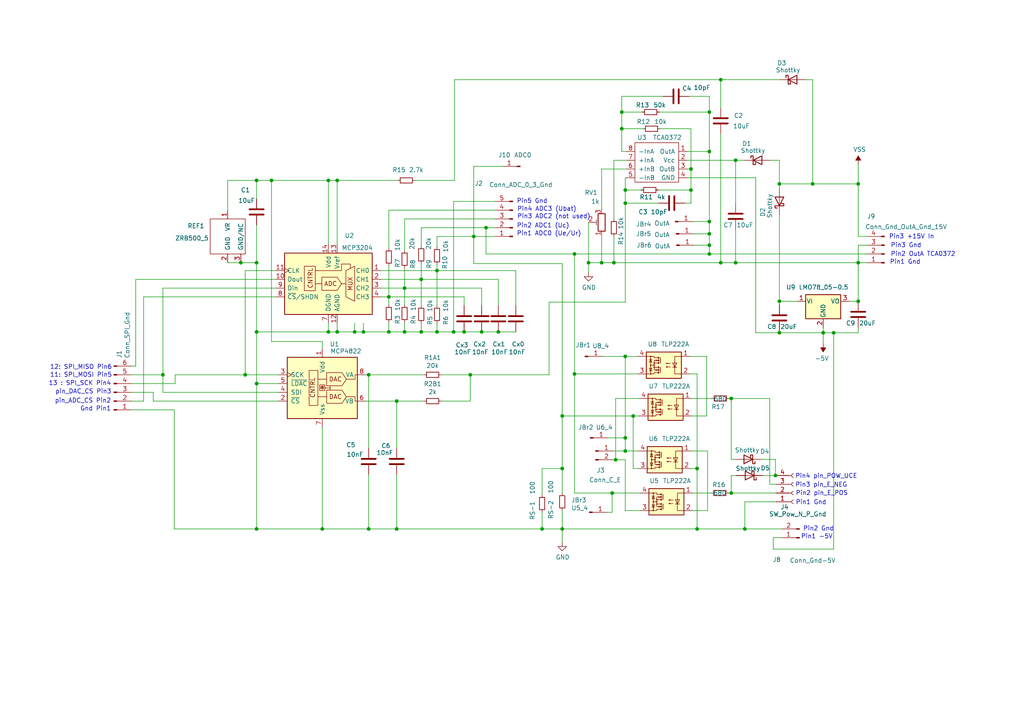
<source format=kicad_sch>
(kicad_sch (version 20211123) (generator eeschema)

  (uuid c5fed240-0994-4fd5-a91e-e68effcd6757)

  (paper "A4")

  (lib_symbols
    (symbol "Analog_ADC:MCP3204" (pin_names (offset 0.762)) (in_bom yes) (on_board yes)
      (property "Reference" "U" (id 0) (at -5.08 10.795 0)
        (effects (font (size 1.27 1.27)) (justify right))
      )
      (property "Value" "MCP3204" (id 1) (at -5.08 8.89 0)
        (effects (font (size 1.27 1.27)) (justify right))
      )
      (property "Footprint" "" (id 2) (at 22.86 -7.62 0)
        (effects (font (size 1.27 1.27)) hide)
      )
      (property "Datasheet" "http://ww1.microchip.com/downloads/en/DeviceDoc/21298c.pdf" (id 3) (at 22.86 -7.62 0)
        (effects (font (size 1.27 1.27)) hide)
      )
      (property "ki_keywords" "12bit ADC Reference Single Supply SPI 4ch" (id 4) (at 0 0 0)
        (effects (font (size 1.27 1.27)) hide)
      )
      (property "ki_description" "A/D Converter, 12-Bit, 4-Channel, SPI Interface, 2.7V-5.5V" (id 5) (at 0 0 0)
        (effects (font (size 1.27 1.27)) hide)
      )
      (property "ki_fp_filters" "SOIC*3.9x8.7mm*P1.27mm* DIP*W7.62mm* TSSOP*4.4x5mm*P0.65mm*" (id 6) (at 0 0 0)
        (effects (font (size 1.27 1.27)) hide)
      )
      (symbol "MCP3204_0_0"
        (text "ADC" (at -0.635 -1.27 0)
          (effects (font (size 1.27 1.27)))
        )
        (text "CNTRL" (at 5.969 -2.667 900)
          (effects (font (size 1.27 1.27)) (justify left bottom))
        )
        (text "MUX" (at -6.35 -1.27 900)
          (effects (font (size 1.27 1.27)))
        )
      )
      (symbol "MCP3204_0_1"
        (polyline
          (pts
            (xy -5.08 -1.27)
            (xy -3.81 -1.27)
          )
          (stroke (width 0) (type default) (color 0 0 0 0))
          (fill (type none))
        )
        (polyline
          (pts
            (xy 1.905 -1.27)
            (xy 3.81 -1.27)
          )
          (stroke (width 0) (type default) (color 0 0 0 0))
          (fill (type none))
        )
        (polyline
          (pts
            (xy -7.62 3.81)
            (xy -7.62 -6.35)
            (xy -5.08 -5.08)
            (xy -5.08 2.54)
            (xy -7.62 3.81)
          )
          (stroke (width 0) (type default) (color 0 0 0 0))
          (fill (type none))
        )
        (polyline
          (pts
            (xy 3.81 2.54)
            (xy -3.81 2.54)
            (xy -3.81 4.445)
            (xy -6.35 4.445)
            (xy -6.35 3.175)
          )
          (stroke (width 0) (type default) (color 0 0 0 0))
          (fill (type none))
        )
        (polyline
          (pts
            (xy -3.81 -1.27)
            (xy -2.54 0.635)
            (xy 1.905 0.635)
            (xy 1.905 -3.175)
            (xy -2.54 -3.175)
            (xy -3.81 -1.27)
          )
          (stroke (width 0) (type default) (color 0 0 0 0))
          (fill (type none))
        )
        (rectangle (start 3.81 -3.302) (end 6.985 3.81)
          (stroke (width 0) (type default) (color 0 0 0 0))
          (fill (type none))
        )
        (rectangle (start 12.7 7.62) (end -12.7 -10.16)
          (stroke (width 0.254) (type default) (color 0 0 0 0))
          (fill (type background))
        )
      )
      (symbol "MCP3204_1_1"
        (pin input line (at -15.24 2.54 0) (length 2.54)
          (name "CH0" (effects (font (size 1.27 1.27))))
          (number "1" (effects (font (size 1.27 1.27))))
        )
        (pin output line (at 15.24 0 180) (length 2.54)
          (name "Dout" (effects (font (size 1.27 1.27))))
          (number "10" (effects (font (size 1.27 1.27))))
        )
        (pin input clock (at 15.24 2.54 180) (length 2.54)
          (name "CLK" (effects (font (size 1.27 1.27))))
          (number "11" (effects (font (size 1.27 1.27))))
        )
        (pin power_in line (at -2.54 -12.7 90) (length 2.54)
          (name "AGND" (effects (font (size 1.27 1.27))))
          (number "12" (effects (font (size 1.27 1.27))))
        )
        (pin power_in line (at -2.54 10.16 270) (length 2.54)
          (name "Vref" (effects (font (size 1.27 1.27))))
          (number "13" (effects (font (size 1.27 1.27))))
        )
        (pin power_in line (at 0 10.16 270) (length 2.54)
          (name "Vdd" (effects (font (size 1.27 1.27))))
          (number "14" (effects (font (size 1.27 1.27))))
        )
        (pin input line (at -15.24 0 0) (length 2.54)
          (name "CH1" (effects (font (size 1.27 1.27))))
          (number "2" (effects (font (size 1.27 1.27))))
        )
        (pin input line (at -15.24 -2.54 0) (length 2.54)
          (name "CH2" (effects (font (size 1.27 1.27))))
          (number "3" (effects (font (size 1.27 1.27))))
        )
        (pin input line (at -15.24 -5.08 0) (length 2.54)
          (name "CH3" (effects (font (size 1.27 1.27))))
          (number "4" (effects (font (size 1.27 1.27))))
        )
        (pin no_connect line (at -10.16 -12.7 90) (length 2.54) hide
          (name "NC" (effects (font (size 1.27 1.27))))
          (number "5" (effects (font (size 1.27 1.27))))
        )
        (pin no_connect line (at -7.62 -12.7 90) (length 2.54) hide
          (name "NC" (effects (font (size 1.27 1.27))))
          (number "6" (effects (font (size 1.27 1.27))))
        )
        (pin power_in line (at 0 -12.7 90) (length 2.54)
          (name "DGND" (effects (font (size 1.27 1.27))))
          (number "7" (effects (font (size 1.27 1.27))))
        )
        (pin input line (at 15.24 -5.08 180) (length 2.54)
          (name "~{CS}/SHDN" (effects (font (size 1.27 1.27))))
          (number "8" (effects (font (size 1.27 1.27))))
        )
        (pin input line (at 15.24 -2.54 180) (length 2.54)
          (name "Din" (effects (font (size 1.27 1.27))))
          (number "9" (effects (font (size 1.27 1.27))))
        )
      )
    )
    (symbol "Analog_DAC:MCP4822" (pin_names (offset 1.016)) (in_bom yes) (on_board yes)
      (property "Reference" "U" (id 0) (at -2.54 10.795 0)
        (effects (font (size 1.27 1.27)) (justify right))
      )
      (property "Value" "MCP4822" (id 1) (at -2.54 8.89 0)
        (effects (font (size 1.27 1.27)) (justify right))
      )
      (property "Footprint" "" (id 2) (at 20.32 -7.62 0)
        (effects (font (size 1.27 1.27)) hide)
      )
      (property "Datasheet" "http://ww1.microchip.com/downloads/en/DeviceDoc/20002249B.pdf" (id 3) (at 20.32 -7.62 0)
        (effects (font (size 1.27 1.27)) hide)
      )
      (property "ki_keywords" "12-Bit DAC SPI Reference 2ch" (id 4) (at 0 0 0)
        (effects (font (size 1.27 1.27)) hide)
      )
      (property "ki_description" "2-Channel 12-Bit D/A Converters with SPI Interface and Internal Reference (2.048V)" (id 5) (at 0 0 0)
        (effects (font (size 1.27 1.27)) hide)
      )
      (property "ki_fp_filters" "DIP*W7.62mm* SOIC*3.9x4.9mm*P1.27mm* MSOP*3x3mm*P0.65mm*" (id 6) (at 0 0 0)
        (effects (font (size 1.27 1.27)) hide)
      )
      (symbol "MCP4822_0_0"
        (polyline
          (pts
            (xy 0 -1.778)
            (xy 0 -0.635)
          )
          (stroke (width 0) (type default) (color 0 0 0 0))
          (fill (type none))
        )
        (polyline
          (pts
            (xy 0.381 -0.889)
            (xy 0.508 -0.762)
          )
          (stroke (width 0) (type default) (color 0 0 0 0))
          (fill (type none))
        )
        (polyline
          (pts
            (xy 2.286 -1.143)
            (xy 2.286 -1.905)
          )
          (stroke (width 0) (type default) (color 0 0 0 0))
          (fill (type none))
        )
        (polyline
          (pts
            (xy 0.381 -0.889)
            (xy -0.381 -0.889)
            (xy -0.508 -1.016)
          )
          (stroke (width 0) (type default) (color 0 0 0 0))
          (fill (type none))
        )
        (polyline
          (pts
            (xy 0.762 -1.27)
            (xy 2.286 -1.27)
            (xy 2.286 -0.762)
          )
          (stroke (width 0) (type default) (color 0 0 0 0))
          (fill (type none))
        )
        (polyline
          (pts
            (xy 0 -0.889)
            (xy 0.508 -1.397)
            (xy -0.508 -1.397)
            (xy 0 -0.889)
          )
          (stroke (width 0) (type default) (color 0 0 0 0))
          (fill (type none))
        )
        (polyline
          (pts
            (xy 6.985 -3.81)
            (xy 9.525 -3.81)
            (xy 9.525 -5.08)
            (xy 10.16 -5.08)
          )
          (stroke (width 0) (type default) (color 0 0 0 0))
          (fill (type none))
        )
        (polyline
          (pts
            (xy 6.985 1.27)
            (xy 9.525 1.27)
            (xy 9.525 2.54)
            (xy 10.16 2.54)
          )
          (stroke (width 0) (type default) (color 0 0 0 0))
          (fill (type none))
        )
        (rectangle (start 0.762 -0.381) (end -0.762 -2.032)
          (stroke (width 0) (type default) (color 0 0 0 0))
          (fill (type none))
        )
        (text "CNTRL" (at -2.032 -4.191 900)
          (effects (font (size 1.27 1.27)) (justify left bottom))
        )
        (text "DAC" (at 3.81 -3.81 0)
          (effects (font (size 1.27 1.27)))
        )
        (text "DAC" (at 3.81 1.27 0)
          (effects (font (size 1.27 1.27)))
        )
      )
      (symbol "MCP4822_0_1"
        (rectangle (start -10.16 7.62) (end 10.16 -10.16)
          (stroke (width 0.254) (type default) (color 0 0 0 0))
          (fill (type background))
        )
        (rectangle (start -1.27 -6.35) (end -3.81 3.81)
          (stroke (width 0) (type default) (color 0 0 0 0))
          (fill (type none))
        )
        (polyline
          (pts
            (xy 1.27 -3.81)
            (xy -1.27 -3.81)
          )
          (stroke (width 0) (type default) (color 0 0 0 0))
          (fill (type none))
        )
        (polyline
          (pts
            (xy 1.27 1.27)
            (xy -1.27 1.27)
          )
          (stroke (width 0) (type default) (color 0 0 0 0))
          (fill (type none))
        )
        (polyline
          (pts
            (xy 6.985 -3.81)
            (xy 5.715 -1.905)
            (xy 1.27 -1.905)
            (xy 1.27 -5.715)
            (xy 5.715 -5.715)
            (xy 6.985 -3.81)
          )
          (stroke (width 0) (type default) (color 0 0 0 0))
          (fill (type none))
        )
        (polyline
          (pts
            (xy 6.985 1.27)
            (xy 5.715 3.175)
            (xy 1.27 3.175)
            (xy 1.27 -0.635)
            (xy 5.715 -0.635)
            (xy 6.985 1.27)
          )
          (stroke (width 0) (type default) (color 0 0 0 0))
          (fill (type none))
        )
      )
      (symbol "MCP4822_1_1"
        (pin power_in line (at 0 10.16 270) (length 2.54)
          (name "Vdd" (effects (font (size 1.27 1.27))))
          (number "1" (effects (font (size 1.27 1.27))))
        )
        (pin input line (at -12.7 -5.08 0) (length 2.54)
          (name "~{CS}" (effects (font (size 1.27 1.27))))
          (number "2" (effects (font (size 1.27 1.27))))
        )
        (pin input clock (at -12.7 2.54 0) (length 2.54)
          (name "SCK" (effects (font (size 1.27 1.27))))
          (number "3" (effects (font (size 1.27 1.27))))
        )
        (pin input line (at -12.7 -2.54 0) (length 2.54)
          (name "SDI" (effects (font (size 1.27 1.27))))
          (number "4" (effects (font (size 1.27 1.27))))
        )
        (pin input line (at -12.7 0 0) (length 2.54)
          (name "~{LDAC}" (effects (font (size 1.27 1.27))))
          (number "5" (effects (font (size 1.27 1.27))))
        )
        (pin output line (at 12.7 -5.08 180) (length 2.54)
          (name "VB" (effects (font (size 1.27 1.27))))
          (number "6" (effects (font (size 1.27 1.27))))
        )
        (pin power_in line (at 0 -12.7 90) (length 2.54)
          (name "Vss" (effects (font (size 1.27 1.27))))
          (number "7" (effects (font (size 1.27 1.27))))
        )
        (pin output line (at 12.7 2.54 180) (length 2.54)
          (name "VA" (effects (font (size 1.27 1.27))))
          (number "8" (effects (font (size 1.27 1.27))))
        )
      )
    )
    (symbol "Connector:Conn_01x01_Male" (pin_names (offset 1.016) hide) (in_bom yes) (on_board yes)
      (property "Reference" "J" (id 0) (at 0 2.54 0)
        (effects (font (size 1.27 1.27)))
      )
      (property "Value" "Conn_01x01_Male" (id 1) (at 0 -2.54 0)
        (effects (font (size 1.27 1.27)))
      )
      (property "Footprint" "" (id 2) (at 0 0 0)
        (effects (font (size 1.27 1.27)) hide)
      )
      (property "Datasheet" "~" (id 3) (at 0 0 0)
        (effects (font (size 1.27 1.27)) hide)
      )
      (property "ki_keywords" "connector" (id 4) (at 0 0 0)
        (effects (font (size 1.27 1.27)) hide)
      )
      (property "ki_description" "Generic connector, single row, 01x01, script generated (kicad-library-utils/schlib/autogen/connector/)" (id 5) (at 0 0 0)
        (effects (font (size 1.27 1.27)) hide)
      )
      (property "ki_fp_filters" "Connector*:*" (id 6) (at 0 0 0)
        (effects (font (size 1.27 1.27)) hide)
      )
      (symbol "Conn_01x01_Male_1_1"
        (polyline
          (pts
            (xy 1.27 0)
            (xy 0.8636 0)
          )
          (stroke (width 0.1524) (type default) (color 0 0 0 0))
          (fill (type none))
        )
        (rectangle (start 0.8636 0.127) (end 0 -0.127)
          (stroke (width 0.1524) (type default) (color 0 0 0 0))
          (fill (type outline))
        )
        (pin passive line (at 5.08 0 180) (length 3.81)
          (name "Pin_1" (effects (font (size 1.27 1.27))))
          (number "1" (effects (font (size 1.27 1.27))))
        )
      )
    )
    (symbol "Connector:Conn_01x02_Male" (pin_names (offset 1.016) hide) (in_bom yes) (on_board yes)
      (property "Reference" "J" (id 0) (at 0 2.54 0)
        (effects (font (size 1.27 1.27)))
      )
      (property "Value" "Conn_01x02_Male" (id 1) (at 0 -5.08 0)
        (effects (font (size 1.27 1.27)))
      )
      (property "Footprint" "" (id 2) (at 0 0 0)
        (effects (font (size 1.27 1.27)) hide)
      )
      (property "Datasheet" "~" (id 3) (at 0 0 0)
        (effects (font (size 1.27 1.27)) hide)
      )
      (property "ki_keywords" "connector" (id 4) (at 0 0 0)
        (effects (font (size 1.27 1.27)) hide)
      )
      (property "ki_description" "Generic connector, single row, 01x02, script generated (kicad-library-utils/schlib/autogen/connector/)" (id 5) (at 0 0 0)
        (effects (font (size 1.27 1.27)) hide)
      )
      (property "ki_fp_filters" "Connector*:*_1x??_*" (id 6) (at 0 0 0)
        (effects (font (size 1.27 1.27)) hide)
      )
      (symbol "Conn_01x02_Male_1_1"
        (polyline
          (pts
            (xy 1.27 -2.54)
            (xy 0.8636 -2.54)
          )
          (stroke (width 0.1524) (type default) (color 0 0 0 0))
          (fill (type none))
        )
        (polyline
          (pts
            (xy 1.27 0)
            (xy 0.8636 0)
          )
          (stroke (width 0.1524) (type default) (color 0 0 0 0))
          (fill (type none))
        )
        (rectangle (start 0.8636 -2.413) (end 0 -2.667)
          (stroke (width 0.1524) (type default) (color 0 0 0 0))
          (fill (type outline))
        )
        (rectangle (start 0.8636 0.127) (end 0 -0.127)
          (stroke (width 0.1524) (type default) (color 0 0 0 0))
          (fill (type outline))
        )
        (pin passive line (at 5.08 0 180) (length 3.81)
          (name "Pin_1" (effects (font (size 1.27 1.27))))
          (number "1" (effects (font (size 1.27 1.27))))
        )
        (pin passive line (at 5.08 -2.54 180) (length 3.81)
          (name "Pin_2" (effects (font (size 1.27 1.27))))
          (number "2" (effects (font (size 1.27 1.27))))
        )
      )
    )
    (symbol "Connector:Conn_01x04_Female" (pin_names (offset 1.016) hide) (in_bom yes) (on_board yes)
      (property "Reference" "J" (id 0) (at 0 5.08 0)
        (effects (font (size 1.27 1.27)))
      )
      (property "Value" "Conn_01x04_Female" (id 1) (at 0 -7.62 0)
        (effects (font (size 1.27 1.27)))
      )
      (property "Footprint" "" (id 2) (at 0 0 0)
        (effects (font (size 1.27 1.27)) hide)
      )
      (property "Datasheet" "~" (id 3) (at 0 0 0)
        (effects (font (size 1.27 1.27)) hide)
      )
      (property "ki_keywords" "connector" (id 4) (at 0 0 0)
        (effects (font (size 1.27 1.27)) hide)
      )
      (property "ki_description" "Generic connector, single row, 01x04, script generated (kicad-library-utils/schlib/autogen/connector/)" (id 5) (at 0 0 0)
        (effects (font (size 1.27 1.27)) hide)
      )
      (property "ki_fp_filters" "Connector*:*_1x??_*" (id 6) (at 0 0 0)
        (effects (font (size 1.27 1.27)) hide)
      )
      (symbol "Conn_01x04_Female_1_1"
        (arc (start 0 -4.572) (mid -0.508 -5.08) (end 0 -5.588)
          (stroke (width 0.1524) (type default) (color 0 0 0 0))
          (fill (type none))
        )
        (arc (start 0 -2.032) (mid -0.508 -2.54) (end 0 -3.048)
          (stroke (width 0.1524) (type default) (color 0 0 0 0))
          (fill (type none))
        )
        (polyline
          (pts
            (xy -1.27 -5.08)
            (xy -0.508 -5.08)
          )
          (stroke (width 0.1524) (type default) (color 0 0 0 0))
          (fill (type none))
        )
        (polyline
          (pts
            (xy -1.27 -2.54)
            (xy -0.508 -2.54)
          )
          (stroke (width 0.1524) (type default) (color 0 0 0 0))
          (fill (type none))
        )
        (polyline
          (pts
            (xy -1.27 0)
            (xy -0.508 0)
          )
          (stroke (width 0.1524) (type default) (color 0 0 0 0))
          (fill (type none))
        )
        (polyline
          (pts
            (xy -1.27 2.54)
            (xy -0.508 2.54)
          )
          (stroke (width 0.1524) (type default) (color 0 0 0 0))
          (fill (type none))
        )
        (arc (start 0 0.508) (mid -0.508 0) (end 0 -0.508)
          (stroke (width 0.1524) (type default) (color 0 0 0 0))
          (fill (type none))
        )
        (arc (start 0 3.048) (mid -0.508 2.54) (end 0 2.032)
          (stroke (width 0.1524) (type default) (color 0 0 0 0))
          (fill (type none))
        )
        (pin passive line (at -5.08 2.54 0) (length 3.81)
          (name "Pin_1" (effects (font (size 1.27 1.27))))
          (number "1" (effects (font (size 1.27 1.27))))
        )
        (pin passive line (at -5.08 0 0) (length 3.81)
          (name "Pin_2" (effects (font (size 1.27 1.27))))
          (number "2" (effects (font (size 1.27 1.27))))
        )
        (pin passive line (at -5.08 -2.54 0) (length 3.81)
          (name "Pin_3" (effects (font (size 1.27 1.27))))
          (number "3" (effects (font (size 1.27 1.27))))
        )
        (pin passive line (at -5.08 -5.08 0) (length 3.81)
          (name "Pin_4" (effects (font (size 1.27 1.27))))
          (number "4" (effects (font (size 1.27 1.27))))
        )
      )
    )
    (symbol "Connector:Conn_01x04_Male" (pin_names (offset 1.016) hide) (in_bom yes) (on_board yes)
      (property "Reference" "J" (id 0) (at 0 5.08 0)
        (effects (font (size 1.27 1.27)))
      )
      (property "Value" "Conn_01x04_Male" (id 1) (at 0 -7.62 0)
        (effects (font (size 1.27 1.27)))
      )
      (property "Footprint" "" (id 2) (at 0 0 0)
        (effects (font (size 1.27 1.27)) hide)
      )
      (property "Datasheet" "~" (id 3) (at 0 0 0)
        (effects (font (size 1.27 1.27)) hide)
      )
      (property "ki_keywords" "connector" (id 4) (at 0 0 0)
        (effects (font (size 1.27 1.27)) hide)
      )
      (property "ki_description" "Generic connector, single row, 01x04, script generated (kicad-library-utils/schlib/autogen/connector/)" (id 5) (at 0 0 0)
        (effects (font (size 1.27 1.27)) hide)
      )
      (property "ki_fp_filters" "Connector*:*_1x??_*" (id 6) (at 0 0 0)
        (effects (font (size 1.27 1.27)) hide)
      )
      (symbol "Conn_01x04_Male_1_1"
        (polyline
          (pts
            (xy 1.27 -5.08)
            (xy 0.8636 -5.08)
          )
          (stroke (width 0.1524) (type default) (color 0 0 0 0))
          (fill (type none))
        )
        (polyline
          (pts
            (xy 1.27 -2.54)
            (xy 0.8636 -2.54)
          )
          (stroke (width 0.1524) (type default) (color 0 0 0 0))
          (fill (type none))
        )
        (polyline
          (pts
            (xy 1.27 0)
            (xy 0.8636 0)
          )
          (stroke (width 0.1524) (type default) (color 0 0 0 0))
          (fill (type none))
        )
        (polyline
          (pts
            (xy 1.27 2.54)
            (xy 0.8636 2.54)
          )
          (stroke (width 0.1524) (type default) (color 0 0 0 0))
          (fill (type none))
        )
        (rectangle (start 0.8636 -4.953) (end 0 -5.207)
          (stroke (width 0.1524) (type default) (color 0 0 0 0))
          (fill (type outline))
        )
        (rectangle (start 0.8636 -2.413) (end 0 -2.667)
          (stroke (width 0.1524) (type default) (color 0 0 0 0))
          (fill (type outline))
        )
        (rectangle (start 0.8636 0.127) (end 0 -0.127)
          (stroke (width 0.1524) (type default) (color 0 0 0 0))
          (fill (type outline))
        )
        (rectangle (start 0.8636 2.667) (end 0 2.413)
          (stroke (width 0.1524) (type default) (color 0 0 0 0))
          (fill (type outline))
        )
        (pin passive line (at 5.08 2.54 180) (length 3.81)
          (name "Pin_1" (effects (font (size 1.27 1.27))))
          (number "1" (effects (font (size 1.27 1.27))))
        )
        (pin passive line (at 5.08 0 180) (length 3.81)
          (name "Pin_2" (effects (font (size 1.27 1.27))))
          (number "2" (effects (font (size 1.27 1.27))))
        )
        (pin passive line (at 5.08 -2.54 180) (length 3.81)
          (name "Pin_3" (effects (font (size 1.27 1.27))))
          (number "3" (effects (font (size 1.27 1.27))))
        )
        (pin passive line (at 5.08 -5.08 180) (length 3.81)
          (name "Pin_4" (effects (font (size 1.27 1.27))))
          (number "4" (effects (font (size 1.27 1.27))))
        )
      )
    )
    (symbol "Connector:Conn_01x05_Male" (pin_names (offset 1.016) hide) (in_bom yes) (on_board yes)
      (property "Reference" "J" (id 0) (at 0 7.62 0)
        (effects (font (size 1.27 1.27)))
      )
      (property "Value" "Conn_01x05_Male" (id 1) (at 0 -7.62 0)
        (effects (font (size 1.27 1.27)))
      )
      (property "Footprint" "" (id 2) (at 0 0 0)
        (effects (font (size 1.27 1.27)) hide)
      )
      (property "Datasheet" "~" (id 3) (at 0 0 0)
        (effects (font (size 1.27 1.27)) hide)
      )
      (property "ki_keywords" "connector" (id 4) (at 0 0 0)
        (effects (font (size 1.27 1.27)) hide)
      )
      (property "ki_description" "Generic connector, single row, 01x05, script generated (kicad-library-utils/schlib/autogen/connector/)" (id 5) (at 0 0 0)
        (effects (font (size 1.27 1.27)) hide)
      )
      (property "ki_fp_filters" "Connector*:*_1x??_*" (id 6) (at 0 0 0)
        (effects (font (size 1.27 1.27)) hide)
      )
      (symbol "Conn_01x05_Male_1_1"
        (polyline
          (pts
            (xy 1.27 -5.08)
            (xy 0.8636 -5.08)
          )
          (stroke (width 0.1524) (type default) (color 0 0 0 0))
          (fill (type none))
        )
        (polyline
          (pts
            (xy 1.27 -2.54)
            (xy 0.8636 -2.54)
          )
          (stroke (width 0.1524) (type default) (color 0 0 0 0))
          (fill (type none))
        )
        (polyline
          (pts
            (xy 1.27 0)
            (xy 0.8636 0)
          )
          (stroke (width 0.1524) (type default) (color 0 0 0 0))
          (fill (type none))
        )
        (polyline
          (pts
            (xy 1.27 2.54)
            (xy 0.8636 2.54)
          )
          (stroke (width 0.1524) (type default) (color 0 0 0 0))
          (fill (type none))
        )
        (polyline
          (pts
            (xy 1.27 5.08)
            (xy 0.8636 5.08)
          )
          (stroke (width 0.1524) (type default) (color 0 0 0 0))
          (fill (type none))
        )
        (rectangle (start 0.8636 -4.953) (end 0 -5.207)
          (stroke (width 0.1524) (type default) (color 0 0 0 0))
          (fill (type outline))
        )
        (rectangle (start 0.8636 -2.413) (end 0 -2.667)
          (stroke (width 0.1524) (type default) (color 0 0 0 0))
          (fill (type outline))
        )
        (rectangle (start 0.8636 0.127) (end 0 -0.127)
          (stroke (width 0.1524) (type default) (color 0 0 0 0))
          (fill (type outline))
        )
        (rectangle (start 0.8636 2.667) (end 0 2.413)
          (stroke (width 0.1524) (type default) (color 0 0 0 0))
          (fill (type outline))
        )
        (rectangle (start 0.8636 5.207) (end 0 4.953)
          (stroke (width 0.1524) (type default) (color 0 0 0 0))
          (fill (type outline))
        )
        (pin passive line (at 5.08 5.08 180) (length 3.81)
          (name "Pin_1" (effects (font (size 1.27 1.27))))
          (number "1" (effects (font (size 1.27 1.27))))
        )
        (pin passive line (at 5.08 2.54 180) (length 3.81)
          (name "Pin_2" (effects (font (size 1.27 1.27))))
          (number "2" (effects (font (size 1.27 1.27))))
        )
        (pin passive line (at 5.08 0 180) (length 3.81)
          (name "Pin_3" (effects (font (size 1.27 1.27))))
          (number "3" (effects (font (size 1.27 1.27))))
        )
        (pin passive line (at 5.08 -2.54 180) (length 3.81)
          (name "Pin_4" (effects (font (size 1.27 1.27))))
          (number "4" (effects (font (size 1.27 1.27))))
        )
        (pin passive line (at 5.08 -5.08 180) (length 3.81)
          (name "Pin_5" (effects (font (size 1.27 1.27))))
          (number "5" (effects (font (size 1.27 1.27))))
        )
      )
    )
    (symbol "Connector:Conn_01x06_Male" (pin_names (offset 1.016) hide) (in_bom yes) (on_board yes)
      (property "Reference" "J" (id 0) (at 0 7.62 0)
        (effects (font (size 1.27 1.27)))
      )
      (property "Value" "Conn_01x06_Male" (id 1) (at 0 -10.16 0)
        (effects (font (size 1.27 1.27)))
      )
      (property "Footprint" "" (id 2) (at 0 0 0)
        (effects (font (size 1.27 1.27)) hide)
      )
      (property "Datasheet" "~" (id 3) (at 0 0 0)
        (effects (font (size 1.27 1.27)) hide)
      )
      (property "ki_keywords" "connector" (id 4) (at 0 0 0)
        (effects (font (size 1.27 1.27)) hide)
      )
      (property "ki_description" "Generic connector, single row, 01x06, script generated (kicad-library-utils/schlib/autogen/connector/)" (id 5) (at 0 0 0)
        (effects (font (size 1.27 1.27)) hide)
      )
      (property "ki_fp_filters" "Connector*:*_1x??_*" (id 6) (at 0 0 0)
        (effects (font (size 1.27 1.27)) hide)
      )
      (symbol "Conn_01x06_Male_1_1"
        (polyline
          (pts
            (xy 1.27 -7.62)
            (xy 0.8636 -7.62)
          )
          (stroke (width 0.1524) (type default) (color 0 0 0 0))
          (fill (type none))
        )
        (polyline
          (pts
            (xy 1.27 -5.08)
            (xy 0.8636 -5.08)
          )
          (stroke (width 0.1524) (type default) (color 0 0 0 0))
          (fill (type none))
        )
        (polyline
          (pts
            (xy 1.27 -2.54)
            (xy 0.8636 -2.54)
          )
          (stroke (width 0.1524) (type default) (color 0 0 0 0))
          (fill (type none))
        )
        (polyline
          (pts
            (xy 1.27 0)
            (xy 0.8636 0)
          )
          (stroke (width 0.1524) (type default) (color 0 0 0 0))
          (fill (type none))
        )
        (polyline
          (pts
            (xy 1.27 2.54)
            (xy 0.8636 2.54)
          )
          (stroke (width 0.1524) (type default) (color 0 0 0 0))
          (fill (type none))
        )
        (polyline
          (pts
            (xy 1.27 5.08)
            (xy 0.8636 5.08)
          )
          (stroke (width 0.1524) (type default) (color 0 0 0 0))
          (fill (type none))
        )
        (rectangle (start 0.8636 -7.493) (end 0 -7.747)
          (stroke (width 0.1524) (type default) (color 0 0 0 0))
          (fill (type outline))
        )
        (rectangle (start 0.8636 -4.953) (end 0 -5.207)
          (stroke (width 0.1524) (type default) (color 0 0 0 0))
          (fill (type outline))
        )
        (rectangle (start 0.8636 -2.413) (end 0 -2.667)
          (stroke (width 0.1524) (type default) (color 0 0 0 0))
          (fill (type outline))
        )
        (rectangle (start 0.8636 0.127) (end 0 -0.127)
          (stroke (width 0.1524) (type default) (color 0 0 0 0))
          (fill (type outline))
        )
        (rectangle (start 0.8636 2.667) (end 0 2.413)
          (stroke (width 0.1524) (type default) (color 0 0 0 0))
          (fill (type outline))
        )
        (rectangle (start 0.8636 5.207) (end 0 4.953)
          (stroke (width 0.1524) (type default) (color 0 0 0 0))
          (fill (type outline))
        )
        (pin passive line (at 5.08 5.08 180) (length 3.81)
          (name "Pin_1" (effects (font (size 1.27 1.27))))
          (number "1" (effects (font (size 1.27 1.27))))
        )
        (pin passive line (at 5.08 2.54 180) (length 3.81)
          (name "Pin_2" (effects (font (size 1.27 1.27))))
          (number "2" (effects (font (size 1.27 1.27))))
        )
        (pin passive line (at 5.08 0 180) (length 3.81)
          (name "Pin_3" (effects (font (size 1.27 1.27))))
          (number "3" (effects (font (size 1.27 1.27))))
        )
        (pin passive line (at 5.08 -2.54 180) (length 3.81)
          (name "Pin_4" (effects (font (size 1.27 1.27))))
          (number "4" (effects (font (size 1.27 1.27))))
        )
        (pin passive line (at 5.08 -5.08 180) (length 3.81)
          (name "Pin_5" (effects (font (size 1.27 1.27))))
          (number "5" (effects (font (size 1.27 1.27))))
        )
        (pin passive line (at 5.08 -7.62 180) (length 3.81)
          (name "Pin_6" (effects (font (size 1.27 1.27))))
          (number "6" (effects (font (size 1.27 1.27))))
        )
      )
    )
    (symbol "Device:C" (pin_numbers hide) (pin_names (offset 0.254)) (in_bom yes) (on_board yes)
      (property "Reference" "C" (id 0) (at 0.635 2.54 0)
        (effects (font (size 1.27 1.27)) (justify left))
      )
      (property "Value" "C" (id 1) (at 0.635 -2.54 0)
        (effects (font (size 1.27 1.27)) (justify left))
      )
      (property "Footprint" "" (id 2) (at 0.9652 -3.81 0)
        (effects (font (size 1.27 1.27)) hide)
      )
      (property "Datasheet" "~" (id 3) (at 0 0 0)
        (effects (font (size 1.27 1.27)) hide)
      )
      (property "ki_keywords" "cap capacitor" (id 4) (at 0 0 0)
        (effects (font (size 1.27 1.27)) hide)
      )
      (property "ki_description" "Unpolarized capacitor" (id 5) (at 0 0 0)
        (effects (font (size 1.27 1.27)) hide)
      )
      (property "ki_fp_filters" "C_*" (id 6) (at 0 0 0)
        (effects (font (size 1.27 1.27)) hide)
      )
      (symbol "C_0_1"
        (polyline
          (pts
            (xy -2.032 -0.762)
            (xy 2.032 -0.762)
          )
          (stroke (width 0.508) (type default) (color 0 0 0 0))
          (fill (type none))
        )
        (polyline
          (pts
            (xy -2.032 0.762)
            (xy 2.032 0.762)
          )
          (stroke (width 0.508) (type default) (color 0 0 0 0))
          (fill (type none))
        )
      )
      (symbol "C_1_1"
        (pin passive line (at 0 3.81 270) (length 2.794)
          (name "~" (effects (font (size 1.27 1.27))))
          (number "1" (effects (font (size 1.27 1.27))))
        )
        (pin passive line (at 0 -3.81 90) (length 2.794)
          (name "~" (effects (font (size 1.27 1.27))))
          (number "2" (effects (font (size 1.27 1.27))))
        )
      )
    )
    (symbol "Device:D_Schottky" (pin_numbers hide) (pin_names (offset 1.016) hide) (in_bom yes) (on_board yes)
      (property "Reference" "D" (id 0) (at 0 2.54 0)
        (effects (font (size 1.27 1.27)))
      )
      (property "Value" "D_Schottky" (id 1) (at 0 -2.54 0)
        (effects (font (size 1.27 1.27)))
      )
      (property "Footprint" "" (id 2) (at 0 0 0)
        (effects (font (size 1.27 1.27)) hide)
      )
      (property "Datasheet" "~" (id 3) (at 0 0 0)
        (effects (font (size 1.27 1.27)) hide)
      )
      (property "ki_keywords" "diode Schottky" (id 4) (at 0 0 0)
        (effects (font (size 1.27 1.27)) hide)
      )
      (property "ki_description" "Schottky diode" (id 5) (at 0 0 0)
        (effects (font (size 1.27 1.27)) hide)
      )
      (property "ki_fp_filters" "TO-???* *_Diode_* *SingleDiode* D_*" (id 6) (at 0 0 0)
        (effects (font (size 1.27 1.27)) hide)
      )
      (symbol "D_Schottky_0_1"
        (polyline
          (pts
            (xy 1.27 0)
            (xy -1.27 0)
          )
          (stroke (width 0) (type default) (color 0 0 0 0))
          (fill (type none))
        )
        (polyline
          (pts
            (xy 1.27 1.27)
            (xy 1.27 -1.27)
            (xy -1.27 0)
            (xy 1.27 1.27)
          )
          (stroke (width 0.254) (type default) (color 0 0 0 0))
          (fill (type none))
        )
        (polyline
          (pts
            (xy -1.905 0.635)
            (xy -1.905 1.27)
            (xy -1.27 1.27)
            (xy -1.27 -1.27)
            (xy -0.635 -1.27)
            (xy -0.635 -0.635)
          )
          (stroke (width 0.254) (type default) (color 0 0 0 0))
          (fill (type none))
        )
      )
      (symbol "D_Schottky_1_1"
        (pin passive line (at -3.81 0 0) (length 2.54)
          (name "K" (effects (font (size 1.27 1.27))))
          (number "1" (effects (font (size 1.27 1.27))))
        )
        (pin passive line (at 3.81 0 180) (length 2.54)
          (name "A" (effects (font (size 1.27 1.27))))
          (number "2" (effects (font (size 1.27 1.27))))
        )
      )
    )
    (symbol "Device:R_Small" (pin_numbers hide) (pin_names (offset 0.254) hide) (in_bom yes) (on_board yes)
      (property "Reference" "R" (id 0) (at 0.762 0.508 0)
        (effects (font (size 1.27 1.27)) (justify left))
      )
      (property "Value" "R_Small" (id 1) (at 0.762 -1.016 0)
        (effects (font (size 1.27 1.27)) (justify left))
      )
      (property "Footprint" "" (id 2) (at 0 0 0)
        (effects (font (size 1.27 1.27)) hide)
      )
      (property "Datasheet" "~" (id 3) (at 0 0 0)
        (effects (font (size 1.27 1.27)) hide)
      )
      (property "ki_keywords" "R resistor" (id 4) (at 0 0 0)
        (effects (font (size 1.27 1.27)) hide)
      )
      (property "ki_description" "Resistor, small symbol" (id 5) (at 0 0 0)
        (effects (font (size 1.27 1.27)) hide)
      )
      (property "ki_fp_filters" "R_*" (id 6) (at 0 0 0)
        (effects (font (size 1.27 1.27)) hide)
      )
      (symbol "R_Small_0_1"
        (rectangle (start -0.762 1.778) (end 0.762 -1.778)
          (stroke (width 0.2032) (type default) (color 0 0 0 0))
          (fill (type none))
        )
      )
      (symbol "R_Small_1_1"
        (pin passive line (at 0 2.54 270) (length 0.762)
          (name "~" (effects (font (size 1.27 1.27))))
          (number "1" (effects (font (size 1.27 1.27))))
        )
        (pin passive line (at 0 -2.54 90) (length 0.762)
          (name "~" (effects (font (size 1.27 1.27))))
          (number "2" (effects (font (size 1.27 1.27))))
        )
      )
    )
    (symbol "PolSwitch_4-rescue:R_POT_TRIM-Device" (pin_names (offset 1.016) hide) (in_bom yes) (on_board yes)
      (property "Reference" "RV" (id 0) (at -4.445 0 90)
        (effects (font (size 1.27 1.27)))
      )
      (property "Value" "R_POT_TRIM-Device" (id 1) (at -2.54 0 90)
        (effects (font (size 1.27 1.27)))
      )
      (property "Footprint" "" (id 2) (at 0 0 0)
        (effects (font (size 1.27 1.27)) hide)
      )
      (property "Datasheet" "" (id 3) (at 0 0 0)
        (effects (font (size 1.27 1.27)) hide)
      )
      (property "ki_fp_filters" "Potentiometer*" (id 4) (at 0 0 0)
        (effects (font (size 1.27 1.27)) hide)
      )
      (symbol "R_POT_TRIM-Device_0_1"
        (polyline
          (pts
            (xy 1.524 0.762)
            (xy 1.524 -0.762)
          )
          (stroke (width 0) (type default) (color 0 0 0 0))
          (fill (type none))
        )
        (polyline
          (pts
            (xy 2.54 0)
            (xy 1.524 0)
          )
          (stroke (width 0) (type default) (color 0 0 0 0))
          (fill (type none))
        )
        (rectangle (start 1.016 2.54) (end -1.016 -2.54)
          (stroke (width 0.254) (type default) (color 0 0 0 0))
          (fill (type none))
        )
      )
      (symbol "R_POT_TRIM-Device_1_1"
        (pin passive line (at 0 3.81 270) (length 1.27)
          (name "1" (effects (font (size 1.27 1.27))))
          (number "1" (effects (font (size 1.27 1.27))))
        )
        (pin passive line (at 3.81 0 180) (length 1.27)
          (name "2" (effects (font (size 1.27 1.27))))
          (number "2" (effects (font (size 1.27 1.27))))
        )
        (pin passive line (at 0 -3.81 90) (length 1.27)
          (name "3" (effects (font (size 1.27 1.27))))
          (number "3" (effects (font (size 1.27 1.27))))
        )
      )
    )
    (symbol "PolSwitch_4-rescue:TCA0372-kalle" (pin_names (offset 1.016)) (in_bom yes) (on_board yes)
      (property "Reference" "U" (id 0) (at -1.27 3.81 0)
        (effects (font (size 1.27 1.27)))
      )
      (property "Value" "TCA0372-kalle" (id 1) (at -1.27 1.27 0)
        (effects (font (size 1.27 1.27)))
      )
      (property "Footprint" "" (id 2) (at -1.27 3.81 0)
        (effects (font (size 1.27 1.27)) hide)
      )
      (property "Datasheet" "" (id 3) (at -1.27 3.81 0)
        (effects (font (size 1.27 1.27)) hide)
      )
      (symbol "TCA0372-kalle_0_1"
        (rectangle (start 5.08 0) (end -7.62 -11.43)
          (stroke (width 0) (type default) (color 0 0 0 0))
          (fill (type none))
        )
      )
      (symbol "TCA0372-kalle_1_1"
        (pin output line (at 7.62 -2.54 180) (length 2.54)
          (name "OutA" (effects (font (size 1.27 1.27))))
          (number "1" (effects (font (size 1.27 1.27))))
        )
        (pin input line (at 7.62 -5.08 180) (length 2.54)
          (name "Vcc" (effects (font (size 1.27 1.27))))
          (number "2" (effects (font (size 1.27 1.27))))
        )
        (pin output line (at 7.62 -7.62 180) (length 2.54)
          (name "OutB" (effects (font (size 1.27 1.27))))
          (number "3" (effects (font (size 1.27 1.27))))
        )
        (pin output line (at 7.62 -10.16 180) (length 2.54)
          (name "GND" (effects (font (size 1.27 1.27))))
          (number "4" (effects (font (size 1.27 1.27))))
        )
        (pin input line (at -10.16 -10.16 0) (length 2.54)
          (name "-InB" (effects (font (size 1.27 1.27))))
          (number "5" (effects (font (size 1.27 1.27))))
        )
        (pin input line (at -10.16 -7.62 0) (length 2.54)
          (name "+InB" (effects (font (size 1.27 1.27))))
          (number "6" (effects (font (size 1.27 1.27))))
        )
        (pin input line (at -10.16 -5.08 0) (length 2.54)
          (name "+InA" (effects (font (size 1.27 1.27))))
          (number "7" (effects (font (size 1.27 1.27))))
        )
        (pin input line (at -10.16 -2.54 0) (length 2.54)
          (name "-InA" (effects (font (size 1.27 1.27))))
          (number "8" (effects (font (size 1.27 1.27))))
        )
      )
    )
    (symbol "PolSwitch_4-rescue:ZRB500_5-kalle" (pin_names (offset 1.016)) (in_bom yes) (on_board yes)
      (property "Reference" "U" (id 0) (at 0 1.27 0)
        (effects (font (size 1.27 1.27)))
      )
      (property "Value" "ZRB500_5-kalle" (id 1) (at 1.27 -1.27 0)
        (effects (font (size 1.27 1.27)))
      )
      (property "Footprint" "Package_TO_SOT_SMD:SOT-23" (id 2) (at 8.89 -25.4 0)
        (effects (font (size 1.27 1.27)) hide)
      )
      (property "Datasheet" "" (id 3) (at 0 1.27 0)
        (effects (font (size 1.27 1.27)) hide)
      )
      (symbol "ZRB500_5-kalle_0_1"
        (rectangle (start 2.54 -5.08) (end 12.7 -15.24)
          (stroke (width 0) (type default) (color 0 0 0 0))
          (fill (type none))
        )
        (rectangle (start 12.7 -15.24) (end 12.7 -15.24)
          (stroke (width 0) (type default) (color 0 0 0 0))
          (fill (type none))
        )
      )
      (symbol "ZRB500_5-kalle_1_1"
        (pin input line (at 7.62 -2.54 270) (length 2.54)
          (name "VR" (effects (font (size 1.27 1.27))))
          (number "1" (effects (font (size 1.27 1.27))))
        )
        (pin output line (at 7.62 -17.78 90) (length 2.54)
          (name "GND" (effects (font (size 1.27 1.27))))
          (number "2" (effects (font (size 1.27 1.27))))
        )
        (pin output line (at 11.43 -17.78 90) (length 2.54)
          (name "GND/NC" (effects (font (size 1.27 1.27))))
          (number "3" (effects (font (size 1.27 1.27))))
        )
      )
    )
    (symbol "Regulator_Linear:LM78M05_TO220" (pin_names (offset 0.254)) (in_bom yes) (on_board yes)
      (property "Reference" "U" (id 0) (at -3.81 3.175 0)
        (effects (font (size 1.27 1.27)))
      )
      (property "Value" "LM78M05_TO220" (id 1) (at 0 3.175 0)
        (effects (font (size 1.27 1.27)) (justify left))
      )
      (property "Footprint" "Package_TO_SOT_THT:TO-220-3_Vertical" (id 2) (at 0 5.715 0)
        (effects (font (size 1.27 1.27) italic) hide)
      )
      (property "Datasheet" "https://www.onsemi.com/pub/Collateral/MC78M00-D.PDF" (id 3) (at 0 -1.27 0)
        (effects (font (size 1.27 1.27)) hide)
      )
      (property "ki_keywords" "Voltage Regulator 500mA Positive" (id 4) (at 0 0 0)
        (effects (font (size 1.27 1.27)) hide)
      )
      (property "ki_description" "Positive 500mA 35V Linear Regulator, Fixed Output 5V, TO-220" (id 5) (at 0 0 0)
        (effects (font (size 1.27 1.27)) hide)
      )
      (property "ki_fp_filters" "TO?220*" (id 6) (at 0 0 0)
        (effects (font (size 1.27 1.27)) hide)
      )
      (symbol "LM78M05_TO220_0_1"
        (rectangle (start -5.08 1.905) (end 5.08 -5.08)
          (stroke (width 0.254) (type default) (color 0 0 0 0))
          (fill (type background))
        )
      )
      (symbol "LM78M05_TO220_1_1"
        (pin power_in line (at -7.62 0 0) (length 2.54)
          (name "VI" (effects (font (size 1.27 1.27))))
          (number "1" (effects (font (size 1.27 1.27))))
        )
        (pin power_in line (at 0 -7.62 90) (length 2.54)
          (name "GND" (effects (font (size 1.27 1.27))))
          (number "2" (effects (font (size 1.27 1.27))))
        )
        (pin power_out line (at 7.62 0 180) (length 2.54)
          (name "VO" (effects (font (size 1.27 1.27))))
          (number "3" (effects (font (size 1.27 1.27))))
        )
      )
    )
    (symbol "Relay_SolidState:TLP222A" (in_bom yes) (on_board yes)
      (property "Reference" "U" (id 0) (at -5.08 5.08 0)
        (effects (font (size 1.27 1.27)) (justify left))
      )
      (property "Value" "TLP222A" (id 1) (at 0 5.08 0)
        (effects (font (size 1.27 1.27)) (justify left))
      )
      (property "Footprint" "Package_DIP:DIP-4_W7.62mm" (id 2) (at -5.08 -5.08 0)
        (effects (font (size 1.27 1.27) italic) (justify left) hide)
      )
      (property "Datasheet" "https://toshiba.semicon-storage.com/info/docget.jsp?did=17036&prodName=TLP222A" (id 3) (at 0 0 0)
        (effects (font (size 1.27 1.27)) (justify left) hide)
      )
      (property "ki_keywords" "MOSFET Output Photorelay 1-Form-A" (id 4) (at 0 0 0)
        (effects (font (size 1.27 1.27)) hide)
      )
      (property "ki_description" "MOSFET Photorelay 1-Form-A, Voff 60V, Ion 0,5A, DIP4" (id 5) (at 0 0 0)
        (effects (font (size 1.27 1.27)) hide)
      )
      (property "ki_fp_filters" "DIP*W7.62mm*" (id 6) (at 0 0 0)
        (effects (font (size 1.27 1.27)) hide)
      )
      (symbol "TLP222A_0_1"
        (rectangle (start -5.08 3.81) (end 5.08 -3.81)
          (stroke (width 0.254) (type default) (color 0 0 0 0))
          (fill (type background))
        )
        (polyline
          (pts
            (xy -3.81 -0.635)
            (xy -2.54 -0.635)
          )
          (stroke (width 0) (type default) (color 0 0 0 0))
          (fill (type none))
        )
        (polyline
          (pts
            (xy 1.016 -0.635)
            (xy 1.016 -2.159)
          )
          (stroke (width 0.2032) (type default) (color 0 0 0 0))
          (fill (type none))
        )
        (polyline
          (pts
            (xy 1.016 2.159)
            (xy 1.016 0.635)
          )
          (stroke (width 0.2032) (type default) (color 0 0 0 0))
          (fill (type none))
        )
        (polyline
          (pts
            (xy 1.524 -0.508)
            (xy 1.524 -0.762)
          )
          (stroke (width 0.3556) (type default) (color 0 0 0 0))
          (fill (type none))
        )
        (polyline
          (pts
            (xy 2.794 0)
            (xy 3.81 0)
          )
          (stroke (width 0) (type default) (color 0 0 0 0))
          (fill (type none))
        )
        (polyline
          (pts
            (xy 3.429 -1.651)
            (xy 4.191 -1.651)
          )
          (stroke (width 0) (type default) (color 0 0 0 0))
          (fill (type none))
        )
        (polyline
          (pts
            (xy 3.429 1.651)
            (xy 4.191 1.651)
          )
          (stroke (width 0) (type default) (color 0 0 0 0))
          (fill (type none))
        )
        (polyline
          (pts
            (xy 3.81 -2.54)
            (xy 3.81 2.54)
          )
          (stroke (width 0) (type default) (color 0 0 0 0))
          (fill (type none))
        )
        (polyline
          (pts
            (xy 1.524 -2.032)
            (xy 1.524 -2.286)
            (xy 1.524 -2.286)
          )
          (stroke (width 0.3556) (type default) (color 0 0 0 0))
          (fill (type none))
        )
        (polyline
          (pts
            (xy 1.524 -1.27)
            (xy 1.524 -1.524)
            (xy 1.524 -1.524)
          )
          (stroke (width 0.3556) (type default) (color 0 0 0 0))
          (fill (type none))
        )
        (polyline
          (pts
            (xy 1.524 0.762)
            (xy 1.524 0.508)
            (xy 1.524 0.508)
          )
          (stroke (width 0.3556) (type default) (color 0 0 0 0))
          (fill (type none))
        )
        (polyline
          (pts
            (xy 1.524 1.524)
            (xy 1.524 1.27)
            (xy 1.524 1.27)
          )
          (stroke (width 0.3556) (type default) (color 0 0 0 0))
          (fill (type none))
        )
        (polyline
          (pts
            (xy 1.524 2.286)
            (xy 1.524 2.032)
            (xy 1.524 2.032)
          )
          (stroke (width 0.3556) (type default) (color 0 0 0 0))
          (fill (type none))
        )
        (polyline
          (pts
            (xy 1.651 -1.397)
            (xy 2.794 -1.397)
            (xy 2.794 -0.635)
          )
          (stroke (width 0) (type default) (color 0 0 0 0))
          (fill (type none))
        )
        (polyline
          (pts
            (xy 1.651 1.397)
            (xy 2.794 1.397)
            (xy 2.794 0.635)
          )
          (stroke (width 0) (type default) (color 0 0 0 0))
          (fill (type none))
        )
        (polyline
          (pts
            (xy -5.08 2.54)
            (xy -3.175 2.54)
            (xy -3.175 -2.54)
            (xy -5.08 -2.54)
          )
          (stroke (width 0) (type default) (color 0 0 0 0))
          (fill (type none))
        )
        (polyline
          (pts
            (xy -3.175 -0.635)
            (xy -3.81 0.635)
            (xy -2.54 0.635)
            (xy -3.175 -0.635)
          )
          (stroke (width 0) (type default) (color 0 0 0 0))
          (fill (type none))
        )
        (polyline
          (pts
            (xy 1.651 -2.159)
            (xy 2.794 -2.159)
            (xy 2.794 -2.54)
            (xy 5.08 -2.54)
          )
          (stroke (width 0) (type default) (color 0 0 0 0))
          (fill (type none))
        )
        (polyline
          (pts
            (xy 1.651 -0.635)
            (xy 2.794 -0.635)
            (xy 2.794 0.635)
            (xy 1.651 0.635)
          )
          (stroke (width 0) (type default) (color 0 0 0 0))
          (fill (type none))
        )
        (polyline
          (pts
            (xy 1.651 2.159)
            (xy 2.794 2.159)
            (xy 2.794 2.54)
            (xy 5.08 2.54)
          )
          (stroke (width 0) (type default) (color 0 0 0 0))
          (fill (type none))
        )
        (polyline
          (pts
            (xy 1.778 -1.397)
            (xy 2.286 -1.27)
            (xy 2.286 -1.524)
            (xy 1.778 -1.397)
          )
          (stroke (width 0) (type default) (color 0 0 0 0))
          (fill (type none))
        )
        (polyline
          (pts
            (xy 1.778 1.397)
            (xy 2.286 1.524)
            (xy 2.286 1.27)
            (xy 1.778 1.397)
          )
          (stroke (width 0) (type default) (color 0 0 0 0))
          (fill (type none))
        )
        (polyline
          (pts
            (xy 3.81 -1.651)
            (xy 3.429 -0.889)
            (xy 4.191 -0.889)
            (xy 3.81 -1.651)
          )
          (stroke (width 0) (type default) (color 0 0 0 0))
          (fill (type none))
        )
        (polyline
          (pts
            (xy 3.81 1.651)
            (xy 3.429 0.889)
            (xy 4.191 0.889)
            (xy 3.81 1.651)
          )
          (stroke (width 0) (type default) (color 0 0 0 0))
          (fill (type none))
        )
        (polyline
          (pts
            (xy -1.905 -0.508)
            (xy -0.635 -0.508)
            (xy -1.016 -0.635)
            (xy -1.016 -0.381)
            (xy -0.635 -0.508)
          )
          (stroke (width 0) (type default) (color 0 0 0 0))
          (fill (type none))
        )
        (polyline
          (pts
            (xy -1.905 0.508)
            (xy -0.635 0.508)
            (xy -1.016 0.381)
            (xy -1.016 0.635)
            (xy -0.635 0.508)
          )
          (stroke (width 0) (type default) (color 0 0 0 0))
          (fill (type none))
        )
        (circle (center 2.794 -0.635) (radius 0.127)
          (stroke (width 0) (type default) (color 0 0 0 0))
          (fill (type none))
        )
        (circle (center 2.794 0) (radius 0.127)
          (stroke (width 0) (type default) (color 0 0 0 0))
          (fill (type none))
        )
        (circle (center 2.794 0.635) (radius 0.127)
          (stroke (width 0) (type default) (color 0 0 0 0))
          (fill (type none))
        )
        (circle (center 3.81 -2.54) (radius 0.127)
          (stroke (width 0) (type default) (color 0 0 0 0))
          (fill (type none))
        )
        (circle (center 3.81 0) (radius 0.127)
          (stroke (width 0) (type default) (color 0 0 0 0))
          (fill (type none))
        )
        (circle (center 3.81 2.54) (radius 0.127)
          (stroke (width 0) (type default) (color 0 0 0 0))
          (fill (type none))
        )
      )
      (symbol "TLP222A_1_1"
        (pin passive line (at -7.62 2.54 0) (length 2.54)
          (name "~" (effects (font (size 1.27 1.27))))
          (number "1" (effects (font (size 1.27 1.27))))
        )
        (pin passive line (at -7.62 -2.54 0) (length 2.54)
          (name "~" (effects (font (size 1.27 1.27))))
          (number "2" (effects (font (size 1.27 1.27))))
        )
        (pin passive line (at 7.62 -2.54 180) (length 2.54)
          (name "~" (effects (font (size 1.27 1.27))))
          (number "3" (effects (font (size 1.27 1.27))))
        )
        (pin passive line (at 7.62 2.54 180) (length 2.54)
          (name "~" (effects (font (size 1.27 1.27))))
          (number "4" (effects (font (size 1.27 1.27))))
        )
      )
    )
    (symbol "power:-5V" (power) (pin_names (offset 0)) (in_bom yes) (on_board yes)
      (property "Reference" "#PWR" (id 0) (at 0 2.54 0)
        (effects (font (size 1.27 1.27)) hide)
      )
      (property "Value" "-5V" (id 1) (at 0 3.81 0)
        (effects (font (size 1.27 1.27)))
      )
      (property "Footprint" "" (id 2) (at 0 0 0)
        (effects (font (size 1.27 1.27)) hide)
      )
      (property "Datasheet" "" (id 3) (at 0 0 0)
        (effects (font (size 1.27 1.27)) hide)
      )
      (property "ki_keywords" "global power" (id 4) (at 0 0 0)
        (effects (font (size 1.27 1.27)) hide)
      )
      (property "ki_description" "Power symbol creates a global label with name \"-5V\"" (id 5) (at 0 0 0)
        (effects (font (size 1.27 1.27)) hide)
      )
      (symbol "-5V_0_0"
        (pin power_in line (at 0 0 90) (length 0) hide
          (name "-5V" (effects (font (size 1.27 1.27))))
          (number "1" (effects (font (size 1.27 1.27))))
        )
      )
      (symbol "-5V_0_1"
        (polyline
          (pts
            (xy 0 0)
            (xy 0 1.27)
            (xy 0.762 1.27)
            (xy 0 2.54)
            (xy -0.762 1.27)
            (xy 0 1.27)
          )
          (stroke (width 0) (type default) (color 0 0 0 0))
          (fill (type outline))
        )
      )
    )
    (symbol "power:GND" (power) (pin_names (offset 0)) (in_bom yes) (on_board yes)
      (property "Reference" "#PWR" (id 0) (at 0 -6.35 0)
        (effects (font (size 1.27 1.27)) hide)
      )
      (property "Value" "GND" (id 1) (at 0 -3.81 0)
        (effects (font (size 1.27 1.27)))
      )
      (property "Footprint" "" (id 2) (at 0 0 0)
        (effects (font (size 1.27 1.27)) hide)
      )
      (property "Datasheet" "" (id 3) (at 0 0 0)
        (effects (font (size 1.27 1.27)) hide)
      )
      (property "ki_keywords" "global power" (id 4) (at 0 0 0)
        (effects (font (size 1.27 1.27)) hide)
      )
      (property "ki_description" "Power symbol creates a global label with name \"GND\" , ground" (id 5) (at 0 0 0)
        (effects (font (size 1.27 1.27)) hide)
      )
      (symbol "GND_0_1"
        (polyline
          (pts
            (xy 0 0)
            (xy 0 -1.27)
            (xy 1.27 -1.27)
            (xy 0 -2.54)
            (xy -1.27 -1.27)
            (xy 0 -1.27)
          )
          (stroke (width 0) (type default) (color 0 0 0 0))
          (fill (type none))
        )
      )
      (symbol "GND_1_1"
        (pin power_in line (at 0 0 270) (length 0) hide
          (name "GND" (effects (font (size 1.27 1.27))))
          (number "1" (effects (font (size 1.27 1.27))))
        )
      )
    )
    (symbol "power:VSS" (power) (pin_names (offset 0)) (in_bom yes) (on_board yes)
      (property "Reference" "#PWR" (id 0) (at 0 -3.81 0)
        (effects (font (size 1.27 1.27)) hide)
      )
      (property "Value" "VSS" (id 1) (at 0 3.81 0)
        (effects (font (size 1.27 1.27)))
      )
      (property "Footprint" "" (id 2) (at 0 0 0)
        (effects (font (size 1.27 1.27)) hide)
      )
      (property "Datasheet" "" (id 3) (at 0 0 0)
        (effects (font (size 1.27 1.27)) hide)
      )
      (property "ki_keywords" "global power" (id 4) (at 0 0 0)
        (effects (font (size 1.27 1.27)) hide)
      )
      (property "ki_description" "Power symbol creates a global label with name \"VSS\"" (id 5) (at 0 0 0)
        (effects (font (size 1.27 1.27)) hide)
      )
      (symbol "VSS_0_1"
        (polyline
          (pts
            (xy 0 0)
            (xy 0 2.54)
          )
          (stroke (width 0) (type default) (color 0 0 0 0))
          (fill (type none))
        )
        (polyline
          (pts
            (xy 0.762 1.27)
            (xy -0.762 1.27)
            (xy 0 2.54)
            (xy 0.762 1.27)
          )
          (stroke (width 0) (type default) (color 0 0 0 0))
          (fill (type outline))
        )
      )
      (symbol "VSS_1_1"
        (pin power_in line (at 0 0 90) (length 0) hide
          (name "VSS" (effects (font (size 1.27 1.27))))
          (number "1" (effects (font (size 1.27 1.27))))
        )
      )
    )
  )

  (junction (at 226.06 87.376) (diameter 0) (color 0 0 0 0)
    (uuid 024dfcfd-8794-47f5-bba0-91f1d581403e)
  )
  (junction (at 95.25 96.266) (diameter 0) (color 0 0 0 0)
    (uuid 0de7d01c-5db3-49b0-85bd-a7876a5fd3dc)
  )
  (junction (at 241.808 96.52) (diameter 0) (color 0 0 0 0)
    (uuid 0e776b71-fb05-4425-88f4-fd14d80e7fc0)
  )
  (junction (at 69.85 76.2) (diameter 0) (color 0 0 0 0)
    (uuid 0e8a0ba5-2862-49cf-842f-20a6d3462987)
  )
  (junction (at 74.422 111.252) (diameter 0) (color 0 0 0 0)
    (uuid 10494a21-7154-4488-87f8-8339345a8484)
  )
  (junction (at 235.712 53.34) (diameter 0) (color 0 0 0 0)
    (uuid 111aed08-624b-4ab5-97c9-22e0944dd77d)
  )
  (junction (at 97.79 52.324) (diameter 0) (color 0 0 0 0)
    (uuid 128b0708-6548-4ba0-91c3-723a9d961aaf)
  )
  (junction (at 134.62 96.266) (diameter 0) (color 0 0 0 0)
    (uuid 205abbc0-5261-44a5-9948-b91755cc6e6d)
  )
  (junction (at 106.934 108.712) (diameter 0) (color 0 0 0 0)
    (uuid 2416a350-0ada-499d-beeb-87a70a307084)
  )
  (junction (at 226.06 53.34) (diameter 0) (color 0 0 0 0)
    (uuid 25885121-8f9a-44da-a375-f21686a1a64d)
  )
  (junction (at 166.624 108.458) (diameter 0) (color 0 0 0 0)
    (uuid 2a283926-696f-4f36-90fa-4a68bb3b1ea1)
  )
  (junction (at 212.09 143.002) (diameter 0) (color 0 0 0 0)
    (uuid 2e5d2936-7014-4154-815a-970940d2a85d)
  )
  (junction (at 140.97 66.04) (diameter 0) (color 0 0 0 0)
    (uuid 2f57c5b7-c3b6-495a-99a0-6b4d3fa5a887)
  )
  (junction (at 97.79 96.266) (diameter 0) (color 0 0 0 0)
    (uuid 30286ece-42d9-4ef6-a13c-f7b7efe9fb5e)
  )
  (junction (at 115.062 116.332) (diameter 0) (color 0 0 0 0)
    (uuid 36a98174-42ab-4c9f-a69b-d9d22e1db920)
  )
  (junction (at 181.356 127) (diameter 0) (color 0 0 0 0)
    (uuid 3872ebb9-ccdd-4aaf-8cbc-299941ed27ef)
  )
  (junction (at 136.398 108.712) (diameter 0) (color 0 0 0 0)
    (uuid 396acc79-0713-43dc-bea8-771d12ab05aa)
  )
  (junction (at 209.042 76.2) (diameter 0) (color 0 0 0 0)
    (uuid 3c3691d3-7237-4744-a354-d5368895364a)
  )
  (junction (at 163.068 135.89) (diameter 0) (color 0 0 0 0)
    (uuid 3fe60f35-478b-4587-931f-7e3c169ea16a)
  )
  (junction (at 205.74 32.512) (diameter 0) (color 0 0 0 0)
    (uuid 41278111-313d-46f8-af75-72c582f3ae93)
  )
  (junction (at 178.054 76.2) (diameter 0) (color 0 0 0 0)
    (uuid 4392c88b-0ef9-40e9-9adc-3f2dbae3db03)
  )
  (junction (at 144.526 96.266) (diameter 0) (color 0 0 0 0)
    (uuid 4569ebd8-4bf0-4f53-9330-911fa16dffaa)
  )
  (junction (at 126.746 96.266) (diameter 0) (color 0 0 0 0)
    (uuid 4a2e89e2-2886-4342-814d-4d65dba181d8)
  )
  (junction (at 102.87 96.266) (diameter 0) (color 0 0 0 0)
    (uuid 519c3640-88ae-44e5-8185-8a672edbf7f8)
  )
  (junction (at 209.042 23.114) (diameter 0) (color 0 0 0 0)
    (uuid 51b29c06-9733-472a-8277-c4f5c4829fd1)
  )
  (junction (at 180.34 37.338) (diameter 0) (color 0 0 0 0)
    (uuid 54159845-59df-4f80-9fbf-449176267c03)
  )
  (junction (at 181.356 58.928) (diameter 0) (color 0 0 0 0)
    (uuid 549c23e4-843a-4657-81eb-a318d1bba1aa)
  )
  (junction (at 74.422 76.2) (diameter 0) (color 0 0 0 0)
    (uuid 5608fc58-51ec-43d6-83d8-33947f0874e2)
  )
  (junction (at 74.422 52.324) (diameter 0) (color 0 0 0 0)
    (uuid 58c406d3-6824-48d8-8f5f-1608366ca0e9)
  )
  (junction (at 106.934 153.416) (diameter 0) (color 0 0 0 0)
    (uuid 59a82936-518e-4137-995f-c2bab60506fd)
  )
  (junction (at 112.776 86.106) (diameter 0) (color 0 0 0 0)
    (uuid 5fb729f5-b567-429b-81a4-d48cff0ad4da)
  )
  (junction (at 112.776 96.266) (diameter 0) (color 0 0 0 0)
    (uuid 600b1e04-f03c-41c0-8ce0-5231e06df706)
  )
  (junction (at 248.92 53.34) (diameter 0) (color 0 0 0 0)
    (uuid 66a88e84-abe8-4416-a5a3-7c5dad61ca48)
  )
  (junction (at 117.348 96.266) (diameter 0) (color 0 0 0 0)
    (uuid 6772374a-1137-4220-9718-78447b1b1f3b)
  )
  (junction (at 212.09 115.57) (diameter 0) (color 0 0 0 0)
    (uuid 6898eabd-72a9-4987-8017-66edc985b737)
  )
  (junction (at 180.34 32.512) (diameter 0) (color 0 0 0 0)
    (uuid 69c68d43-682a-477b-84a9-1567de199536)
  )
  (junction (at 177.546 143.002) (diameter 0) (color 0 0 0 0)
    (uuid 711f1d52-b3ff-45eb-8515-c95d68dc4c61)
  )
  (junction (at 157.226 153.416) (diameter 0) (color 0 0 0 0)
    (uuid 74c2e1ac-e899-4c54-ae98-d010798f8986)
  )
  (junction (at 71.12 108.712) (diameter 0) (color 0 0 0 0)
    (uuid 785c4354-34a2-47a3-88ef-8812befcfd55)
  )
  (junction (at 200.406 49.022) (diameter 0) (color 0 0 0 0)
    (uuid 7893a95f-a1a6-4cf4-a282-4fe25f23c793)
  )
  (junction (at 93.472 153.416) (diameter 0) (color 0 0 0 0)
    (uuid 78f66999-640a-4a23-b2df-d2e789648363)
  )
  (junction (at 163.068 120.65) (diameter 0) (color 0 0 0 0)
    (uuid 7eff000b-56e4-48cc-91df-6c91ca187b10)
  )
  (junction (at 248.92 87.376) (diameter 0) (color 0 0 0 0)
    (uuid 829bd41c-63fc-432e-889f-9b7e067f0841)
  )
  (junction (at 181.356 103.378) (diameter 0) (color 0 0 0 0)
    (uuid 85861054-c61b-4d80-884a-b7f30c3d4390)
  )
  (junction (at 178.562 133.35) (diameter 0) (color 0 0 0 0)
    (uuid 86e0a256-ada3-494d-8039-f9daa31ac254)
  )
  (junction (at 174.498 76.2) (diameter 0) (color 0 0 0 0)
    (uuid 88a1cfa1-65ce-4adc-87b4-acfa4364af20)
  )
  (junction (at 205.74 43.942) (diameter 0) (color 0 0 0 0)
    (uuid 88e7c2a5-d83b-4329-ade5-431f15f9c14f)
  )
  (junction (at 74.422 96.266) (diameter 0) (color 0 0 0 0)
    (uuid 8931c321-38d3-4b65-af7c-f4c8a93486f5)
  )
  (junction (at 122.174 81.026) (diameter 0) (color 0 0 0 0)
    (uuid 8b5fb907-7ab8-4614-9eda-b01174f2f542)
  )
  (junction (at 163.068 153.416) (diameter 0) (color 0 0 0 0)
    (uuid 95a0fd8e-dd4f-4206-8d91-8a2b4a0d6673)
  )
  (junction (at 213.36 46.482) (diameter 0) (color 0 0 0 0)
    (uuid 95ef9946-cfec-441e-ad63-22bd5dd84585)
  )
  (junction (at 216.027 153.416) (diameter 0) (color 0 0 0 0)
    (uuid 965e04ae-454f-48dd-9f35-2e1d9c9b677b)
  )
  (junction (at 205.74 71.12) (diameter 0) (color 0 0 0 0)
    (uuid 9cc8a25c-a2a8-4fac-a311-d187971cee55)
  )
  (junction (at 205.74 64.262) (diameter 0) (color 0 0 0 0)
    (uuid 9cdd4ff2-7b0c-4706-a8a7-8e48adbb8872)
  )
  (junction (at 95.25 52.324) (diameter 0) (color 0 0 0 0)
    (uuid 9f06f8c0-8594-45a0-a968-f7c4a5fb5d31)
  )
  (junction (at 205.74 73.66) (diameter 0) (color 0 0 0 0)
    (uuid ada99272-508c-4210-9a2d-ebf79a6b9ed6)
  )
  (junction (at 224.917 137.922) (diameter 0) (color 0 0 0 0)
    (uuid b681929a-999e-4a00-ae99-12580e6e073e)
  )
  (junction (at 131.572 96.266) (diameter 0) (color 0 0 0 0)
    (uuid bc383cdb-87e3-41e1-aea1-608c8497bb4d)
  )
  (junction (at 202.184 153.416) (diameter 0) (color 0 0 0 0)
    (uuid bd80c3d7-5948-4e2c-a084-0f9f41906385)
  )
  (junction (at 47.244 108.712) (diameter 0) (color 0 0 0 0)
    (uuid c2e865f3-3013-415f-b6fb-e4ec7ed8dc9a)
  )
  (junction (at 117.348 83.566) (diameter 0) (color 0 0 0 0)
    (uuid c531ec6d-2123-480d-8cb3-bc1f16e9fe69)
  )
  (junction (at 183.642 120.65) (diameter 0) (color 0 0 0 0)
    (uuid c6de8477-9756-459e-9669-397d08f2043e)
  )
  (junction (at 181.356 130.81) (diameter 0) (color 0 0 0 0)
    (uuid c6ef14b3-e1ba-4c0e-b3bc-01cc01806169)
  )
  (junction (at 170.688 76.2) (diameter 0) (color 0 0 0 0)
    (uuid cb48ce33-34d0-4d56-b56e-87421a2df55d)
  )
  (junction (at 226.06 96.52) (diameter 0) (color 0 0 0 0)
    (uuid cfc956a6-d8b0-43dc-97ff-678036665f77)
  )
  (junction (at 105.41 96.266) (diameter 0) (color 0 0 0 0)
    (uuid d040034f-04ba-4b9c-9a43-60bd954bc447)
  )
  (junction (at 122.174 96.266) (diameter 0) (color 0 0 0 0)
    (uuid d90b8de7-4dfb-4d70-a814-20c503ce6f52)
  )
  (junction (at 248.92 76.2) (diameter 0) (color 0 0 0 0)
    (uuid dc3a2698-45b3-463d-ac3e-44b04a274ece)
  )
  (junction (at 115.062 153.416) (diameter 0) (color 0 0 0 0)
    (uuid dc906a26-3050-4b77-b931-10a55782f0fb)
  )
  (junction (at 213.36 76.2) (diameter 0) (color 0 0 0 0)
    (uuid de12e88f-6ea9-473f-8c49-c2adb2023332)
  )
  (junction (at 200.406 55.118) (diameter 0) (color 0 0 0 0)
    (uuid dfdc626e-2742-4226-ab2e-e6eb40a0cb6c)
  )
  (junction (at 74.422 153.416) (diameter 0) (color 0 0 0 0)
    (uuid e167cb51-871b-4f31-9c4f-4c467e025aa5)
  )
  (junction (at 126.746 78.486) (diameter 0) (color 0 0 0 0)
    (uuid e27aaec2-e9c2-40b0-a72d-cb4bda9e73aa)
  )
  (junction (at 78.74 52.324) (diameter 0) (color 0 0 0 0)
    (uuid e2a5f672-231a-4495-aea2-7d2738c01210)
  )
  (junction (at 202.184 135.89) (diameter 0) (color 0 0 0 0)
    (uuid e6102dd6-37f2-4d61-adae-617f06771c8d)
  )
  (junction (at 181.356 55.118) (diameter 0) (color 0 0 0 0)
    (uuid edb7c361-7e50-4b07-883c-317166f51c75)
  )
  (junction (at 205.74 67.818) (diameter 0) (color 0 0 0 0)
    (uuid f0bf02cb-1bee-41d8-a9ee-5820e9789552)
  )
  (junction (at 137.414 68.58) (diameter 0) (color 0 0 0 0)
    (uuid f1bae1f9-522b-4da4-b907-63c14fb4a23f)
  )
  (junction (at 139.7 96.266) (diameter 0) (color 0 0 0 0)
    (uuid f79a2ce3-b727-4612-b06e-ee80e59668ad)
  )
  (junction (at 166.624 73.66) (diameter 0) (color 0 0 0 0)
    (uuid fb2a27c1-a1b6-40e8-a303-27287c1948d4)
  )
  (junction (at 238.76 96.52) (diameter 0) (color 0 0 0 0)
    (uuid feb06805-34a5-4bc7-8d4e-8312c673b417)
  )

  (wire (pts (xy 180.34 43.942) (xy 181.61 43.942))
    (stroke (width 0) (type default) (color 0 0 0 0))
    (uuid 013895c1-18bc-4545-acf1-334bfade0cf8)
  )
  (wire (pts (xy 143.637 60.96) (xy 112.776 60.96))
    (stroke (width 0) (type default) (color 0 0 0 0))
    (uuid 025928e7-b31f-47ea-8fed-dc2c025bfc13)
  )
  (wire (pts (xy 78.74 52.324) (xy 78.74 99.06))
    (stroke (width 0) (type default) (color 0 0 0 0))
    (uuid 0261bda6-6140-4579-81ad-2fb0654e267a)
  )
  (wire (pts (xy 122.174 66.04) (xy 122.174 71.374))
    (stroke (width 0) (type default) (color 0 0 0 0))
    (uuid 02c65a7d-62b9-458a-b77f-24448b21e30e)
  )
  (wire (pts (xy 178.562 115.57) (xy 185.42 115.57))
    (stroke (width 0) (type default) (color 0 0 0 0))
    (uuid 03584b4a-ec7f-4241-842e-4bb0cc56674f)
  )
  (wire (pts (xy 212.09 143.002) (xy 225.044 143.002))
    (stroke (width 0) (type default) (color 0 0 0 0))
    (uuid 0383936c-db94-4c29-860f-accea7c3526b)
  )
  (wire (pts (xy 47.244 113.792) (xy 80.772 113.792))
    (stroke (width 0) (type default) (color 0 0 0 0))
    (uuid 05c93b42-1acf-4001-9db8-0769e0865f67)
  )
  (wire (pts (xy 209.042 23.114) (xy 226.06 23.114))
    (stroke (width 0) (type default) (color 0 0 0 0))
    (uuid 06f71f9f-b5f3-4158-8f8d-7877f5d2bb37)
  )
  (wire (pts (xy 248.92 71.12) (xy 251.46 71.12))
    (stroke (width 0) (type default) (color 0 0 0 0))
    (uuid 070e82fd-e092-4429-979d-1e0be7d66114)
  )
  (wire (pts (xy 178.562 133.35) (xy 181.356 133.35))
    (stroke (width 0) (type default) (color 0 0 0 0))
    (uuid 0b110268-09ad-46fc-b7d6-84748b7722ec)
  )
  (wire (pts (xy 181.61 49.022) (xy 174.498 49.022))
    (stroke (width 0) (type default) (color 0 0 0 0))
    (uuid 0b646fed-0e99-4fa0-9246-b7e243dd71c6)
  )
  (wire (pts (xy 201.168 67.818) (xy 205.74 67.818))
    (stroke (width 0) (type default) (color 0 0 0 0))
    (uuid 0c7c5409-d676-4750-ab70-562ba81a510c)
  )
  (wire (pts (xy 163.068 76.454) (xy 163.068 120.65))
    (stroke (width 0) (type default) (color 0 0 0 0))
    (uuid 0cfd3865-4480-40dd-915d-4cbb0c852f0b)
  )
  (wire (pts (xy 248.92 53.34) (xy 248.92 68.58))
    (stroke (width 0) (type default) (color 0 0 0 0))
    (uuid 0d9a6667-2e2b-4a49-81d9-31ebdce86f73)
  )
  (wire (pts (xy 226.06 54.61) (xy 226.06 53.34))
    (stroke (width 0) (type default) (color 0 0 0 0))
    (uuid 0e9c47c1-df87-42f2-8f37-7408ad00cfd8)
  )
  (wire (pts (xy 191.008 58.928) (xy 181.356 58.928))
    (stroke (width 0) (type default) (color 0 0 0 0))
    (uuid 0eb03b92-51d3-471a-a189-d160300f3993)
  )
  (wire (pts (xy 180.34 37.338) (xy 186.436 37.338))
    (stroke (width 0) (type default) (color 0 0 0 0))
    (uuid 10141c51-3010-499d-a884-b3921c81276a)
  )
  (wire (pts (xy 115.062 153.416) (xy 106.934 153.416))
    (stroke (width 0) (type default) (color 0 0 0 0))
    (uuid 103333b4-2a95-4850-80d6-88ec2516d0d7)
  )
  (wire (pts (xy 106.172 108.712) (xy 106.934 108.712))
    (stroke (width 0) (type default) (color 0 0 0 0))
    (uuid 12056ae8-c34d-4eca-823e-1db77cd5a1d7)
  )
  (wire (pts (xy 166.624 108.458) (xy 184.912 108.458))
    (stroke (width 0) (type default) (color 0 0 0 0))
    (uuid 121b544e-4e5c-41db-acef-b8cb9116a954)
  )
  (wire (pts (xy 38.1 116.332) (xy 41.656 116.332))
    (stroke (width 0) (type default) (color 0 0 0 0))
    (uuid 13d0ac77-bd11-4e10-aad6-94ba831ee857)
  )
  (wire (pts (xy 220.853 133.223) (xy 224.917 133.223))
    (stroke (width 0) (type default) (color 0 0 0 0))
    (uuid 13ed9a51-7624-4761-a6a8-8e15c0965c7c)
  )
  (wire (pts (xy 66.04 76.2) (xy 69.85 76.2))
    (stroke (width 0) (type default) (color 0 0 0 0))
    (uuid 154ac654-bbb8-4eb2-8eff-d34e2553b69b)
  )
  (wire (pts (xy 225.044 145.542) (xy 216.027 145.542))
    (stroke (width 0) (type default) (color 0 0 0 0))
    (uuid 16b322f1-380d-42c9-a8c8-b7007dde782f)
  )
  (wire (pts (xy 157.226 135.89) (xy 163.068 135.89))
    (stroke (width 0) (type default) (color 0 0 0 0))
    (uuid 1919a319-85c2-4ac0-9e9a-3e0c3a4f65a0)
  )
  (wire (pts (xy 174.498 68.326) (xy 174.498 76.2))
    (stroke (width 0) (type default) (color 0 0 0 0))
    (uuid 1a11fd0b-10ac-43b1-bd8b-f8f74c083f8f)
  )
  (wire (pts (xy 235.712 23.114) (xy 235.712 53.34))
    (stroke (width 0) (type default) (color 0 0 0 0))
    (uuid 1a537600-ba4d-4d0c-b717-d688f88f2ac5)
  )
  (wire (pts (xy 47.244 83.566) (xy 80.01 83.566))
    (stroke (width 0) (type default) (color 0 0 0 0))
    (uuid 1afbfd86-54ae-4c76-a344-7945e736787a)
  )
  (wire (pts (xy 199.39 46.482) (xy 213.36 46.482))
    (stroke (width 0) (type default) (color 0 0 0 0))
    (uuid 1e04eeed-edb8-4749-8024-3e06278c3f4a)
  )
  (wire (pts (xy 180.34 37.338) (xy 180.34 43.942))
    (stroke (width 0) (type default) (color 0 0 0 0))
    (uuid 1e7a6009-50e8-44e4-b0d2-d5c346b0e7e8)
  )
  (wire (pts (xy 39.37 81.026) (xy 80.01 81.026))
    (stroke (width 0) (type default) (color 0 0 0 0))
    (uuid 1e813dd8-e097-46b1-8c25-4b3e1f4e22f9)
  )
  (wire (pts (xy 39.37 106.172) (xy 39.37 81.026))
    (stroke (width 0) (type default) (color 0 0 0 0))
    (uuid 1edd961d-ca03-4492-ba10-e1b8d31fa7d3)
  )
  (wire (pts (xy 212.09 115.57) (xy 223.266 115.57))
    (stroke (width 0) (type default) (color 0 0 0 0))
    (uuid 1ff9bc1e-1685-4e94-9dff-ad21059efe1e)
  )
  (wire (pts (xy 122.174 66.04) (xy 140.97 66.04))
    (stroke (width 0) (type default) (color 0 0 0 0))
    (uuid 21198b5f-df78-487a-a5d8-dd27cbf61592)
  )
  (wire (pts (xy 224.282 155.956) (xy 224.282 159.258))
    (stroke (width 0) (type default) (color 0 0 0 0))
    (uuid 21e9f46b-1928-4252-95ad-4f3ce00940d5)
  )
  (wire (pts (xy 202.184 153.416) (xy 216.027 153.416))
    (stroke (width 0) (type default) (color 0 0 0 0))
    (uuid 221edb1c-100d-47ec-b0c2-684075207b0d)
  )
  (wire (pts (xy 201.295 71.12) (xy 205.74 71.12))
    (stroke (width 0) (type default) (color 0 0 0 0))
    (uuid 225645a8-081a-4fef-bebb-ad4f5d93e7e4)
  )
  (wire (pts (xy 181.356 130.81) (xy 185.166 130.81))
    (stroke (width 0) (type default) (color 0 0 0 0))
    (uuid 24e1e771-2984-4b92-a992-0a983c159b8c)
  )
  (wire (pts (xy 106.172 116.332) (xy 115.062 116.332))
    (stroke (width 0) (type default) (color 0 0 0 0))
    (uuid 25f66494-9a27-4fd0-b21d-eb00efb67b0a)
  )
  (wire (pts (xy 117.348 83.566) (xy 117.348 77.724))
    (stroke (width 0) (type default) (color 0 0 0 0))
    (uuid 266fec28-2de2-4ea9-93d5-b436a93cbe48)
  )
  (wire (pts (xy 143.637 58.42) (xy 131.572 58.42))
    (stroke (width 0) (type default) (color 0 0 0 0))
    (uuid 286f48e0-704d-4522-9e30-efe804fa38cf)
  )
  (wire (pts (xy 178.054 68.58) (xy 178.054 76.2))
    (stroke (width 0) (type default) (color 0 0 0 0))
    (uuid 28e832ea-daee-4dba-906d-9a3d93160c53)
  )
  (wire (pts (xy 202.184 108.458) (xy 202.184 135.89))
    (stroke (width 0) (type default) (color 0 0 0 0))
    (uuid 28fb829a-caab-438f-a668-616aa12f5845)
  )
  (wire (pts (xy 126.746 96.266) (xy 131.572 96.266))
    (stroke (width 0) (type default) (color 0 0 0 0))
    (uuid 29f74624-fd60-4b62-8d69-f0169773fb18)
  )
  (wire (pts (xy 178.562 115.57) (xy 178.562 133.35))
    (stroke (width 0) (type default) (color 0 0 0 0))
    (uuid 2ac48dea-4bbb-47a4-be42-e08585ed65b7)
  )
  (wire (pts (xy 238.76 96.52) (xy 226.06 96.52))
    (stroke (width 0) (type default) (color 0 0 0 0))
    (uuid 2b0ca245-5b2c-455c-90ab-99e01a527fcd)
  )
  (wire (pts (xy 137.414 48.26) (xy 137.414 68.58))
    (stroke (width 0) (type default) (color 0 0 0 0))
    (uuid 2d8c90ca-974a-4fd6-8911-422aff5d6b42)
  )
  (wire (pts (xy 112.776 86.106) (xy 112.776 88.392))
    (stroke (width 0) (type default) (color 0 0 0 0))
    (uuid 2ea25a01-6135-4ce5-9989-7dc27748aa34)
  )
  (wire (pts (xy 226.06 62.23) (xy 226.06 87.376))
    (stroke (width 0) (type default) (color 0 0 0 0))
    (uuid 2ff851af-28d7-460d-9e2a-e1a8d23a7654)
  )
  (wire (pts (xy 144.526 96.266) (xy 149.606 96.266))
    (stroke (width 0) (type default) (color 0 0 0 0))
    (uuid 30335bab-c969-4aa5-93df-3009181bc1ee)
  )
  (wire (pts (xy 198.628 58.928) (xy 200.406 58.928))
    (stroke (width 0) (type default) (color 0 0 0 0))
    (uuid 30833654-6134-4c95-b76f-a39215fbbc30)
  )
  (wire (pts (xy 212.09 133.223) (xy 212.09 115.57))
    (stroke (width 0) (type default) (color 0 0 0 0))
    (uuid 30be261d-2713-4231-9c20-c188e4ad8b8a)
  )
  (wire (pts (xy 199.39 43.942) (xy 205.74 43.942))
    (stroke (width 0) (type default) (color 0 0 0 0))
    (uuid 32e927de-8ea9-4a04-85bb-679642fc2ea6)
  )
  (wire (pts (xy 191.008 55.118) (xy 200.406 55.118))
    (stroke (width 0) (type default) (color 0 0 0 0))
    (uuid 3330593d-cdd9-4a67-bf0b-ae03ae4a0827)
  )
  (wire (pts (xy 106.934 108.712) (xy 122.936 108.712))
    (stroke (width 0) (type default) (color 0 0 0 0))
    (uuid 3413c71c-ca8a-46a2-b1fc-6b5d2658f74f)
  )
  (wire (pts (xy 115.062 137.668) (xy 115.062 153.416))
    (stroke (width 0) (type default) (color 0 0 0 0))
    (uuid 3438c835-1d52-481e-9d15-d2d105f5b7a5)
  )
  (wire (pts (xy 38.1 108.712) (xy 47.244 108.712))
    (stroke (width 0) (type default) (color 0 0 0 0))
    (uuid 35c7bb5b-8fc9-4f6b-818f-3e2a9695c67a)
  )
  (wire (pts (xy 200.66 115.57) (xy 206.375 115.57))
    (stroke (width 0) (type default) (color 0 0 0 0))
    (uuid 3641ee88-4129-47f9-ac7d-219c9da60e19)
  )
  (wire (pts (xy 110.49 78.486) (xy 126.746 78.486))
    (stroke (width 0) (type default) (color 0 0 0 0))
    (uuid 38663795-a0da-49ce-ad59-e53488d57cf5)
  )
  (wire (pts (xy 71.12 108.712) (xy 80.772 108.712))
    (stroke (width 0) (type default) (color 0 0 0 0))
    (uuid 391cdbfd-027e-4b6c-b686-c972ae4b75a9)
  )
  (wire (pts (xy 212.09 137.922) (xy 213.614 137.922))
    (stroke (width 0) (type default) (color 0 0 0 0))
    (uuid 39bd6d49-b789-42e6-b651-5e96acab60fd)
  )
  (wire (pts (xy 122.174 93.726) (xy 122.174 96.266))
    (stroke (width 0) (type default) (color 0 0 0 0))
    (uuid 39d4cac5-f341-40cd-8fd3-7d1f91baf00d)
  )
  (wire (pts (xy 200.406 55.118) (xy 200.406 58.928))
    (stroke (width 0) (type default) (color 0 0 0 0))
    (uuid 3abec23f-2351-4858-97f4-50416298b805)
  )
  (wire (pts (xy 122.174 81.026) (xy 122.174 88.646))
    (stroke (width 0) (type default) (color 0 0 0 0))
    (uuid 3db15437-d76c-4884-ab0a-03a313a63468)
  )
  (wire (pts (xy 176.022 148.59) (xy 177.546 148.59))
    (stroke (width 0) (type default) (color 0 0 0 0))
    (uuid 3ea28b59-b757-46f1-8344-d47e90fff971)
  )
  (wire (pts (xy 205.74 71.12) (xy 205.74 73.66))
    (stroke (width 0) (type default) (color 0 0 0 0))
    (uuid 4041b343-ab6a-43df-b1a2-7f936b040d7c)
  )
  (wire (pts (xy 199.898 27.94) (xy 205.74 27.94))
    (stroke (width 0) (type default) (color 0 0 0 0))
    (uuid 41b4f899-fc43-49a8-9934-83cf99c4e30d)
  )
  (wire (pts (xy 126.746 68.58) (xy 137.414 68.58))
    (stroke (width 0) (type default) (color 0 0 0 0))
    (uuid 43adcfcc-3b47-48ab-84f9-c2e5432bd9f4)
  )
  (wire (pts (xy 74.422 111.252) (xy 74.422 153.416))
    (stroke (width 0) (type default) (color 0 0 0 0))
    (uuid 43c6b666-a0a7-422e-bf99-190a2f67e4ef)
  )
  (wire (pts (xy 180.34 32.512) (xy 180.34 37.338))
    (stroke (width 0) (type default) (color 0 0 0 0))
    (uuid 4515aedb-a5b2-4ef4-ba06-66acf94a6d41)
  )
  (wire (pts (xy 200.914 143.002) (xy 206.248 143.002))
    (stroke (width 0) (type default) (color 0 0 0 0))
    (uuid 454dc757-7109-4102-9cbb-df7da48a5833)
  )
  (wire (pts (xy 181.356 103.378) (xy 181.356 127))
    (stroke (width 0) (type default) (color 0 0 0 0))
    (uuid 46308bcd-1659-4787-bdb9-426b9125b8d2)
  )
  (wire (pts (xy 185.928 55.118) (xy 181.356 55.118))
    (stroke (width 0) (type default) (color 0 0 0 0))
    (uuid 46bd3690-2045-4baa-b4cb-95864597ed3e)
  )
  (wire (pts (xy 205.74 73.66) (xy 251.46 73.66))
    (stroke (width 0) (type default) (color 0 0 0 0))
    (uuid 475d29ed-ed55-41fa-b3cb-359d55300d83)
  )
  (wire (pts (xy 163.068 153.416) (xy 202.184 153.416))
    (stroke (width 0) (type default) (color 0 0 0 0))
    (uuid 4b8b1117-85b4-49c8-88e1-5be47f4f6d33)
  )
  (wire (pts (xy 178.054 46.482) (xy 181.61 46.482))
    (stroke (width 0) (type default) (color 0 0 0 0))
    (uuid 4cc17d5a-673b-4a12-a9ad-15e8508e97f8)
  )
  (wire (pts (xy 149.606 78.486) (xy 149.606 88.646))
    (stroke (width 0) (type default) (color 0 0 0 0))
    (uuid 4e08510c-8e03-4b85-921c-a08ff83ceddf)
  )
  (wire (pts (xy 180.34 27.94) (xy 192.278 27.94))
    (stroke (width 0) (type default) (color 0 0 0 0))
    (uuid 5006c590-3aa7-4ee7-91dc-ea60b7e44a00)
  )
  (wire (pts (xy 112.776 86.106) (xy 112.776 77.089))
    (stroke (width 0) (type default) (color 0 0 0 0))
    (uuid 51511d5c-b7e8-4a26-bd99-43bd480c9594)
  )
  (wire (pts (xy 209.042 38.862) (xy 209.042 76.2))
    (stroke (width 0) (type default) (color 0 0 0 0))
    (uuid 52347ff4-c0b7-42e8-85b6-bab3f980571c)
  )
  (wire (pts (xy 209.042 76.2) (xy 213.36 76.2))
    (stroke (width 0) (type default) (color 0 0 0 0))
    (uuid 523d626e-d027-41ad-b8ea-cf0b42a80633)
  )
  (wire (pts (xy 166.624 108.458) (xy 166.624 143.002))
    (stroke (width 0) (type default) (color 0 0 0 0))
    (uuid 52a2125a-7b12-4b6f-a59d-89c3544fcc77)
  )
  (wire (pts (xy 144.526 81.026) (xy 144.526 88.646))
    (stroke (width 0) (type default) (color 0 0 0 0))
    (uuid 5430b620-8a66-41aa-b3ee-f3ec9f60161d)
  )
  (wire (pts (xy 38.1 113.792) (xy 44.45 113.792))
    (stroke (width 0) (type default) (color 0 0 0 0))
    (uuid 55a53562-c17c-4c5d-9a6e-ec3fda1e169b)
  )
  (wire (pts (xy 74.422 57.658) (xy 74.422 52.324))
    (stroke (width 0) (type default) (color 0 0 0 0))
    (uuid 5665c2dd-db66-48ca-bb1d-df8ca0a86214)
  )
  (wire (pts (xy 248.92 96.52) (xy 248.92 94.996))
    (stroke (width 0) (type default) (color 0 0 0 0))
    (uuid 56a62689-9e62-48d6-a753-856dbc671cba)
  )
  (wire (pts (xy 140.97 66.04) (xy 143.637 66.04))
    (stroke (width 0) (type default) (color 0 0 0 0))
    (uuid 57e3f7d3-830d-4e83-bda3-ee0ac9da1578)
  )
  (wire (pts (xy 106.934 153.416) (xy 93.472 153.416))
    (stroke (width 0) (type default) (color 0 0 0 0))
    (uuid 5813e003-9c0a-4db2-ba55-b3537e5ae745)
  )
  (wire (pts (xy 200.152 108.458) (xy 202.184 108.458))
    (stroke (width 0) (type default) (color 0 0 0 0))
    (uuid 59d95811-76b5-4db3-9e94-abfa79ad4c87)
  )
  (wire (pts (xy 183.642 135.89) (xy 185.166 135.89))
    (stroke (width 0) (type default) (color 0 0 0 0))
    (uuid 5a467e93-2b7f-4295-ac2f-fbd298e21ef0)
  )
  (wire (pts (xy 106.934 137.668) (xy 106.934 153.416))
    (stroke (width 0) (type default) (color 0 0 0 0))
    (uuid 5b6276f9-75ee-4cc7-be22-baa1452830b2)
  )
  (wire (pts (xy 136.398 108.712) (xy 159.258 108.712))
    (stroke (width 0) (type default) (color 0 0 0 0))
    (uuid 5b676894-ac95-4cdc-817a-59aeefc6a469)
  )
  (wire (pts (xy 117.348 63.5) (xy 117.348 72.644))
    (stroke (width 0) (type default) (color 0 0 0 0))
    (uuid 5bdb7b7b-6798-4658-b450-f8d29811ba25)
  )
  (wire (pts (xy 181.356 103.378) (xy 184.912 103.378))
    (stroke (width 0) (type default) (color 0 0 0 0))
    (uuid 5ce4dda6-0ecf-493e-bb11-4f35a4c27057)
  )
  (wire (pts (xy 134.62 86.106) (xy 134.62 88.646))
    (stroke (width 0) (type default) (color 0 0 0 0))
    (uuid 5e4bfbb3-67ed-4279-8a8f-fb990bb16b69)
  )
  (wire (pts (xy 226.06 46.482) (xy 226.06 53.34))
    (stroke (width 0) (type default) (color 0 0 0 0))
    (uuid 5e9607a2-65b0-44df-9a56-340f4fde9913)
  )
  (wire (pts (xy 74.422 111.252) (xy 80.772 111.252))
    (stroke (width 0) (type default) (color 0 0 0 0))
    (uuid 5e9966f5-920e-4b12-bb4a-3f73d6bfdddf)
  )
  (wire (pts (xy 226.822 155.956) (xy 224.282 155.956))
    (stroke (width 0) (type default) (color 0 0 0 0))
    (uuid 6010d6fd-3f8c-4f8c-96da-d7c8278adbb6)
  )
  (wire (pts (xy 117.348 96.266) (xy 122.174 96.266))
    (stroke (width 0) (type default) (color 0 0 0 0))
    (uuid 60ddd927-c086-4520-8104-bf7f25036d41)
  )
  (wire (pts (xy 126.746 78.486) (xy 126.746 88.646))
    (stroke (width 0) (type default) (color 0 0 0 0))
    (uuid 61008b74-578c-42a5-aa0f-dac7b5a9e93a)
  )
  (wire (pts (xy 200.406 49.022) (xy 199.39 49.022))
    (stroke (width 0) (type default) (color 0 0 0 0))
    (uuid 61326b2d-c7ad-4a92-81ef-db0d0dfe10ae)
  )
  (wire (pts (xy 170.688 76.2) (xy 170.688 64.516))
    (stroke (width 0) (type default) (color 0 0 0 0))
    (uuid 62281b08-5fd8-443f-840f-f344697ba389)
  )
  (wire (pts (xy 93.472 123.952) (xy 93.472 153.416))
    (stroke (width 0) (type default) (color 0 0 0 0))
    (uuid 62ed7f69-01c8-4676-8f2b-66d44b1fa2d0)
  )
  (wire (pts (xy 128.016 116.332) (xy 136.398 116.332))
    (stroke (width 0) (type default) (color 0 0 0 0))
    (uuid 63999eae-af0e-46c9-b0d8-54e0ca9711c7)
  )
  (wire (pts (xy 50.8 111.252) (xy 50.8 108.712))
    (stroke (width 0) (type default) (color 0 0 0 0))
    (uuid 63e40fa8-325d-42f9-b6a8-632dfc615400)
  )
  (wire (pts (xy 181.356 130.81) (xy 177.8 130.81))
    (stroke (width 0) (type default) (color 0 0 0 0))
    (uuid 63ef85e7-ad44-47ea-bdf4-5d450cb93e47)
  )
  (wire (pts (xy 122.174 81.026) (xy 144.526 81.026))
    (stroke (width 0) (type default) (color 0 0 0 0))
    (uuid 65f40f91-2252-4844-9422-e60a217d069c)
  )
  (wire (pts (xy 38.1 118.872) (xy 50.546 118.872))
    (stroke (width 0) (type default) (color 0 0 0 0))
    (uuid 6638d700-945b-4b56-a8cb-ba71d0da472b)
  )
  (wire (pts (xy 213.36 76.2) (xy 248.92 76.2))
    (stroke (width 0) (type default) (color 0 0 0 0))
    (uuid 67097524-f4cf-4a57-af77-f4e47e1a4669)
  )
  (wire (pts (xy 74.422 52.324) (xy 78.74 52.324))
    (stroke (width 0) (type default) (color 0 0 0 0))
    (uuid 683550e7-ccd8-46d2-9450-b8378bf19450)
  )
  (wire (pts (xy 159.258 87.63) (xy 181.356 87.63))
    (stroke (width 0) (type default) (color 0 0 0 0))
    (uuid 68fcf79b-5121-4f8a-a38c-2c1cbbff36ec)
  )
  (wire (pts (xy 120.396 52.324) (xy 131.826 52.324))
    (stroke (width 0) (type default) (color 0 0 0 0))
    (uuid 6cbd65b9-a980-4740-8c52-5c6dd786aac1)
  )
  (wire (pts (xy 163.068 153.416) (xy 163.068 157.226))
    (stroke (width 0) (type default) (color 0 0 0 0))
    (uuid 6f6ab4f0-cef9-4b19-9309-6f2867c9443e)
  )
  (wire (pts (xy 137.414 76.454) (xy 163.068 76.454))
    (stroke (width 0) (type default) (color 0 0 0 0))
    (uuid 6fc7dc52-60cf-4a55-bacb-cc84c4bd1ad5)
  )
  (wire (pts (xy 241.808 96.52) (xy 241.808 159.258))
    (stroke (width 0) (type default) (color 0 0 0 0))
    (uuid 7013bfb7-317a-484a-b85e-f0babba59156)
  )
  (wire (pts (xy 174.498 76.2) (xy 178.054 76.2))
    (stroke (width 0) (type default) (color 0 0 0 0))
    (uuid 70b641ea-8331-49a9-883c-7d7d2072c4e8)
  )
  (wire (pts (xy 117.348 93.472) (xy 117.348 96.266))
    (stroke (width 0) (type default) (color 0 0 0 0))
    (uuid 714deeb0-c9d9-4e9c-ac3c-7f38c58b50c8)
  )
  (wire (pts (xy 213.36 46.482) (xy 213.36 58.928))
    (stroke (width 0) (type default) (color 0 0 0 0))
    (uuid 71cd9e07-d392-4b0a-bd91-af398dd8e960)
  )
  (wire (pts (xy 181.356 133.35) (xy 181.356 148.082))
    (stroke (width 0) (type default) (color 0 0 0 0))
    (uuid 73a34ef5-1291-4aae-a0ef-806ce401f25a)
  )
  (wire (pts (xy 181.356 55.118) (xy 181.356 58.928))
    (stroke (width 0) (type default) (color 0 0 0 0))
    (uuid 74753c59-ba5a-46e4-9ea3-8010db7b0e83)
  )
  (wire (pts (xy 202.184 135.89) (xy 202.184 153.416))
    (stroke (width 0) (type default) (color 0 0 0 0))
    (uuid 74994ba4-ecff-4c7d-89b7-8589be7af36a)
  )
  (wire (pts (xy 74.422 76.2) (xy 74.422 96.266))
    (stroke (width 0) (type default) (color 0 0 0 0))
    (uuid 74e450be-a379-4bff-aca0-0fc367d4745c)
  )
  (wire (pts (xy 223.266 115.57) (xy 223.266 140.462))
    (stroke (width 0) (type default) (color 0 0 0 0))
    (uuid 75333f69-4cde-4fda-9d67-1af38e9e0c1e)
  )
  (wire (pts (xy 178.054 46.482) (xy 178.054 63.5))
    (stroke (width 0) (type default) (color 0 0 0 0))
    (uuid 75ba76b3-e6c9-4054-ad60-f06e39e61aaa)
  )
  (wire (pts (xy 140.97 73.66) (xy 166.624 73.66))
    (stroke (width 0) (type default) (color 0 0 0 0))
    (uuid 767aac8b-4dc4-43e9-977d-0d19013863fc)
  )
  (wire (pts (xy 248.92 76.2) (xy 248.92 87.376))
    (stroke (width 0) (type default) (color 0 0 0 0))
    (uuid 77b05625-1059-43a4-86f4-11e938fc20bb)
  )
  (wire (pts (xy 176.276 127) (xy 181.356 127))
    (stroke (width 0) (type default) (color 0 0 0 0))
    (uuid 77e8abfd-adf1-49de-b313-a72b4ddeddac)
  )
  (wire (pts (xy 200.914 148.082) (xy 205.232 148.082))
    (stroke (width 0) (type default) (color 0 0 0 0))
    (uuid 78bd69ae-ded3-4d34-874b-313ec8330485)
  )
  (wire (pts (xy 223.52 46.482) (xy 226.06 46.482))
    (stroke (width 0) (type default) (color 0 0 0 0))
    (uuid 78d89f74-d34c-4b76-9102-a7c85f90291b)
  )
  (wire (pts (xy 66.04 52.324) (xy 74.422 52.324))
    (stroke (width 0) (type default) (color 0 0 0 0))
    (uuid 78e716fd-25cd-4a81-ba4d-0944a696c57f)
  )
  (wire (pts (xy 97.79 93.726) (xy 97.79 96.266))
    (stroke (width 0) (type default) (color 0 0 0 0))
    (uuid 7b9cd09a-6fb5-417a-bc0a-edc66e3d672f)
  )
  (wire (pts (xy 248.92 76.2) (xy 248.92 71.12))
    (stroke (width 0) (type default) (color 0 0 0 0))
    (uuid 7bd9c752-bbe7-4465-a12a-98b621399e68)
  )
  (wire (pts (xy 112.776 60.96) (xy 112.776 72.009))
    (stroke (width 0) (type default) (color 0 0 0 0))
    (uuid 7bf3a959-8bb2-4f62-9cc4-89517b562fc1)
  )
  (wire (pts (xy 212.09 137.922) (xy 212.09 143.002))
    (stroke (width 0) (type default) (color 0 0 0 0))
    (uuid 7dcd3770-51da-4ee6-ba74-890ea8230a07)
  )
  (wire (pts (xy 97.79 96.266) (xy 102.87 96.266))
    (stroke (width 0) (type default) (color 0 0 0 0))
    (uuid 7e49ad07-9cd2-42da-b21f-44668abf0d21)
  )
  (wire (pts (xy 41.656 86.106) (xy 80.01 86.106))
    (stroke (width 0) (type default) (color 0 0 0 0))
    (uuid 7f650cb6-97af-40ce-baaf-f30c30b9788b)
  )
  (wire (pts (xy 235.712 53.34) (xy 248.92 53.34))
    (stroke (width 0) (type default) (color 0 0 0 0))
    (uuid 822a6ee3-7393-46b3-98bb-b4835174edd3)
  )
  (wire (pts (xy 238.76 99.568) (xy 238.76 96.52))
    (stroke (width 0) (type default) (color 0 0 0 0))
    (uuid 82908ace-8eff-43c2-beb9-d70ed83b2a9a)
  )
  (wire (pts (xy 38.1 111.252) (xy 50.8 111.252))
    (stroke (width 0) (type default) (color 0 0 0 0))
    (uuid 82e8ee16-ffd5-4cc0-a3b2-58b546e9cf9d)
  )
  (wire (pts (xy 219.202 96.52) (xy 226.06 96.52))
    (stroke (width 0) (type default) (color 0 0 0 0))
    (uuid 83282d4f-a480-45ed-8de8-0c7f834d4f6a)
  )
  (wire (pts (xy 183.642 120.65) (xy 185.42 120.65))
    (stroke (width 0) (type default) (color 0 0 0 0))
    (uuid 835b91b6-ea04-489f-8e21-a1e306afa5fc)
  )
  (wire (pts (xy 199.39 51.562) (xy 219.202 51.562))
    (stroke (width 0) (type default) (color 0 0 0 0))
    (uuid 835e5edd-1c1b-4256-a66d-56322e97756a)
  )
  (wire (pts (xy 183.642 120.65) (xy 183.642 135.89))
    (stroke (width 0) (type default) (color 0 0 0 0))
    (uuid 83a92014-4243-4b90-9a9c-8932b92b1a7b)
  )
  (wire (pts (xy 181.356 51.562) (xy 181.356 55.118))
    (stroke (width 0) (type default) (color 0 0 0 0))
    (uuid 84480f30-8ae4-46f8-aad0-3180513ae955)
  )
  (wire (pts (xy 131.572 58.42) (xy 131.572 96.266))
    (stroke (width 0) (type default) (color 0 0 0 0))
    (uuid 84c3508f-9d2d-4aa0-9b10-20a2f6f9a3cc)
  )
  (wire (pts (xy 112.776 86.106) (xy 134.62 86.106))
    (stroke (width 0) (type default) (color 0 0 0 0))
    (uuid 85ff2ba8-ba38-4052-9708-4755d7e14c35)
  )
  (wire (pts (xy 205.74 32.512) (xy 205.74 43.942))
    (stroke (width 0) (type default) (color 0 0 0 0))
    (uuid 8642d185-38b3-4333-8628-86ef2bf1e8b6)
  )
  (wire (pts (xy 226.06 87.376) (xy 231.14 87.376))
    (stroke (width 0) (type default) (color 0 0 0 0))
    (uuid 8666238f-dd7a-4a74-a7a4-0b1d81b1c2ed)
  )
  (wire (pts (xy 216.027 153.416) (xy 226.822 153.416))
    (stroke (width 0) (type default) (color 0 0 0 0))
    (uuid 87feadf8-92c5-4b08-aa0f-691b9961539a)
  )
  (wire (pts (xy 74.422 76.2) (xy 74.422 65.278))
    (stroke (width 0) (type default) (color 0 0 0 0))
    (uuid 882fe8f2-d9a4-4efb-9a18-4c1e123f6e98)
  )
  (wire (pts (xy 213.36 46.482) (xy 215.9 46.482))
    (stroke (width 0) (type default) (color 0 0 0 0))
    (uuid 88c0f531-a047-4792-bb2d-572e378788fe)
  )
  (wire (pts (xy 110.49 81.026) (xy 122.174 81.026))
    (stroke (width 0) (type default) (color 0 0 0 0))
    (uuid 8a5daba0-3442-470d-b50f-2bda08087f65)
  )
  (wire (pts (xy 211.328 143.002) (xy 212.09 143.002))
    (stroke (width 0) (type default) (color 0 0 0 0))
    (uuid 8a6360b7-cc2b-4d1a-b6a6-abed92296c60)
  )
  (wire (pts (xy 181.356 51.562) (xy 181.61 51.562))
    (stroke (width 0) (type default) (color 0 0 0 0))
    (uuid 8b384382-a8cc-47cb-8caf-f15b0d0e3196)
  )
  (wire (pts (xy 105.41 93.726) (xy 105.41 96.266))
    (stroke (width 0) (type default) (color 0 0 0 0))
    (uuid 8dedbad4-7365-4ea5-854d-e3ca2dad3e5c)
  )
  (wire (pts (xy 47.244 108.712) (xy 47.244 113.792))
    (stroke (width 0) (type default) (color 0 0 0 0))
    (uuid 8feb3186-8c7d-4c36-b268-be9d4117689c)
  )
  (wire (pts (xy 174.752 103.378) (xy 181.356 103.378))
    (stroke (width 0) (type default) (color 0 0 0 0))
    (uuid 901cf657-249f-41f0-92ed-86ff2cec23e8)
  )
  (wire (pts (xy 248.92 53.34) (xy 248.92 47.752))
    (stroke (width 0) (type default) (color 0 0 0 0))
    (uuid 919093cd-f334-4cf7-94d4-bd092d44796c)
  )
  (wire (pts (xy 213.233 133.223) (xy 212.09 133.223))
    (stroke (width 0) (type default) (color 0 0 0 0))
    (uuid 91e7c162-b75e-4865-b43c-7587677ed24e)
  )
  (wire (pts (xy 139.7 88.646) (xy 139.7 83.566))
    (stroke (width 0) (type default) (color 0 0 0 0))
    (uuid 945269f1-b0a8-4af8-aec0-41d0d522873f)
  )
  (wire (pts (xy 180.34 27.94) (xy 180.34 32.512))
    (stroke (width 0) (type default) (color 0 0 0 0))
    (uuid 960ec918-7c86-4e99-8907-e9d804fb560f)
  )
  (wire (pts (xy 41.656 86.106) (xy 41.656 116.332))
    (stroke (width 0) (type default) (color 0 0 0 0))
    (uuid 9643e605-b656-4a3a-a3fc-a84ff4192f10)
  )
  (wire (pts (xy 128.016 108.712) (xy 136.398 108.712))
    (stroke (width 0) (type default) (color 0 0 0 0))
    (uuid 96884110-6774-4c61-8c14-e30568deb4d6)
  )
  (wire (pts (xy 126.746 71.628) (xy 126.746 68.58))
    (stroke (width 0) (type default) (color 0 0 0 0))
    (uuid 96ddf6f1-c36f-4338-8e9f-d09093b6e02e)
  )
  (wire (pts (xy 223.266 140.462) (xy 225.044 140.462))
    (stroke (width 0) (type default) (color 0 0 0 0))
    (uuid 96fbe274-9bb0-4f32-bffe-f2a3d65b40a4)
  )
  (wire (pts (xy 224.917 137.922) (xy 225.044 137.922))
    (stroke (width 0) (type default) (color 0 0 0 0))
    (uuid 96fc1acd-0442-4f8a-a107-e98fe2eb719d)
  )
  (wire (pts (xy 200.406 135.89) (xy 202.184 135.89))
    (stroke (width 0) (type default) (color 0 0 0 0))
    (uuid 9709f4ca-f48e-443a-ad16-9529368b49d7)
  )
  (wire (pts (xy 117.348 83.566) (xy 139.7 83.566))
    (stroke (width 0) (type default) (color 0 0 0 0))
    (uuid 972ba560-f6f1-44f1-ad14-08b973d36182)
  )
  (wire (pts (xy 137.414 68.58) (xy 137.414 76.454))
    (stroke (width 0) (type default) (color 0 0 0 0))
    (uuid 987ec3cc-acca-4754-8fce-4f04a035258c)
  )
  (wire (pts (xy 137.414 68.58) (xy 143.637 68.58))
    (stroke (width 0) (type default) (color 0 0 0 0))
    (uuid 989a0f17-afdd-41cd-986a-52eb84c86ac5)
  )
  (wire (pts (xy 137.414 48.26) (xy 145.796 48.26))
    (stroke (width 0) (type default) (color 0 0 0 0))
    (uuid 98cca877-1fd9-4862-9c15-9d363c2a0e15)
  )
  (wire (pts (xy 205.232 130.81) (xy 205.232 148.082))
    (stroke (width 0) (type default) (color 0 0 0 0))
    (uuid 9a587039-91d6-4541-ba81-7b386ea32f0d)
  )
  (wire (pts (xy 238.76 96.52) (xy 241.808 96.52))
    (stroke (width 0) (type default) (color 0 0 0 0))
    (uuid 9a9c07ad-5abd-40fb-a857-80f5e4b69cec)
  )
  (wire (pts (xy 115.316 52.324) (xy 97.79 52.324))
    (stroke (width 0) (type default) (color 0 0 0 0))
    (uuid 9b0745ef-33e8-4f18-b208-3e84b704c7ef)
  )
  (wire (pts (xy 205.74 27.94) (xy 205.74 32.512))
    (stroke (width 0) (type default) (color 0 0 0 0))
    (uuid 9b34c0f5-2d42-45c2-997d-87b56a045cdb)
  )
  (wire (pts (xy 163.068 120.65) (xy 183.642 120.65))
    (stroke (width 0) (type default) (color 0 0 0 0))
    (uuid 9b619fd1-5bc3-4ccf-a98f-e02a64560681)
  )
  (wire (pts (xy 200.406 49.022) (xy 200.406 37.338))
    (stroke (width 0) (type default) (color 0 0 0 0))
    (uuid 9cf632b0-5031-4f20-8fcc-fa9ade5be28c)
  )
  (wire (pts (xy 74.422 96.266) (xy 74.422 111.252))
    (stroke (width 0) (type default) (color 0 0 0 0))
    (uuid 9d5eb83e-2bf3-4fd6-bbf1-aa74371a7996)
  )
  (wire (pts (xy 166.624 143.002) (xy 177.546 143.002))
    (stroke (width 0) (type default) (color 0 0 0 0))
    (uuid 9d98e30f-f060-482d-bb0f-3d23f1645c04)
  )
  (wire (pts (xy 122.174 96.266) (xy 126.746 96.266))
    (stroke (width 0) (type default) (color 0 0 0 0))
    (uuid 9dc37cd8-e535-4223-9b5e-7a36813762da)
  )
  (wire (pts (xy 213.36 66.548) (xy 213.36 76.2))
    (stroke (width 0) (type default) (color 0 0 0 0))
    (uuid 9e3c5a1e-1008-4ad9-9ba2-74668187d29c)
  )
  (wire (pts (xy 163.068 148.082) (xy 163.068 153.416))
    (stroke (width 0) (type default) (color 0 0 0 0))
    (uuid 9e5645c2-b6f0-4c0a-ab00-b3b5ef6d443a)
  )
  (wire (pts (xy 44.45 113.792) (xy 44.45 116.332))
    (stroke (width 0) (type default) (color 0 0 0 0))
    (uuid 9f09947e-d6e2-46d8-89f9-c918a5f85b59)
  )
  (wire (pts (xy 126.746 96.266) (xy 126.746 93.726))
    (stroke (width 0) (type default) (color 0 0 0 0))
    (uuid a067d668-8adf-408e-aebd-ca0bbd2b827a)
  )
  (wire (pts (xy 122.174 81.026) (xy 122.174 76.454))
    (stroke (width 0) (type default) (color 0 0 0 0))
    (uuid a1985b5e-f4bc-4273-82a1-8181760e3a9d)
  )
  (wire (pts (xy 205.74 64.262) (xy 205.74 67.818))
    (stroke (width 0) (type default) (color 0 0 0 0))
    (uuid a1db3d0d-3a9f-4646-b6a4-761d2479f6e0)
  )
  (wire (pts (xy 248.92 68.58) (xy 251.46 68.58))
    (stroke (width 0) (type default) (color 0 0 0 0))
    (uuid a2175890-d84d-4b7d-80fa-6d05050f1129)
  )
  (wire (pts (xy 166.624 73.66) (xy 166.624 108.458))
    (stroke (width 0) (type default) (color 0 0 0 0))
    (uuid a273eef6-a7fe-44aa-9bb2-e521e8759069)
  )
  (wire (pts (xy 93.472 99.06) (xy 93.472 101.092))
    (stroke (width 0) (type default) (color 0 0 0 0))
    (uuid a2c5c5d7-86a7-4ac7-a435-a5e369125e5a)
  )
  (wire (pts (xy 200.66 120.65) (xy 204.978 120.65))
    (stroke (width 0) (type default) (color 0 0 0 0))
    (uuid a3b0e5fa-89c3-442c-bc91-6a3ce816a980)
  )
  (wire (pts (xy 140.97 66.04) (xy 140.97 73.66))
    (stroke (width 0) (type default) (color 0 0 0 0))
    (uuid a5e5102b-767b-4dfe-92b4-34c4516ec23b)
  )
  (wire (pts (xy 38.1 106.172) (xy 39.37 106.172))
    (stroke (width 0) (type default) (color 0 0 0 0))
    (uuid a6460eed-ba3b-4b1d-bb8a-0d67cad88511)
  )
  (wire (pts (xy 110.49 86.106) (xy 112.776 86.106))
    (stroke (width 0) (type default) (color 0 0 0 0))
    (uuid a76bc7f1-ea6a-444c-a879-ff165f102d41)
  )
  (wire (pts (xy 209.042 31.242) (xy 209.042 23.114))
    (stroke (width 0) (type default) (color 0 0 0 0))
    (uuid a88753ef-6410-4f5a-a9fd-f34c095bee94)
  )
  (wire (pts (xy 112.776 96.266) (xy 112.776 93.472))
    (stroke (width 0) (type default) (color 0 0 0 0))
    (uuid a8e745d6-e17a-4abc-b838-5d11473c26bc)
  )
  (wire (pts (xy 178.054 76.2) (xy 209.042 76.2))
    (stroke (width 0) (type default) (color 0 0 0 0))
    (uuid a96dfc08-bafa-45d8-b1ec-e2d5fb9d46be)
  )
  (wire (pts (xy 71.12 78.486) (xy 71.12 108.712))
    (stroke (width 0) (type default) (color 0 0 0 0))
    (uuid a9df670b-55c2-4b7d-bc44-f975c5dd935d)
  )
  (wire (pts (xy 181.356 127) (xy 181.356 130.81))
    (stroke (width 0) (type default) (color 0 0 0 0))
    (uuid aeafe717-ecda-49ec-ba84-9b47f9851bb2)
  )
  (wire (pts (xy 166.624 73.66) (xy 205.74 73.66))
    (stroke (width 0) (type default) (color 0 0 0 0))
    (uuid af020233-47d1-41bd-ab0a-25cf9ac1caed)
  )
  (wire (pts (xy 191.262 32.512) (xy 205.74 32.512))
    (stroke (width 0) (type default) (color 0 0 0 0))
    (uuid af0fac76-bc72-4683-a7a1-3716f58f87c5)
  )
  (wire (pts (xy 139.7 96.266) (xy 144.526 96.266))
    (stroke (width 0) (type default) (color 0 0 0 0))
    (uuid b1ea2748-83f1-4af1-a115-9e1a59bcb720)
  )
  (wire (pts (xy 219.202 51.562) (xy 219.202 96.52))
    (stroke (width 0) (type default) (color 0 0 0 0))
    (uuid b27559e0-4043-43df-a02d-a9c895935d52)
  )
  (wire (pts (xy 205.74 43.942) (xy 205.74 64.262))
    (stroke (width 0) (type default) (color 0 0 0 0))
    (uuid b36e3f34-d632-4d19-93fc-e63b32baaf6e)
  )
  (wire (pts (xy 102.87 93.726) (xy 102.87 96.266))
    (stroke (width 0) (type default) (color 0 0 0 0))
    (uuid b4e734d0-be14-41ac-b67c-91d47ddc8330)
  )
  (wire (pts (xy 134.62 96.266) (xy 139.7 96.266))
    (stroke (width 0) (type default) (color 0 0 0 0))
    (uuid b5658715-5db6-444b-bfe2-9377a52022cf)
  )
  (wire (pts (xy 216.027 145.542) (xy 216.027 153.416))
    (stroke (width 0) (type default) (color 0 0 0 0))
    (uuid b69f006a-d6e6-470d-a671-ffb3c913383e)
  )
  (wire (pts (xy 50.546 118.872) (xy 50.546 153.416))
    (stroke (width 0) (type default) (color 0 0 0 0))
    (uuid b799b79c-8aa6-4ce5-b149-6d06f67961f9)
  )
  (wire (pts (xy 177.546 143.002) (xy 185.674 143.002))
    (stroke (width 0) (type default) (color 0 0 0 0))
    (uuid b84cbd07-61ea-4575-b286-85f01c153489)
  )
  (wire (pts (xy 95.25 52.324) (xy 97.79 52.324))
    (stroke (width 0) (type default) (color 0 0 0 0))
    (uuid b9db0aa9-22de-447f-a984-b03ea20e637d)
  )
  (wire (pts (xy 224.917 133.223) (xy 224.917 137.922))
    (stroke (width 0) (type default) (color 0 0 0 0))
    (uuid bb56647b-10e8-40d1-be8c-c950b576afaf)
  )
  (wire (pts (xy 47.244 83.566) (xy 47.244 108.712))
    (stroke (width 0) (type default) (color 0 0 0 0))
    (uuid bbba8064-71ca-4eff-bc2a-72299ca0c0ce)
  )
  (wire (pts (xy 106.934 130.048) (xy 106.934 108.712))
    (stroke (width 0) (type default) (color 0 0 0 0))
    (uuid bc7de762-5dc7-4fa3-b0e7-c98d6c59ba28)
  )
  (wire (pts (xy 50.8 108.712) (xy 71.12 108.712))
    (stroke (width 0) (type default) (color 0 0 0 0))
    (uuid bcf502f9-a69e-4402-be57-aece0b3c5149)
  )
  (wire (pts (xy 226.06 87.376) (xy 226.06 88.392))
    (stroke (width 0) (type default) (color 0 0 0 0))
    (uuid be00eb07-1320-46f1-b0f0-4b30de1af9a8)
  )
  (wire (pts (xy 186.182 32.512) (xy 180.34 32.512))
    (stroke (width 0) (type default) (color 0 0 0 0))
    (uuid bf1aeb6b-5055-4622-bc2f-0862f7705f44)
  )
  (wire (pts (xy 163.068 135.89) (xy 163.068 143.002))
    (stroke (width 0) (type default) (color 0 0 0 0))
    (uuid c3c17a6e-0c18-48ac-9ee8-af694b303534)
  )
  (wire (pts (xy 157.226 148.59) (xy 157.226 153.416))
    (stroke (width 0) (type default) (color 0 0 0 0))
    (uuid c76e8031-ad54-49c7-816f-17ecb69558d0)
  )
  (wire (pts (xy 102.87 96.266) (xy 105.41 96.266))
    (stroke (width 0) (type default) (color 0 0 0 0))
    (uuid c92abefd-877e-4088-b6d4-5c59644c19e6)
  )
  (wire (pts (xy 170.688 76.2) (xy 170.688 78.994))
    (stroke (width 0) (type default) (color 0 0 0 0))
    (uuid c93a75a3-defd-4325-b0d7-8c166062ca98)
  )
  (wire (pts (xy 66.04 52.324) (xy 66.04 60.96))
    (stroke (width 0) (type default) (color 0 0 0 0))
    (uuid c9d3e035-16b1-4aea-8724-d62e2e54e9ba)
  )
  (wire (pts (xy 115.062 130.048) (xy 115.062 116.332))
    (stroke (width 0) (type default) (color 0 0 0 0))
    (uuid ca24f748-6d7e-425f-a273-1c2529301ebd)
  )
  (wire (pts (xy 174.498 49.022) (xy 174.498 60.706))
    (stroke (width 0) (type default) (color 0 0 0 0))
    (uuid ca418cf9-bb76-4d64-bb39-2503a9a1ceb5)
  )
  (wire (pts (xy 200.406 130.81) (xy 205.232 130.81))
    (stroke (width 0) (type default) (color 0 0 0 0))
    (uuid caebf767-d9c8-426f-9e12-afd2e28cdb0a)
  )
  (wire (pts (xy 157.226 153.416) (xy 163.068 153.416))
    (stroke (width 0) (type default) (color 0 0 0 0))
    (uuid cc197f0d-5e75-420c-885f-b397e4e6c4e7)
  )
  (wire (pts (xy 177.8 133.35) (xy 178.562 133.35))
    (stroke (width 0) (type default) (color 0 0 0 0))
    (uuid cd17bd7b-2513-4269-975c-a8b2475ca236)
  )
  (wire (pts (xy 131.826 23.114) (xy 131.826 52.324))
    (stroke (width 0) (type default) (color 0 0 0 0))
    (uuid d0fcaeeb-83b3-4c12-a191-4da9ece9f0f2)
  )
  (wire (pts (xy 246.38 87.376) (xy 248.92 87.376))
    (stroke (width 0) (type default) (color 0 0 0 0))
    (uuid d1563dd9-ff2e-4b40-9589-1021a3b6e6b7)
  )
  (wire (pts (xy 110.49 83.566) (xy 117.348 83.566))
    (stroke (width 0) (type default) (color 0 0 0 0))
    (uuid d293ac0d-2b08-4ae8-9dcc-4030311a9c60)
  )
  (wire (pts (xy 112.776 96.266) (xy 117.348 96.266))
    (stroke (width 0) (type default) (color 0 0 0 0))
    (uuid d2c959b7-bab5-46d8-bc43-7ddb89b15423)
  )
  (wire (pts (xy 105.41 96.266) (xy 112.776 96.266))
    (stroke (width 0) (type default) (color 0 0 0 0))
    (uuid d3c0d28a-3042-4929-bc16-a23fa05b009a)
  )
  (wire (pts (xy 211.455 115.57) (xy 212.09 115.57))
    (stroke (width 0) (type default) (color 0 0 0 0))
    (uuid d3f688ad-aafc-4897-bbe9-04916f973bf1)
  )
  (wire (pts (xy 241.808 159.258) (xy 224.282 159.258))
    (stroke (width 0) (type default) (color 0 0 0 0))
    (uuid d46d9716-7ebe-471c-87f7-9739792173f1)
  )
  (wire (pts (xy 200.914 64.262) (xy 205.74 64.262))
    (stroke (width 0) (type default) (color 0 0 0 0))
    (uuid d4c01e73-6cce-4dc7-9370-399c4dea8844)
  )
  (wire (pts (xy 115.062 116.332) (xy 122.936 116.332))
    (stroke (width 0) (type default) (color 0 0 0 0))
    (uuid d5fb3ac2-22e6-4f20-9510-e718c4b2bd3a)
  )
  (wire (pts (xy 157.226 143.51) (xy 157.226 135.89))
    (stroke (width 0) (type default) (color 0 0 0 0))
    (uuid d600fa25-3435-49ff-a513-8c90afd7e08a)
  )
  (wire (pts (xy 95.25 96.266) (xy 97.79 96.266))
    (stroke (width 0) (type default) (color 0 0 0 0))
    (uuid d8efe33d-dedc-4d64-a3af-9bc77169c9ee)
  )
  (wire (pts (xy 78.74 52.324) (xy 95.25 52.324))
    (stroke (width 0) (type default) (color 0 0 0 0))
    (uuid d915ee90-bd03-44fb-9b12-0a1460b88788)
  )
  (wire (pts (xy 44.45 116.332) (xy 80.772 116.332))
    (stroke (width 0) (type default) (color 0 0 0 0))
    (uuid d9e3d9e2-4b9b-4484-8722-04170632c448)
  )
  (wire (pts (xy 74.422 153.416) (xy 50.546 153.416))
    (stroke (width 0) (type default) (color 0 0 0 0))
    (uuid da7e3172-62b4-4fff-9e27-4b6423de7b38)
  )
  (wire (pts (xy 241.808 96.52) (xy 248.92 96.52))
    (stroke (width 0) (type default) (color 0 0 0 0))
    (uuid df46c2e4-ac38-483d-bf73-52ee78cdecec)
  )
  (wire (pts (xy 74.422 96.266) (xy 95.25 96.266))
    (stroke (width 0) (type default) (color 0 0 0 0))
    (uuid df6ecb17-003b-497f-92ed-2670c3bb8c10)
  )
  (wire (pts (xy 126.746 78.486) (xy 126.746 76.708))
    (stroke (width 0) (type default) (color 0 0 0 0))
    (uuid e1120a2f-30df-4af0-a1d3-3320c1127f59)
  )
  (wire (pts (xy 204.978 103.378) (xy 204.978 120.65))
    (stroke (width 0) (type default) (color 0 0 0 0))
    (uuid e113f1b5-237a-4d60-9654-da2e2a6c999e)
  )
  (wire (pts (xy 117.348 63.5) (xy 143.637 63.5))
    (stroke (width 0) (type default) (color 0 0 0 0))
    (uuid e6d7f002-d890-4c30-89a2-62a5ed580cdc)
  )
  (wire (pts (xy 115.062 153.416) (xy 157.226 153.416))
    (stroke (width 0) (type default) (color 0 0 0 0))
    (uuid e7a2611e-50da-4de0-bbc9-b854cf66f76a)
  )
  (wire (pts (xy 163.068 120.65) (xy 163.068 135.89))
    (stroke (width 0) (type default) (color 0 0 0 0))
    (uuid e88766fb-b269-46db-a8eb-f38961f194e1)
  )
  (wire (pts (xy 233.68 23.114) (xy 235.712 23.114))
    (stroke (width 0) (type default) (color 0 0 0 0))
    (uuid e91cac3e-aba3-4709-9696-49970b1b60c8)
  )
  (wire (pts (xy 221.234 137.922) (xy 224.917 137.922))
    (stroke (width 0) (type default) (color 0 0 0 0))
    (uuid e9a0b7e4-618f-4d2f-8086-5918be59b189)
  )
  (wire (pts (xy 248.92 76.2) (xy 251.46 76.2))
    (stroke (width 0) (type default) (color 0 0 0 0))
    (uuid e9a74ae1-5c9d-4041-8c0c-983875062366)
  )
  (wire (pts (xy 78.74 99.06) (xy 93.472 99.06))
    (stroke (width 0) (type default) (color 0 0 0 0))
    (uuid e9ead614-5c89-433e-b09f-3c8b30cfd501)
  )
  (wire (pts (xy 170.688 76.2) (xy 174.498 76.2))
    (stroke (width 0) (type default) (color 0 0 0 0))
    (uuid ea7bba9e-17e5-4762-8d42-02cfc3c22ba9)
  )
  (wire (pts (xy 71.12 78.486) (xy 80.01 78.486))
    (stroke (width 0) (type default) (color 0 0 0 0))
    (uuid eade9cdc-b8d3-4241-82a8-67391adc0ba1)
  )
  (wire (pts (xy 95.25 93.726) (xy 95.25 96.266))
    (stroke (width 0) (type default) (color 0 0 0 0))
    (uuid ebff5d61-3fc2-40f8-ad7f-31f04e250c09)
  )
  (wire (pts (xy 177.546 148.59) (xy 177.546 143.002))
    (stroke (width 0) (type default) (color 0 0 0 0))
    (uuid f140a694-2c41-473b-a7ad-ce36f4547fa1)
  )
  (wire (pts (xy 226.06 53.34) (xy 235.712 53.34))
    (stroke (width 0) (type default) (color 0 0 0 0))
    (uuid f1a013ff-92c8-43ec-8863-7895b338d25f)
  )
  (wire (pts (xy 181.356 58.928) (xy 181.356 87.63))
    (stroke (width 0) (type default) (color 0 0 0 0))
    (uuid f29a81c7-a9d6-43ce-a9a9-5f4f626e7915)
  )
  (wire (pts (xy 95.25 70.866) (xy 95.25 52.324))
    (stroke (width 0) (type default) (color 0 0 0 0))
    (uuid f399c48b-3b19-4a6f-8e06-d0a2b748d239)
  )
  (wire (pts (xy 238.76 94.996) (xy 238.76 96.52))
    (stroke (width 0) (type default) (color 0 0 0 0))
    (uuid f434451a-0cc0-410c-9252-249d4ac39013)
  )
  (wire (pts (xy 226.06 96.012) (xy 226.06 96.52))
    (stroke (width 0) (type default) (color 0 0 0 0))
    (uuid f45bee4f-9c59-474c-b156-9a254f019f89)
  )
  (wire (pts (xy 117.348 83.566) (xy 117.348 88.392))
    (stroke (width 0) (type default) (color 0 0 0 0))
    (uuid f479375b-1b91-4b57-b01e-72851b354dba)
  )
  (wire (pts (xy 93.472 153.416) (xy 74.422 153.416))
    (stroke (width 0) (type default) (color 0 0 0 0))
    (uuid f4a83611-70f1-440f-8a20-8d95aa24941a)
  )
  (wire (pts (xy 181.356 148.082) (xy 185.674 148.082))
    (stroke (width 0) (type default) (color 0 0 0 0))
    (uuid f4da917e-c1de-4405-af56-0128bd09d07d)
  )
  (wire (pts (xy 69.85 76.2) (xy 74.422 76.2))
    (stroke (width 0) (type default) (color 0 0 0 0))
    (uuid f8881349-fe93-4215-a4b5-9d6b61f1465f)
  )
  (wire (pts (xy 200.406 37.338) (xy 191.516 37.338))
    (stroke (width 0) (type default) (color 0 0 0 0))
    (uuid fa2ef1b9-7981-44bb-9247-a1811933879d)
  )
  (wire (pts (xy 205.74 67.818) (xy 205.74 71.12))
    (stroke (width 0) (type default) (color 0 0 0 0))
    (uuid face8279-c39a-450b-9bef-8da5169e2b8f)
  )
  (wire (pts (xy 131.572 96.266) (xy 134.62 96.266))
    (stroke (width 0) (type default) (color 0 0 0 0))
    (uuid fb772417-6ceb-4aaf-a99b-db7c6353798d)
  )
  (wire (pts (xy 136.398 108.712) (xy 136.398 116.332))
    (stroke (width 0) (type default) (color 0 0 0 0))
    (uuid fb9620c8-65cc-4951-9c2c-498e06630ac0)
  )
  (wire (pts (xy 126.746 78.486) (xy 149.606 78.486))
    (stroke (width 0) (type default) (color 0 0 0 0))
    (uuid fbc9bb08-c418-401a-9fb5-8f06fd5193ac)
  )
  (wire (pts (xy 200.152 103.378) (xy 204.978 103.378))
    (stroke (width 0) (type default) (color 0 0 0 0))
    (uuid fbeffd9f-4bf4-4221-92fd-50b93dc70a94)
  )
  (wire (pts (xy 97.79 52.324) (xy 97.79 70.866))
    (stroke (width 0) (type default) (color 0 0 0 0))
    (uuid fc20f685-00f3-40d7-bc2c-bcbe219d6c3f)
  )
  (wire (pts (xy 200.406 49.022) (xy 200.406 55.118))
    (stroke (width 0) (type default) (color 0 0 0 0))
    (uuid fd2c127d-1a40-45b2-a0f8-78fa820c5eb7)
  )
  (wire (pts (xy 159.258 87.63) (xy 159.258 108.712))
    (stroke (width 0) (type default) (color 0 0 0 0))
    (uuid fdda737f-40f3-422a-8b69-dd0f01d019b8)
  )
  (wire (pts (xy 131.826 23.114) (xy 209.042 23.114))
    (stroke (width 0) (type default) (color 0 0 0 0))
    (uuid ff9d75fa-467f-4379-82c8-962d1714e8b8)
  )

  (text "pin_ADC_CS Pin2" (at 15.875 117.094 0)
    (effects (font (size 1.27 1.27)) (justify left bottom))
    (uuid 2ea93b7e-0c51-4a3b-9138-d435bb1077cc)
  )
  (text "Pin1 Gnd" (at 230.759 146.558 0)
    (effects (font (size 1.27 1.27)) (justify left bottom))
    (uuid 3901c2a8-4471-4ada-97fe-89db062a5b26)
  )
  (text "Pin5 Gnd" (at 149.86 59.182 0)
    (effects (font (size 1.27 1.27)) (justify left bottom))
    (uuid 3ad027e8-9d4f-4898-b500-85b61b8311a5)
  )
  (text "Gnd Pin1" (at 23.241 119.38 0)
    (effects (font (size 1.27 1.27)) (justify left bottom))
    (uuid 3f8daf2e-690f-4647-ab04-ff922713b571)
  )
  (text "Pin3 pin_E_NEG" (at 230.632 141.478 0)
    (effects (font (size 1.27 1.27)) (justify left bottom))
    (uuid 414770ad-793e-4635-a790-262034b96a82)
  )
  (text "Pin2 OutA TCA0372" (at 258.318 74.549 0)
    (effects (font (size 1.27 1.27)) (justify left bottom))
    (uuid 6811b605-7502-4f0b-ad68-7e3bf3b9b95a)
  )
  (text "Pin4 pin_POW_UCE" (at 230.632 138.938 0)
    (effects (font (size 1.27 1.27)) (justify left bottom))
    (uuid 69e69d12-e54b-40a3-9316-d1e703f96d98)
  )
  (text "12: SPI_MISO Pin6" (at 14.478 107.315 0)
    (effects (font (size 1.27 1.27)) (justify left bottom))
    (uuid 7a1d7480-b3c5-427d-90cc-29d2e4bd210f)
  )
  (text "Pin2 ADC1 (Uc)" (at 149.86 66.294 0)
    (effects (font (size 1.27 1.27)) (justify left bottom))
    (uuid 8424500e-b091-4675-96ff-06c99b40bb29)
  )
  (text "pin_DAC_CS Pin3" (at 16.002 114.427 0)
    (effects (font (size 1.27 1.27)) (justify left bottom))
    (uuid 87cd6da8-5080-4afd-95d7-16b52ab71e21)
  )
  (text "Pin2 pin_E_POS" (at 230.759 143.891 0)
    (effects (font (size 1.27 1.27)) (justify left bottom))
    (uuid 9f1d0919-5834-495a-bab1-6297d709cdfc)
  )
  (text "Pin3 ADC2 (not used)" (at 149.987 63.627 0)
    (effects (font (size 1.27 1.27)) (justify left bottom))
    (uuid 9f4fa24f-4ee6-4d44-8e65-168de1a11ca7)
  )
  (text "Pin2 Gnd" (at 232.918 154.178 0)
    (effects (font (size 1.27 1.27)) (justify left bottom))
    (uuid 9f87309b-8005-484a-aea2-3c715c2e0699)
  )
  (text "Pin1 ADC0 (Ue/Ur)" (at 149.86 68.58 0)
    (effects (font (size 1.27 1.27)) (justify left bottom))
    (uuid ac204459-419a-4c52-bd74-af4f1eb46e9f)
  )
  (text "Pin3 +15V In" (at 257.81 69.469 0)
    (effects (font (size 1.27 1.27)) (justify left bottom))
    (uuid cc330d16-7a24-43ca-b4ed-d180c8516eaf)
  )
  (text "Pin1 -5V" (at 232.283 156.464 0)
    (effects (font (size 1.27 1.27)) (justify left bottom))
    (uuid cded7db1-f7bc-46b9-b449-d5e2e2e49979)
  )
  (text "Pin3 Gnd" (at 258.318 72.009 0)
    (effects (font (size 1.27 1.27)) (justify left bottom))
    (uuid e939d8cc-702c-4a3b-9aad-8d0d1d3228f0)
  )
  (text "11: SPI_MOSI Pin5" (at 14.478 109.601 0)
    (effects (font (size 1.27 1.27)) (justify left bottom))
    (uuid ed92113e-a3db-4dd2-b9a9-ba8cc8798be9)
  )
  (text "Pin1 Gnd" (at 258.064 76.835 0)
    (effects (font (size 1.27 1.27)) (justify left bottom))
    (uuid ee1be3e9-a70a-4ac6-90a0-d7acdc25eecc)
  )
  (text "Pin4 ADC3 (Ubat)" (at 149.987 61.468 0)
    (effects (font (size 1.27 1.27)) (justify left bottom))
    (uuid f5f3abe9-aa9a-487b-bc2a-6f92789c3c6e)
  )
  (text "13 : SPI_SCK Pin4" (at 14.097 112.014 0)
    (effects (font (size 1.27 1.27)) (justify left bottom))
    (uuid feb99835-7975-4257-bb93-cf963c109c16)
  )

  (symbol (lib_id "Analog_DAC:MCP4822") (at 93.472 111.252 0) (unit 1)
    (in_bom yes) (on_board yes)
    (uuid 00000000-0000-0000-0000-000061db90f9)
    (property "Reference" "U1" (id 0) (at 97.028 99.822 0))
    (property "Value" "MCP4822" (id 1) (at 100.33 101.854 0))
    (property "Footprint" "Package_DIP:DIP-8_W7.62mm_LongPads" (id 2) (at 113.792 118.872 0)
      (effects (font (size 1.27 1.27)) hide)
    )
    (property "Datasheet" "http://ww1.microchip.com/downloads/en/DeviceDoc/20002249B.pdf" (id 3) (at 113.792 118.872 0)
      (effects (font (size 1.27 1.27)) hide)
    )
    (pin "1" (uuid 65635707-521b-4284-9c7e-1a3d11b63ea8))
    (pin "2" (uuid 24aa9660-dc06-452e-b5b7-326923a3d737))
    (pin "3" (uuid 21b6fde2-f9c2-4e12-81f9-e20120a4568e))
    (pin "4" (uuid 4b6f9b87-3552-40e6-9233-3f239e48b7c5))
    (pin "5" (uuid a0986db7-2a8a-425e-b5a1-0cf4a34d06ca))
    (pin "6" (uuid d3e925a3-91a6-468d-adba-3f7046144105))
    (pin "7" (uuid 024c3038-8ce6-4c52-9a7e-fc80e744b545))
    (pin "8" (uuid 8996344f-3fd5-4bff-a5c8-1189fb96be02))
  )

  (symbol (lib_id "power:GND") (at 163.068 157.226 0) (unit 1)
    (in_bom yes) (on_board yes)
    (uuid 00000000-0000-0000-0000-000061dbf7fd)
    (property "Reference" "#PWR0102" (id 0) (at 163.068 163.576 0)
      (effects (font (size 1.27 1.27)) hide)
    )
    (property "Value" "GND" (id 1) (at 163.195 161.6202 0))
    (property "Footprint" "" (id 2) (at 163.068 157.226 0)
      (effects (font (size 1.27 1.27)) hide)
    )
    (property "Datasheet" "" (id 3) (at 163.068 157.226 0)
      (effects (font (size 1.27 1.27)) hide)
    )
    (pin "1" (uuid e9d90f98-7d42-4745-9730-e289fe7a6d86))
  )

  (symbol (lib_id "PolSwitch_4-rescue:ZRB500_5-kalle") (at 58.42 58.42 0) (unit 1)
    (in_bom yes) (on_board yes)
    (uuid 00000000-0000-0000-0000-000061dd4bc9)
    (property "Reference" "REF1" (id 0) (at 54.356 65.532 0)
      (effects (font (size 1.27 1.27)) (justify left))
    )
    (property "Value" "ZRB500_5" (id 1) (at 50.8 69.088 0)
      (effects (font (size 1.27 1.27)) (justify left))
    )
    (property "Footprint" "Package_TO_SOT_SMD:SOT-23" (id 2) (at 67.31 83.82 0)
      (effects (font (size 1.27 1.27)) hide)
    )
    (property "Datasheet" "C:\\Users\\kalle\\Documents\\KiCad\\DataSheet\\ZRB500_5V.pdf" (id 3) (at 58.42 57.15 0)
      (effects (font (size 1.27 1.27)) hide)
    )
    (pin "1" (uuid 54ae3582-12bf-460a-b85d-f1acdb347e9f))
    (pin "2" (uuid 08cf6d47-a42b-45fe-b237-97989ca3d179))
    (pin "3" (uuid ff5eb291-fe92-4268-bd6b-3b269a3ef315))
  )

  (symbol (lib_id "Device:R_Small") (at 125.476 108.712 270) (unit 1)
    (in_bom yes) (on_board yes)
    (uuid 00000000-0000-0000-0000-000061df3bb3)
    (property "Reference" "R1A1" (id 0) (at 125.476 103.7336 90))
    (property "Value" "20k" (id 1) (at 125.476 106.045 90))
    (property "Footprint" "Resistor_SMD:R_1206_3216Metric_Pad1.30x1.75mm_HandSolder" (id 2) (at 125.476 108.712 0)
      (effects (font (size 1.27 1.27)) hide)
    )
    (property "Datasheet" "~" (id 3) (at 125.476 108.712 0)
      (effects (font (size 1.27 1.27)) hide)
    )
    (pin "1" (uuid 0a1c951d-1d38-4593-a59f-d59e4be3b826))
    (pin "2" (uuid 846475ff-9ad3-47a3-9f71-5847d50fb854))
  )

  (symbol (lib_id "Device:R_Small") (at 117.856 52.324 270) (unit 1)
    (in_bom yes) (on_board yes)
    (uuid 00000000-0000-0000-0000-000061e2a6f9)
    (property "Reference" "R15" (id 0) (at 113.792 49.276 90)
      (effects (font (size 1.27 1.27)) (justify left))
    )
    (property "Value" "2.7k" (id 1) (at 118.618 49.276 90)
      (effects (font (size 1.27 1.27)) (justify left))
    )
    (property "Footprint" "Resistor_THT:R_Axial_DIN0207_L6.3mm_D2.5mm_P10.16mm_Horizontal" (id 2) (at 117.856 52.324 0)
      (effects (font (size 1.27 1.27)) hide)
    )
    (property "Datasheet" "~" (id 3) (at 117.856 52.324 0)
      (effects (font (size 1.27 1.27)) hide)
    )
    (pin "1" (uuid f4912463-ee69-4cc0-bd95-99444247a4cf))
    (pin "2" (uuid 922b8a9e-ca66-4e93-967a-cf30ebeffc12))
  )

  (symbol (lib_id "Analog_ADC:MCP3204") (at 95.25 81.026 0) (mirror y) (unit 1)
    (in_bom yes) (on_board yes)
    (uuid 00000000-0000-0000-0000-000062a98397)
    (property "Reference" "U2" (id 0) (at 101.346 68.326 0))
    (property "Value" "MCP3204" (id 1) (at 103.632 71.882 0))
    (property "Footprint" "Package_DIP:DIP-14_W7.62mm" (id 2) (at 72.39 88.646 0)
      (effects (font (size 1.27 1.27)) hide)
    )
    (property "Datasheet" "http://ww1.microchip.com/downloads/en/DeviceDoc/21298c.pdf" (id 3) (at 72.39 88.646 0)
      (effects (font (size 1.27 1.27)) hide)
    )
    (pin "1" (uuid 732ef638-5279-429e-b02c-9e541b79150f))
    (pin "10" (uuid f7e3f2ac-e985-49ff-a5d3-a4f13e62e4a1))
    (pin "11" (uuid 3100355e-9fcc-430a-bad4-dbd602a8734a))
    (pin "12" (uuid 89ef6b8d-087e-4a3b-a242-7894c0b990cb))
    (pin "13" (uuid c092d649-a461-4fd7-84f6-4842ba851c1f))
    (pin "14" (uuid 693c1bbf-201c-40fc-bc40-86db8ea8089f))
    (pin "2" (uuid aa8d087e-f395-47cb-b8bb-ad0f1209e01b))
    (pin "3" (uuid 49221225-48a9-4711-a2f8-c04ecc31fc54))
    (pin "4" (uuid eac73cb8-84d1-4d92-b21f-45a2f138591c))
    (pin "5" (uuid 99ba766a-809d-4da8-852c-3b95548d8010))
    (pin "6" (uuid d71423b7-2291-44c6-9cf4-b78c97fbdece))
    (pin "7" (uuid 354476a4-ec50-44b5-8526-8e0f5e25af6b))
    (pin "8" (uuid 7b599d5c-c623-4875-bde6-46c9a3f16636))
    (pin "9" (uuid 8c293e0f-3e19-4b84-ba38-2a4f7d05d4ee))
  )

  (symbol (lib_id "Device:R_Small") (at 126.746 74.168 180) (unit 1)
    (in_bom yes) (on_board yes)
    (uuid 00000000-0000-0000-0000-000062ac6263)
    (property "Reference" "R10" (id 0) (at 129.032 74.168 90)
      (effects (font (size 1.27 1.27)) (justify left))
    )
    (property "Value" "10k" (id 1) (at 129.286 69.596 90)
      (effects (font (size 1.27 1.27)) (justify left))
    )
    (property "Footprint" "Resistor_SMD:R_1206_3216Metric_Pad1.30x1.75mm_HandSolder" (id 2) (at 126.746 74.168 0)
      (effects (font (size 1.27 1.27)) hide)
    )
    (property "Datasheet" "~" (id 3) (at 126.746 74.168 0)
      (effects (font (size 1.27 1.27)) hide)
    )
    (pin "1" (uuid d5a33f13-8894-4f0c-8200-c4df995e0a99))
    (pin "2" (uuid 08726474-1150-40f5-9cf0-f6a91526e3e3))
  )

  (symbol (lib_id "PolSwitch_4-rescue:TCA0372-kalle") (at 191.77 41.402 0) (unit 1)
    (in_bom yes) (on_board yes)
    (uuid 00000000-0000-0000-0000-000062ac6c40)
    (property "Reference" "U3" (id 0) (at 186.182 39.878 0))
    (property "Value" "TCA0372" (id 1) (at 193.548 39.878 0))
    (property "Footprint" "Package_DIP:DIP-8_W7.62mm_LongPads" (id 2) (at 199.39 40.132 0)
      (effects (font (size 1.27 1.27)) hide)
    )
    (property "Datasheet" "C:\\Users\\kalle\\Documents\\KiCad\\DataSheet\\TCA0372.pdf" (id 3) (at 199.39 40.132 0)
      (effects (font (size 1.27 1.27)) hide)
    )
    (pin "1" (uuid 072f8c5d-5284-4fc7-83d8-0cb463fd2dbd))
    (pin "2" (uuid 1c7e9df0-88d6-4382-bae7-8ff9e7aa650d))
    (pin "3" (uuid c983d157-4d9d-480a-8ff5-b4d2ec1a0117))
    (pin "4" (uuid ed9af39f-6ee5-45c9-b042-68910adc9fa6))
    (pin "5" (uuid 5f6de74b-cf89-44e9-bb68-3a01411d88f3))
    (pin "6" (uuid 3a424dbc-6540-4aae-9fce-46b2d30d3d4e))
    (pin "7" (uuid 113e0221-daf0-42ba-a2d6-8dd6ecd5a5e9))
    (pin "8" (uuid 43d0e9b8-f01f-4476-9ea8-ed50e4db2223))
  )

  (symbol (lib_id "Connector:Conn_01x06_Male") (at 33.02 113.792 0) (mirror x) (unit 1)
    (in_bom yes) (on_board yes)
    (uuid 00000000-0000-0000-0000-000062add7ba)
    (property "Reference" "J1" (id 0) (at 34.5948 103.9368 90)
      (effects (font (size 1.27 1.27)) (justify right))
    )
    (property "Value" "Conn_SPI_Gnd" (id 1) (at 36.9062 103.9368 90)
      (effects (font (size 1.27 1.27)) (justify right))
    )
    (property "Footprint" "Connector_PinHeader_2.54mm:PinHeader_1x06_P2.54mm_Horizontal" (id 2) (at 33.02 113.792 0)
      (effects (font (size 1.27 1.27)) hide)
    )
    (property "Datasheet" "~" (id 3) (at 33.02 113.792 0)
      (effects (font (size 1.27 1.27)) hide)
    )
    (pin "1" (uuid cca63b7f-a883-4e14-abdc-efb93aa9675c))
    (pin "2" (uuid 6d915445-2860-4bb8-a866-ee7f027af539))
    (pin "3" (uuid 6accad05-a1a7-455d-8131-c514519e86f0))
    (pin "4" (uuid ed67ac80-d169-4eb5-bf42-526771c10244))
    (pin "5" (uuid 8235ade2-c076-47a4-8f27-654d585baf37))
    (pin "6" (uuid ebeb16a5-1ebb-4b1e-88bb-173d2402fab4))
  )

  (symbol (lib_id "Relay_SolidState:TLP222A") (at 193.294 145.542 0) (mirror y) (unit 1)
    (in_bom yes) (on_board yes)
    (uuid 00000000-0000-0000-0000-000062b15346)
    (property "Reference" "U5" (id 0) (at 189.738 139.446 0))
    (property "Value" "TLP222A" (id 1) (at 196.342 139.446 0))
    (property "Footprint" "Package_DIP:DIP-4_W7.62mm" (id 2) (at 198.374 150.622 0)
      (effects (font (size 1.27 1.27) italic) (justify left) hide)
    )
    (property "Datasheet" "https://toshiba.semicon-storage.com/info/docget.jsp?did=17036&prodName=TLP222A" (id 3) (at 193.294 145.542 0)
      (effects (font (size 1.27 1.27)) (justify left) hide)
    )
    (pin "1" (uuid 15ac4977-95dd-4b18-83c8-186cf3eced0c))
    (pin "2" (uuid 460000d3-0342-4354-a395-82700ddf4494))
    (pin "3" (uuid 79b994e5-f2b2-4d4a-b24c-19c64485e544))
    (pin "4" (uuid d910e042-dfdb-4470-a0b3-014619269c94))
  )

  (symbol (lib_id "Relay_SolidState:TLP222A") (at 192.786 133.35 0) (mirror y) (unit 1)
    (in_bom yes) (on_board yes)
    (uuid 00000000-0000-0000-0000-000062b2eb78)
    (property "Reference" "U6" (id 0) (at 189.484 127.254 0))
    (property "Value" "TLP222A" (id 1) (at 196.088 127.254 0))
    (property "Footprint" "Package_DIP:DIP-4_W7.62mm" (id 2) (at 197.866 138.43 0)
      (effects (font (size 1.27 1.27) italic) (justify left) hide)
    )
    (property "Datasheet" "https://toshiba.semicon-storage.com/info/docget.jsp?did=17036&prodName=TLP222A" (id 3) (at 192.786 133.35 0)
      (effects (font (size 1.27 1.27)) (justify left) hide)
    )
    (pin "1" (uuid d48d15df-790a-43d4-8aa7-06f45b50ecc9))
    (pin "2" (uuid 474b396d-8dfa-45d5-94c0-01de724f7c1e))
    (pin "3" (uuid c6a09f9d-84ad-4b76-9f53-49cc66c9a83f))
    (pin "4" (uuid 66f139ae-9b00-4c8d-b3a0-8a54a1c47d91))
  )

  (symbol (lib_id "Device:R_Small") (at 112.776 74.549 180) (unit 1)
    (in_bom yes) (on_board yes)
    (uuid 00000000-0000-0000-0000-000062b3e3a6)
    (property "Reference" "R7" (id 0) (at 115.316 76.327 90))
    (property "Value" "10k" (id 1) (at 115.316 70.993 90))
    (property "Footprint" "Resistor_SMD:R_1206_3216Metric_Pad1.30x1.75mm_HandSolder" (id 2) (at 112.776 74.549 0)
      (effects (font (size 1.27 1.27)) hide)
    )
    (property "Datasheet" "~" (id 3) (at 112.776 74.549 0)
      (effects (font (size 1.27 1.27)) hide)
    )
    (pin "1" (uuid 6450c1da-09ee-421c-b35d-b5b12ee1c9fb))
    (pin "2" (uuid 7610d9fb-6733-4627-ab30-b369e38528b2))
  )

  (symbol (lib_id "Device:R_Small") (at 163.068 145.542 180) (unit 1)
    (in_bom yes) (on_board yes)
    (uuid 00000000-0000-0000-0000-000062b42807)
    (property "Reference" "RS-2" (id 0) (at 159.766 147.828 90))
    (property "Value" "100" (id 1) (at 159.766 141.224 90))
    (property "Footprint" "Resistor_THT:R_Axial_DIN0207_L6.3mm_D2.5mm_P10.16mm_Horizontal" (id 2) (at 163.068 145.542 0)
      (effects (font (size 1.27 1.27)) hide)
    )
    (property "Datasheet" "~" (id 3) (at 163.068 145.542 0)
      (effects (font (size 1.27 1.27)) hide)
    )
    (pin "1" (uuid 202eae5b-397b-48bc-aeca-d5e39fb1e3a6))
    (pin "2" (uuid 064d4af9-5b82-4dbb-86f8-f25e49c05b8f))
  )

  (symbol (lib_id "Device:R_Small") (at 117.348 75.184 180) (unit 1)
    (in_bom yes) (on_board yes)
    (uuid 00000000-0000-0000-0000-000062b45796)
    (property "Reference" "R8" (id 0) (at 119.761 76.581 90))
    (property "Value" "20k" (id 1) (at 119.507 70.612 90))
    (property "Footprint" "Resistor_SMD:R_1206_3216Metric_Pad1.30x1.75mm_HandSolder" (id 2) (at 117.348 75.184 0)
      (effects (font (size 1.27 1.27)) hide)
    )
    (property "Datasheet" "~" (id 3) (at 117.348 75.184 0)
      (effects (font (size 1.27 1.27)) hide)
    )
    (pin "1" (uuid d655602d-8d94-4f36-84c4-551fd06c8c47))
    (pin "2" (uuid 601a3f74-bf3f-4a5e-9c5e-e8a9666fb7e4))
  )

  (symbol (lib_id "Device:R_Small") (at 122.174 73.914 180) (unit 1)
    (in_bom yes) (on_board yes)
    (uuid 00000000-0000-0000-0000-000062b4c1e6)
    (property "Reference" "R9" (id 0) (at 124.46 76.581 90))
    (property "Value" "20k" (id 1) (at 124.333 70.612 90))
    (property "Footprint" "Resistor_SMD:R_1206_3216Metric_Pad1.30x1.75mm_HandSolder" (id 2) (at 122.174 73.914 0)
      (effects (font (size 1.27 1.27)) hide)
    )
    (property "Datasheet" "~" (id 3) (at 122.174 73.914 0)
      (effects (font (size 1.27 1.27)) hide)
    )
    (pin "1" (uuid 146a06e5-ef43-4852-99ce-599e9dcc14a3))
    (pin "2" (uuid 29404b07-21f3-4e23-814b-2741524f61f2))
  )

  (symbol (lib_id "Device:C") (at 74.422 61.468 0) (unit 1)
    (in_bom yes) (on_board yes)
    (uuid 00000000-0000-0000-0000-000062b54b8b)
    (property "Reference" "C1" (id 0) (at 69.85 55.118 0)
      (effects (font (size 1.27 1.27)) (justify left))
    )
    (property "Value" "10uF" (id 1) (at 69.088 58.166 0)
      (effects (font (size 1.27 1.27)) (justify left))
    )
    (property "Footprint" "Capacitor_SMD:C_1210_3225Metric_Pad1.33x2.70mm_HandSolder" (id 2) (at 75.3872 65.278 0)
      (effects (font (size 1.27 1.27)) hide)
    )
    (property "Datasheet" "~" (id 3) (at 74.422 61.468 0)
      (effects (font (size 1.27 1.27)) hide)
    )
    (pin "1" (uuid e1de5558-c715-4ff3-b580-7ff4ce307224))
    (pin "2" (uuid 14846624-0c99-4fcf-92fe-ce9f0d1c3aab))
  )

  (symbol (lib_id "Device:R_Small") (at 117.348 90.932 180) (unit 1)
    (in_bom yes) (on_board yes)
    (uuid 00000000-0000-0000-0000-000062b75bf8)
    (property "Reference" "R4" (id 0) (at 119.888 92.71 90))
    (property "Value" "10k" (id 1) (at 119.888 88.392 90))
    (property "Footprint" "Resistor_SMD:R_1206_3216Metric_Pad1.30x1.75mm_HandSolder" (id 2) (at 117.348 90.932 0)
      (effects (font (size 1.27 1.27)) hide)
    )
    (property "Datasheet" "~" (id 3) (at 117.348 90.932 0)
      (effects (font (size 1.27 1.27)) hide)
    )
    (pin "1" (uuid e1199f6f-9f25-48b3-83ea-a6a0cdb10a87))
    (pin "2" (uuid d0d849ba-535f-4eba-b23c-71e31269340f))
  )

  (symbol (lib_id "Device:R_Small") (at 112.776 90.932 180) (unit 1)
    (in_bom yes) (on_board yes)
    (uuid 00000000-0000-0000-0000-000062b8f74b)
    (property "Reference" "R3" (id 0) (at 115.316 92.71 90))
    (property "Value" "10k" (id 1) (at 115.316 88.392 90))
    (property "Footprint" "Resistor_SMD:R_1206_3216Metric_Pad1.30x1.75mm_HandSolder" (id 2) (at 112.776 90.932 0)
      (effects (font (size 1.27 1.27)) hide)
    )
    (property "Datasheet" "~" (id 3) (at 112.776 90.932 0)
      (effects (font (size 1.27 1.27)) hide)
    )
    (pin "1" (uuid a0fc1c5f-b9b9-4759-98b8-0b3e42a66f80))
    (pin "2" (uuid 5cbc76f2-3d24-426c-aebe-f4450d58f5d0))
  )

  (symbol (lib_id "Device:R_Small") (at 178.054 66.04 0) (unit 1)
    (in_bom yes) (on_board yes)
    (uuid 00000000-0000-0000-0000-000062b954a2)
    (property "Reference" "R14" (id 0) (at 180.086 71.12 90)
      (effects (font (size 1.27 1.27)) (justify left))
    )
    (property "Value" "10k" (id 1) (at 180.086 66.548 90)
      (effects (font (size 1.27 1.27)) (justify left))
    )
    (property "Footprint" "Resistor_THT:R_Axial_DIN0207_L6.3mm_D2.5mm_P15.24mm_Horizontal" (id 2) (at 178.054 66.04 0)
      (effects (font (size 1.27 1.27)) hide)
    )
    (property "Datasheet" "~" (id 3) (at 178.054 66.04 0)
      (effects (font (size 1.27 1.27)) hide)
    )
    (pin "1" (uuid cfd27181-a402-4f5f-b3a3-1b4f32713587))
    (pin "2" (uuid e8e36ab1-98a2-4a6b-9ba7-ae671d350705))
  )

  (symbol (lib_id "Device:C") (at 194.818 58.928 270) (unit 1)
    (in_bom yes) (on_board yes)
    (uuid 00000000-0000-0000-0000-000062ba0a18)
    (property "Reference" "C3" (id 0) (at 185.166 61.468 90)
      (effects (font (size 1.27 1.27)) (justify left))
    )
    (property "Value" "10pF" (id 1) (at 188.722 61.468 90)
      (effects (font (size 1.27 1.27)) (justify left))
    )
    (property "Footprint" "Capacitor_THT:C_Axial_L5.1mm_D3.1mm_P7.50mm_Horizontal" (id 2) (at 191.008 59.8932 0)
      (effects (font (size 1.27 1.27)) hide)
    )
    (property "Datasheet" "~" (id 3) (at 194.818 58.928 0)
      (effects (font (size 1.27 1.27)) hide)
    )
    (pin "1" (uuid 6330f085-ac46-429e-a387-3dcebcbf6b07))
    (pin "2" (uuid af21efd5-d135-4e09-8d70-b6251b598b87))
  )

  (symbol (lib_id "Device:R_Small") (at 208.788 143.002 270) (unit 1)
    (in_bom yes) (on_board yes)
    (uuid 00000000-0000-0000-0000-000062bb8626)
    (property "Reference" "R16" (id 0) (at 208.534 140.589 90))
    (property "Value" "680" (id 1) (at 208.788 143.002 90))
    (property "Footprint" "Resistor_THT:R_Axial_DIN0207_L6.3mm_D2.5mm_P10.16mm_Horizontal" (id 2) (at 208.788 143.002 0)
      (effects (font (size 1.27 1.27)) hide)
    )
    (property "Datasheet" "~" (id 3) (at 208.788 143.002 0)
      (effects (font (size 1.27 1.27)) hide)
    )
    (pin "1" (uuid 0a1f0b99-522b-420c-ac23-ab3aa5e39d3c))
    (pin "2" (uuid 22996f13-d0a2-4703-ab17-a02f7a7ac0ba))
  )

  (symbol (lib_id "Device:R_Small") (at 122.174 91.186 180) (unit 1)
    (in_bom yes) (on_board yes)
    (uuid 00000000-0000-0000-0000-000062bc5a45)
    (property "Reference" "R5" (id 0) (at 124.714 92.964 90))
    (property "Value" "10k" (id 1) (at 124.714 88.646 90))
    (property "Footprint" "Resistor_SMD:R_1206_3216Metric_Pad1.30x1.75mm_HandSolder" (id 2) (at 122.174 91.186 0)
      (effects (font (size 1.27 1.27)) hide)
    )
    (property "Datasheet" "~" (id 3) (at 122.174 91.186 0)
      (effects (font (size 1.27 1.27)) hide)
    )
    (pin "1" (uuid 9f53c728-12bf-4f67-bcb2-d85c3da5a233))
    (pin "2" (uuid 292d018f-975d-4d09-a076-cc0b2111f63a))
  )

  (symbol (lib_id "Device:R_Small") (at 126.746 91.186 180) (unit 1)
    (in_bom yes) (on_board yes)
    (uuid 00000000-0000-0000-0000-000062bc609a)
    (property "Reference" "R6" (id 0) (at 129.286 92.964 90))
    (property "Value" "10k" (id 1) (at 129.286 88.646 90))
    (property "Footprint" "Resistor_SMD:R_1206_3216Metric_Pad1.30x1.75mm_HandSolder" (id 2) (at 126.746 91.186 0)
      (effects (font (size 1.27 1.27)) hide)
    )
    (property "Datasheet" "~" (id 3) (at 126.746 91.186 0)
      (effects (font (size 1.27 1.27)) hide)
    )
    (pin "1" (uuid 9aa8e974-aedb-4754-bcba-1adbdec8de10))
    (pin "2" (uuid 7076d577-63e8-4916-a1f4-706bdaef1108))
  )

  (symbol (lib_id "Device:C") (at 213.36 62.738 0) (unit 1)
    (in_bom yes) (on_board yes)
    (uuid 00000000-0000-0000-0000-000062bf0b4e)
    (property "Reference" "C7" (id 0) (at 209.804 65.278 0)
      (effects (font (size 1.27 1.27)) (justify left))
    )
    (property "Value" "10uF" (id 1) (at 213.614 65.278 0)
      (effects (font (size 1.27 1.27)) (justify left))
    )
    (property "Footprint" "Capacitor_SMD:C_1206_3216Metric_Pad1.33x1.80mm_HandSolder" (id 2) (at 214.3252 66.548 0)
      (effects (font (size 1.27 1.27)) hide)
    )
    (property "Datasheet" "~" (id 3) (at 213.36 62.738 0)
      (effects (font (size 1.27 1.27)) hide)
    )
    (pin "1" (uuid 3a3c5df4-5d43-4456-aec8-79a2b0d7e0a5))
    (pin "2" (uuid 4d1a628b-0bcb-49e7-8b18-f1b5140d47ec))
  )

  (symbol (lib_id "Device:R_Small") (at 125.476 116.332 270) (unit 1)
    (in_bom yes) (on_board yes)
    (uuid 00000000-0000-0000-0000-000062bf3cc8)
    (property "Reference" "R2B1" (id 0) (at 125.476 111.3536 90))
    (property "Value" "2k" (id 1) (at 125.476 113.665 90))
    (property "Footprint" "Resistor_SMD:R_1206_3216Metric_Pad1.30x1.75mm_HandSolder" (id 2) (at 125.476 116.332 0)
      (effects (font (size 1.27 1.27)) hide)
    )
    (property "Datasheet" "~" (id 3) (at 125.476 116.332 0)
      (effects (font (size 1.27 1.27)) hide)
    )
    (pin "1" (uuid 5c193da7-52a6-44d5-a45e-bbe4e3e57f21))
    (pin "2" (uuid d5f51294-0a4e-4c8b-84dd-9a569e96c9bc))
  )

  (symbol (lib_id "Device:R_Small") (at 188.468 55.118 270) (unit 1)
    (in_bom yes) (on_board yes)
    (uuid 00000000-0000-0000-0000-000062c3e03b)
    (property "Reference" "R11" (id 0) (at 187.452 57.15 90))
    (property "Value" "4k" (id 1) (at 191.77 57.15 90))
    (property "Footprint" "Resistor_THT:R_Axial_DIN0207_L6.3mm_D2.5mm_P10.16mm_Horizontal" (id 2) (at 188.468 55.118 0)
      (effects (font (size 1.27 1.27)) hide)
    )
    (property "Datasheet" "~" (id 3) (at 188.468 55.118 0)
      (effects (font (size 1.27 1.27)) hide)
    )
    (pin "1" (uuid 076332bf-6b1a-4323-b3c9-3cb6cf199f7f))
    (pin "2" (uuid 56ecfd92-4a31-49d2-ae7f-3cfb0d03c2ae))
  )

  (symbol (lib_id "power:VSS") (at 248.92 47.752 0) (unit 1)
    (in_bom yes) (on_board yes)
    (uuid 00000000-0000-0000-0000-000062c603fe)
    (property "Reference" "#PWR02" (id 0) (at 248.92 51.562 0)
      (effects (font (size 1.27 1.27)) hide)
    )
    (property "Value" "VSS" (id 1) (at 249.301 43.3578 0))
    (property "Footprint" "" (id 2) (at 255.27 46.482 0)
      (effects (font (size 1.27 1.27)) hide)
    )
    (property "Datasheet" "" (id 3) (at 255.27 46.482 0)
      (effects (font (size 1.27 1.27)) hide)
    )
    (pin "1" (uuid bbcab0a8-5526-45d6-a488-7bcc522f038f))
  )

  (symbol (lib_id "Device:D_Schottky") (at 219.71 46.482 0) (unit 1)
    (in_bom yes) (on_board yes)
    (uuid 00000000-0000-0000-0000-000062ca1648)
    (property "Reference" "D1" (id 0) (at 217.932 41.656 0)
      (effects (font (size 1.27 1.27)) (justify right))
    )
    (property "Value" "Shottky" (id 1) (at 221.996 43.688 0)
      (effects (font (size 1.27 1.27)) (justify right))
    )
    (property "Footprint" "Diode_SMD:D_1206_3216Metric_Pad1.42x1.75mm_HandSolder" (id 2) (at 219.71 46.482 0)
      (effects (font (size 1.27 1.27)) hide)
    )
    (property "Datasheet" "~" (id 3) (at 219.71 46.482 0)
      (effects (font (size 1.27 1.27)) hide)
    )
    (pin "1" (uuid 15122870-2c84-4b90-b7fe-788fa9259f7f))
    (pin "2" (uuid 678f4d01-685e-40e1-8fa3-9b8d10fbf893))
  )

  (symbol (lib_id "Device:C") (at 209.042 35.052 0) (unit 1)
    (in_bom yes) (on_board yes)
    (uuid 00000000-0000-0000-0000-000062ca76ef)
    (property "Reference" "C2" (id 0) (at 212.852 33.528 0)
      (effects (font (size 1.27 1.27)) (justify left))
    )
    (property "Value" "10uF" (id 1) (at 212.598 36.576 0)
      (effects (font (size 1.27 1.27)) (justify left))
    )
    (property "Footprint" "Capacitor_SMD:C_1812_4532Metric_Pad1.57x3.40mm_HandSolder" (id 2) (at 210.0072 38.862 0)
      (effects (font (size 1.27 1.27)) hide)
    )
    (property "Datasheet" "~" (id 3) (at 209.042 35.052 0)
      (effects (font (size 1.27 1.27)) hide)
    )
    (pin "1" (uuid 40fe2c6d-ecbe-404f-8153-4eb0c050c36f))
    (pin "2" (uuid 585bf1fe-ebb3-4097-878e-0289ac59be2c))
  )

  (symbol (lib_id "power:GND") (at 170.688 78.994 0) (unit 1)
    (in_bom yes) (on_board yes)
    (uuid 00000000-0000-0000-0000-000062cafd2f)
    (property "Reference" "#PWR01" (id 0) (at 170.688 85.344 0)
      (effects (font (size 1.27 1.27)) hide)
    )
    (property "Value" "GND" (id 1) (at 170.815 83.3882 0))
    (property "Footprint" "" (id 2) (at 170.688 78.994 0)
      (effects (font (size 1.27 1.27)) hide)
    )
    (property "Datasheet" "" (id 3) (at 170.688 78.994 0)
      (effects (font (size 1.27 1.27)) hide)
    )
    (pin "1" (uuid 13918a6a-f592-4fc4-b050-4362a8bffd08))
  )

  (symbol (lib_id "Device:C") (at 106.934 133.858 180) (unit 1)
    (in_bom yes) (on_board yes)
    (uuid 00000000-0000-0000-0000-000062d13777)
    (property "Reference" "C5" (id 0) (at 103.124 129.032 0)
      (effects (font (size 1.27 1.27)) (justify left))
    )
    (property "Value" "10nF" (id 1) (at 105.41 131.826 0)
      (effects (font (size 1.27 1.27)) (justify left))
    )
    (property "Footprint" "Capacitor_SMD:C_1206_3216Metric_Pad1.33x1.80mm_HandSolder" (id 2) (at 105.9688 130.048 0)
      (effects (font (size 1.27 1.27)) hide)
    )
    (property "Datasheet" "~" (id 3) (at 106.934 133.858 0)
      (effects (font (size 1.27 1.27)) hide)
    )
    (pin "1" (uuid 74320e55-a645-4df7-9c20-a56c751c7e9b))
    (pin "2" (uuid 85225fbe-5fcc-4603-98e7-1a1ed3be9113))
  )

  (symbol (lib_id "Device:C") (at 115.062 133.858 180) (unit 1)
    (in_bom yes) (on_board yes)
    (uuid 00000000-0000-0000-0000-000062d14678)
    (property "Reference" "C6" (id 0) (at 113.284 129.286 0)
      (effects (font (size 1.27 1.27)) (justify left))
    )
    (property "Value" "10nF" (id 1) (at 114.046 131.318 0)
      (effects (font (size 1.27 1.27)) (justify left))
    )
    (property "Footprint" "Capacitor_SMD:C_1206_3216Metric_Pad1.33x1.80mm_HandSolder" (id 2) (at 114.0968 130.048 0)
      (effects (font (size 1.27 1.27)) hide)
    )
    (property "Datasheet" "~" (id 3) (at 115.062 133.858 0)
      (effects (font (size 1.27 1.27)) hide)
    )
    (pin "1" (uuid 5c5a79b7-caa7-4af6-9f9f-37f64008597c))
    (pin "2" (uuid 3b587a47-12fb-4224-8e8b-796ba7e8ea21))
  )

  (symbol (lib_id "Device:R_Small") (at 157.226 146.05 180) (unit 1)
    (in_bom yes) (on_board yes)
    (uuid 00000000-0000-0000-0000-000062d98c0d)
    (property "Reference" "RS-1" (id 0) (at 154.432 148.082 90))
    (property "Value" "100" (id 1) (at 154.432 141.478 90))
    (property "Footprint" "Resistor_THT:R_Axial_DIN0207_L6.3mm_D2.5mm_P10.16mm_Horizontal" (id 2) (at 157.226 146.05 0)
      (effects (font (size 1.27 1.27)) hide)
    )
    (property "Datasheet" "~" (id 3) (at 157.226 146.05 0)
      (effects (font (size 1.27 1.27)) hide)
    )
    (pin "1" (uuid 1ed9f724-7aaa-4775-8f70-ed252346ba03))
    (pin "2" (uuid e5e45da0-bfc9-41f5-84aa-b5b65463e01e))
  )

  (symbol (lib_id "power:-5V") (at 238.76 99.568 180) (unit 1)
    (in_bom yes) (on_board yes)
    (uuid 00000000-0000-0000-0000-000062dc3cb4)
    (property "Reference" "#PWR0104" (id 0) (at 238.76 102.108 0)
      (effects (font (size 1.27 1.27)) hide)
    )
    (property "Value" "-5V" (id 1) (at 238.379 103.9622 0))
    (property "Footprint" "" (id 2) (at 238.76 99.568 0)
      (effects (font (size 1.27 1.27)) hide)
    )
    (property "Datasheet" "" (id 3) (at 238.76 99.568 0)
      (effects (font (size 1.27 1.27)) hide)
    )
    (pin "1" (uuid f4602014-5f1a-4fb2-a0ff-dada9f0858af))
  )

  (symbol (lib_id "Connector:Conn_01x02_Male") (at 172.72 130.81 0) (unit 1)
    (in_bom yes) (on_board yes)
    (uuid 00000000-0000-0000-0000-000062ddc0b9)
    (property "Reference" "J3" (id 0) (at 174.244 136.398 0))
    (property "Value" "Conn_C_E" (id 1) (at 175.514 139.192 0))
    (property "Footprint" "Connector_PinHeader_2.54mm:PinHeader_1x02_P2.54mm_Horizontal" (id 2) (at 172.72 130.81 0)
      (effects (font (size 1.27 1.27)) hide)
    )
    (property "Datasheet" "~" (id 3) (at 172.72 130.81 0)
      (effects (font (size 1.27 1.27)) hide)
    )
    (pin "1" (uuid 5a139255-85a8-40f9-af75-1a0e76327935))
    (pin "2" (uuid 550e4f41-29f0-4cba-ad48-a6170a05b857))
  )

  (symbol (lib_id "Connector:Conn_01x05_Male") (at 148.717 63.5 180) (unit 1)
    (in_bom yes) (on_board yes)
    (uuid 00000000-0000-0000-0000-000062e21742)
    (property "Reference" "J2" (id 0) (at 137.668 53.213 0)
      (effects (font (size 1.27 1.27)) (justify right))
    )
    (property "Value" "Conn_ADC_0_3_Gnd" (id 1) (at 141.859 53.594 0)
      (effects (font (size 1.27 1.27)) (justify right))
    )
    (property "Footprint" "Connector_PinHeader_2.54mm:PinHeader_1x05_P2.54mm_Vertical" (id 2) (at 148.717 63.5 0)
      (effects (font (size 1.27 1.27)) hide)
    )
    (property "Datasheet" "~" (id 3) (at 148.717 63.5 0)
      (effects (font (size 1.27 1.27)) hide)
    )
    (pin "1" (uuid 1e7d1b1e-0859-4665-9959-02a603c3b6db))
    (pin "2" (uuid cc3dd659-5229-4116-b4d5-c32dee5d8fef))
    (pin "3" (uuid fd067237-bad5-4e9d-8835-4b70a07e70f7))
    (pin "4" (uuid 9e3b278f-f21b-4008-9f52-2f5a1c89828d))
    (pin "5" (uuid cf6f1ecb-61a9-4e28-8db9-806768d3560e))
  )

  (symbol (lib_id "Device:C") (at 226.06 92.202 0) (unit 1)
    (in_bom yes) (on_board yes)
    (uuid 00000000-0000-0000-0000-000062e76982)
    (property "Reference" "C8" (id 0) (at 222.504 94.742 0)
      (effects (font (size 1.27 1.27)) (justify left))
    )
    (property "Value" "20uF" (id 1) (at 226.314 94.742 0)
      (effects (font (size 1.27 1.27)) (justify left))
    )
    (property "Footprint" "Capacitor_SMD:C_1812_4532Metric_Pad1.57x3.40mm_HandSolder" (id 2) (at 227.0252 96.012 0)
      (effects (font (size 1.27 1.27)) hide)
    )
    (property "Datasheet" "~" (id 3) (at 226.06 92.202 0)
      (effects (font (size 1.27 1.27)) hide)
    )
    (pin "1" (uuid 61490eb8-0f8f-45b5-8a01-772285ef4ed7))
    (pin "2" (uuid 7501b8fa-0ea0-4b02-b602-c47bc0cf52ed))
  )

  (symbol (lib_id "Regulator_Linear:LM78M05_TO220") (at 238.76 87.376 0) (unit 1)
    (in_bom yes) (on_board yes)
    (uuid 00000000-0000-0000-0000-000062e96b54)
    (property "Reference" "U9" (id 0) (at 229.362 83.312 0))
    (property "Value" "LMO78_05-0.5" (id 1) (at 238.887 83.312 0))
    (property "Footprint" "Package_TO_SOT_THT:TO-220-3_Vertical" (id 2) (at 238.76 81.661 0)
      (effects (font (size 1.27 1.27) italic) hide)
    )
    (property "Datasheet" "https://www.onsemi.com/pub/Collateral/MC78M00-D.PDF" (id 3) (at 238.76 88.646 0)
      (effects (font (size 1.27 1.27)) hide)
    )
    (pin "1" (uuid 164cab54-d113-4d2f-8cf9-d956e0a8ea41))
    (pin "2" (uuid 32c99947-6c41-4dc3-b47a-824fb8503482))
    (pin "3" (uuid e0eb5528-89ba-48a7-bd8d-f162829d84fc))
  )

  (symbol (lib_id "Connector:Conn_01x02_Male") (at 231.902 155.956 180) (unit 1)
    (in_bom yes) (on_board yes)
    (uuid 00000000-0000-0000-0000-000062eb3d9e)
    (property "Reference" "J8" (id 0) (at 225.298 162.306 0))
    (property "Value" "Conn_Gnd-5V" (id 1) (at 235.712 162.56 0))
    (property "Footprint" "Connector_PinHeader_2.54mm:PinHeader_1x02_P2.54mm_Vertical" (id 2) (at 231.902 155.956 0)
      (effects (font (size 1.27 1.27)) hide)
    )
    (property "Datasheet" "~" (id 3) (at 231.902 155.956 0)
      (effects (font (size 1.27 1.27)) hide)
    )
    (pin "1" (uuid dbd650a1-fdcf-4e15-ae48-e35ae83740de))
    (pin "2" (uuid 99844952-a95c-4d97-b3d9-8193315c9119))
  )

  (symbol (lib_id "Device:D_Schottky") (at 226.06 58.42 90) (unit 1)
    (in_bom yes) (on_board yes)
    (uuid 00000000-0000-0000-0000-000062eb7aef)
    (property "Reference" "D2" (id 0) (at 221.234 60.198 0)
      (effects (font (size 1.27 1.27)) (justify right))
    )
    (property "Value" "Shottky" (id 1) (at 223.266 56.134 0)
      (effects (font (size 1.27 1.27)) (justify right))
    )
    (property "Footprint" "Diode_SMD:D_1206_3216Metric_Pad1.42x1.75mm_HandSolder" (id 2) (at 226.06 58.42 0)
      (effects (font (size 1.27 1.27)) hide)
    )
    (property "Datasheet" "~" (id 3) (at 226.06 58.42 0)
      (effects (font (size 1.27 1.27)) hide)
    )
    (pin "1" (uuid c3999f95-2a36-4655-854f-844036f052bf))
    (pin "2" (uuid ec61dd81-2c71-4c90-8588-f3caf86616d5))
  )

  (symbol (lib_id "Connector:Conn_01x01_Male") (at 150.876 48.26 180) (unit 1)
    (in_bom yes) (on_board yes)
    (uuid 00000000-0000-0000-0000-0000630a4d37)
    (property "Reference" "J10" (id 0) (at 146.304 44.958 0))
    (property "Value" "ADC0" (id 1) (at 151.638 44.958 0))
    (property "Footprint" "Connector_PinHeader_2.54mm:PinHeader_1x01_P2.54mm_Vertical" (id 2) (at 150.876 48.26 0)
      (effects (font (size 1.27 1.27)) hide)
    )
    (property "Datasheet" "~" (id 3) (at 150.876 48.26 0)
      (effects (font (size 1.27 1.27)) hide)
    )
    (pin "1" (uuid 4cce5cc9-5dbd-4895-ab0a-03a96540b42b))
  )

  (symbol (lib_id "Device:C") (at 248.92 91.186 0) (unit 1)
    (in_bom yes) (on_board yes)
    (uuid 00000000-0000-0000-0000-000063372791)
    (property "Reference" "C9" (id 0) (at 245.364 93.726 0)
      (effects (font (size 1.27 1.27)) (justify left))
    )
    (property "Value" "20uF" (id 1) (at 249.174 93.726 0)
      (effects (font (size 1.27 1.27)) (justify left))
    )
    (property "Footprint" "Capacitor_SMD:C_1812_4532Metric_Pad1.57x3.40mm_HandSolder" (id 2) (at 249.8852 94.996 0)
      (effects (font (size 1.27 1.27)) hide)
    )
    (property "Datasheet" "~" (id 3) (at 248.92 91.186 0)
      (effects (font (size 1.27 1.27)) hide)
    )
    (pin "1" (uuid cb40ca16-02dd-457b-a2dd-e654b8310dac))
    (pin "2" (uuid 098c4294-a447-4830-9bdb-3734b0acc8f1))
  )

  (symbol (lib_id "Device:C") (at 134.62 92.456 180) (unit 1)
    (in_bom yes) (on_board yes)
    (uuid 00000000-0000-0000-0000-0000635fc436)
    (property "Reference" "Cx3" (id 0) (at 135.89 100.076 0)
      (effects (font (size 1.27 1.27)) (justify left))
    )
    (property "Value" "10nF" (id 1) (at 136.652 102.108 0)
      (effects (font (size 1.27 1.27)) (justify left))
    )
    (property "Footprint" "Capacitor_SMD:C_0805_2012Metric_Pad1.18x1.45mm_HandSolder" (id 2) (at 133.6548 88.646 0)
      (effects (font (size 1.27 1.27)) hide)
    )
    (property "Datasheet" "~" (id 3) (at 134.62 92.456 0)
      (effects (font (size 1.27 1.27)) hide)
    )
    (pin "1" (uuid 2c64a1cf-9430-4842-a7cb-8049f6b1b0bb))
    (pin "2" (uuid 59e808c5-ec85-48c2-95da-9ce9543c7486))
  )

  (symbol (lib_id "Device:C") (at 139.7 92.456 180) (unit 1)
    (in_bom yes) (on_board yes)
    (uuid 00000000-0000-0000-0000-00006360d1de)
    (property "Reference" "Cx2" (id 0) (at 140.97 99.822 0)
      (effects (font (size 1.27 1.27)) (justify left))
    )
    (property "Value" "10nF" (id 1) (at 141.732 102.108 0)
      (effects (font (size 1.27 1.27)) (justify left))
    )
    (property "Footprint" "Capacitor_SMD:C_0805_2012Metric_Pad1.18x1.45mm_HandSolder" (id 2) (at 138.7348 88.646 0)
      (effects (font (size 1.27 1.27)) hide)
    )
    (property "Datasheet" "~" (id 3) (at 139.7 92.456 0)
      (effects (font (size 1.27 1.27)) hide)
    )
    (pin "1" (uuid 2d586fba-c33f-4e3c-b285-2ed0721af217))
    (pin "2" (uuid ba21b657-1ae2-4eb8-aec3-da2a710d82e9))
  )

  (symbol (lib_id "Device:C") (at 144.526 92.456 180) (unit 1)
    (in_bom yes) (on_board yes)
    (uuid 00000000-0000-0000-0000-00006360d79f)
    (property "Reference" "Cx1" (id 0) (at 146.558 99.822 0)
      (effects (font (size 1.27 1.27)) (justify left))
    )
    (property "Value" "10nF" (id 1) (at 147.32 102.108 0)
      (effects (font (size 1.27 1.27)) (justify left))
    )
    (property "Footprint" "Capacitor_SMD:C_0805_2012Metric_Pad1.18x1.45mm_HandSolder" (id 2) (at 143.5608 88.646 0)
      (effects (font (size 1.27 1.27)) hide)
    )
    (property "Datasheet" "~" (id 3) (at 144.526 92.456 0)
      (effects (font (size 1.27 1.27)) hide)
    )
    (pin "1" (uuid 1eb5ef8a-0072-42c6-b30f-8e0018117798))
    (pin "2" (uuid ba3ad6ff-a423-4eb6-9ef6-8e0370ddf111))
  )

  (symbol (lib_id "Device:C") (at 149.606 92.456 180) (unit 1)
    (in_bom yes) (on_board yes)
    (uuid 00000000-0000-0000-0000-00006360dcfd)
    (property "Reference" "Cx0" (id 0) (at 152.146 99.822 0)
      (effects (font (size 1.27 1.27)) (justify left))
    )
    (property "Value" "10nF" (id 1) (at 152.4 102.108 0)
      (effects (font (size 1.27 1.27)) (justify left))
    )
    (property "Footprint" "Capacitor_SMD:C_0805_2012Metric_Pad1.18x1.45mm_HandSolder" (id 2) (at 148.6408 88.646 0)
      (effects (font (size 1.27 1.27)) hide)
    )
    (property "Datasheet" "~" (id 3) (at 149.606 92.456 0)
      (effects (font (size 1.27 1.27)) hide)
    )
    (pin "1" (uuid a5c70d70-a827-45ac-a0ac-388ce0c8e79a))
    (pin "2" (uuid 7e8423fa-587d-44f3-931b-5af27d2bbcf2))
  )

  (symbol (lib_id "Relay_SolidState:TLP222A") (at 193.04 118.11 0) (mirror y) (unit 1)
    (in_bom yes) (on_board yes)
    (uuid 00000000-0000-0000-0000-000063833e44)
    (property "Reference" "U7" (id 0) (at 189.484 112.014 0))
    (property "Value" "TLP222A" (id 1) (at 196.088 112.014 0))
    (property "Footprint" "Package_DIP:DIP-4_W7.62mm" (id 2) (at 198.12 123.19 0)
      (effects (font (size 1.27 1.27) italic) (justify left) hide)
    )
    (property "Datasheet" "https://toshiba.semicon-storage.com/info/docget.jsp?did=17036&prodName=TLP222A" (id 3) (at 193.04 118.11 0)
      (effects (font (size 1.27 1.27)) (justify left) hide)
    )
    (pin "1" (uuid b5daf2a4-3491-47fe-be9c-637ccf82c356))
    (pin "2" (uuid 620bfeaa-acfb-4862-b044-49e2645a9bf8))
    (pin "3" (uuid fb4a2aef-ea68-4ba8-96af-2ccc8b7485ce))
    (pin "4" (uuid b2e5dbd5-3917-4d26-a994-3a76614dc5c0))
  )

  (symbol (lib_id "Relay_SolidState:TLP222A") (at 192.532 105.918 0) (mirror y) (unit 1)
    (in_bom yes) (on_board yes)
    (uuid 00000000-0000-0000-0000-000063833e4a)
    (property "Reference" "U8" (id 0) (at 189.23 99.822 0))
    (property "Value" "TLP222A" (id 1) (at 195.834 99.822 0))
    (property "Footprint" "Package_DIP:DIP-4_W7.62mm" (id 2) (at 197.612 110.998 0)
      (effects (font (size 1.27 1.27) italic) (justify left) hide)
    )
    (property "Datasheet" "https://toshiba.semicon-storage.com/info/docget.jsp?did=17036&prodName=TLP222A" (id 3) (at 192.532 105.918 0)
      (effects (font (size 1.27 1.27)) (justify left) hide)
    )
    (pin "1" (uuid cf8a5bc1-bfc9-4564-bd48-5424c73592e4))
    (pin "2" (uuid c6387d28-975f-481f-b17d-56ff0a46daee))
    (pin "3" (uuid b4b92c32-9468-4179-8ce0-3ac2a33631f2))
    (pin "4" (uuid 36dbc79d-b9b3-4033-9055-d6f802ee4645))
  )

  (symbol (lib_id "Device:R_Small") (at 208.915 115.57 270) (unit 1)
    (in_bom yes) (on_board yes)
    (uuid 00000000-0000-0000-0000-000063833e51)
    (property "Reference" "R17" (id 0) (at 208.28 117.983 90))
    (property "Value" "680" (id 1) (at 208.915 115.697 90))
    (property "Footprint" "Resistor_THT:R_Axial_DIN0207_L6.3mm_D2.5mm_P10.16mm_Horizontal" (id 2) (at 208.915 115.57 0)
      (effects (font (size 1.27 1.27)) hide)
    )
    (property "Datasheet" "~" (id 3) (at 208.915 115.57 0)
      (effects (font (size 1.27 1.27)) hide)
    )
    (pin "1" (uuid 8e51ce57-945d-437c-be01-e87b3c41aef5))
    (pin "2" (uuid f2b757ba-89da-488a-a627-414c84545a23))
  )

  (symbol (lib_id "Device:D_Schottky") (at 229.87 23.114 0) (unit 1)
    (in_bom yes) (on_board yes)
    (uuid 00000000-0000-0000-0000-000063984da3)
    (property "Reference" "D3" (id 0) (at 228.092 18.288 0)
      (effects (font (size 1.27 1.27)) (justify right))
    )
    (property "Value" "Shottky" (id 1) (at 232.156 20.32 0)
      (effects (font (size 1.27 1.27)) (justify right))
    )
    (property "Footprint" "Diode_SMD:D_1206_3216Metric_Pad1.42x1.75mm_HandSolder" (id 2) (at 229.87 23.114 0)
      (effects (font (size 1.27 1.27)) hide)
    )
    (property "Datasheet" "~" (id 3) (at 229.87 23.114 0)
      (effects (font (size 1.27 1.27)) hide)
    )
    (pin "1" (uuid 9c92f4a5-8ddb-46dd-a57e-f619769695f7))
    (pin "2" (uuid 008b8140-e530-4365-910e-c2386dc605ad))
  )

  (symbol (lib_id "Connector:Conn_01x01_Male") (at 170.942 148.59 0) (unit 1)
    (in_bom yes) (on_board yes)
    (uuid 00000000-0000-0000-0000-000063a66dcd)
    (property "Reference" "JBr3" (id 0) (at 167.894 145.034 0))
    (property "Value" "U5_4" (id 1) (at 168.148 147.32 0))
    (property "Footprint" "Connector_PinHeader_2.54mm:PinHeader_1x01_P2.54mm_Vertical" (id 2) (at 170.942 148.59 0)
      (effects (font (size 1.27 1.27)) hide)
    )
    (property "Datasheet" "~" (id 3) (at 170.942 148.59 0)
      (effects (font (size 1.27 1.27)) hide)
    )
    (pin "1" (uuid 72808b63-0ac6-410a-8edd-1a72cdf8358e))
  )

  (symbol (lib_id "Connector:Conn_01x01_Male") (at 195.834 64.262 0) (unit 1)
    (in_bom yes) (on_board yes)
    (uuid 00000000-0000-0000-0000-000063a89cdb)
    (property "Reference" "JBr4" (id 0) (at 186.69 65.024 0))
    (property "Value" "OutA" (id 1) (at 192.024 64.77 0))
    (property "Footprint" "Connector_PinHeader_2.54mm:PinHeader_1x01_P2.54mm_Vertical" (id 2) (at 195.834 64.262 0)
      (effects (font (size 1.27 1.27)) hide)
    )
    (property "Datasheet" "~" (id 3) (at 195.834 64.262 0)
      (effects (font (size 1.27 1.27)) hide)
    )
    (pin "1" (uuid 56128182-1a05-4146-bc18-0ea79c8b822b))
  )

  (symbol (lib_id "Connector:Conn_01x01_Male") (at 196.088 67.818 0) (unit 1)
    (in_bom yes) (on_board yes)
    (uuid 00000000-0000-0000-0000-000063dbc784)
    (property "Reference" "JBr5" (id 0) (at 186.69 67.818 0))
    (property "Value" "OutA" (id 1) (at 192.024 68.072 0))
    (property "Footprint" "Connector_PinHeader_2.54mm:PinHeader_1x01_P2.54mm_Vertical" (id 2) (at 196.088 67.818 0)
      (effects (font (size 1.27 1.27)) hide)
    )
    (property "Datasheet" "~" (id 3) (at 196.088 67.818 0)
      (effects (font (size 1.27 1.27)) hide)
    )
    (pin "1" (uuid de2607fd-5984-413a-ae6d-cb7aaa45fa38))
  )

  (symbol (lib_id "Device:R_Small") (at 188.722 32.512 270) (unit 1)
    (in_bom yes) (on_board yes)
    (uuid 00000000-0000-0000-0000-0000643d407e)
    (property "Reference" "R13" (id 0) (at 184.404 30.48 90)
      (effects (font (size 1.27 1.27)) (justify left))
    )
    (property "Value" "50k" (id 1) (at 189.484 30.48 90)
      (effects (font (size 1.27 1.27)) (justify left))
    )
    (property "Footprint" "Resistor_THT:R_Axial_DIN0207_L6.3mm_D2.5mm_P10.16mm_Horizontal" (id 2) (at 188.722 32.512 0)
      (effects (font (size 1.27 1.27)) hide)
    )
    (property "Datasheet" "~" (id 3) (at 188.722 32.512 0)
      (effects (font (size 1.27 1.27)) hide)
    )
    (pin "1" (uuid 48084853-e42e-4f3e-80ed-e79c1ae6e856))
    (pin "2" (uuid 30f18ba1-cc68-4e86-bace-41da7fb95d8a))
  )

  (symbol (lib_id "Device:C") (at 196.088 27.94 270) (unit 1)
    (in_bom yes) (on_board yes)
    (uuid 00000000-0000-0000-0000-0000643d4ab5)
    (property "Reference" "C4" (id 0) (at 197.866 25.654 90)
      (effects (font (size 1.27 1.27)) (justify left))
    )
    (property "Value" "10pF" (id 1) (at 201.168 25.4 90)
      (effects (font (size 1.27 1.27)) (justify left))
    )
    (property "Footprint" "Capacitor_THT:C_Axial_L3.8mm_D2.6mm_P7.50mm_Horizontal" (id 2) (at 192.278 28.9052 0)
      (effects (font (size 1.27 1.27)) hide)
    )
    (property "Datasheet" "~" (id 3) (at 196.088 27.94 0)
      (effects (font (size 1.27 1.27)) hide)
    )
    (pin "1" (uuid 5ad10970-0b8a-41ff-ab3f-72d3fee74cf8))
    (pin "2" (uuid 2fc6a8d1-d36d-4e63-8afa-f446e8c127a7))
  )

  (symbol (lib_id "Device:R_Small") (at 188.976 37.338 270) (unit 1)
    (in_bom yes) (on_board yes)
    (uuid 00000000-0000-0000-0000-0000644bd6df)
    (property "Reference" "R12" (id 0) (at 184.658 35.306 90)
      (effects (font (size 1.27 1.27)) (justify left))
    )
    (property "Value" "10k" (id 1) (at 189.738 35.306 90)
      (effects (font (size 1.27 1.27)) (justify left))
    )
    (property "Footprint" "Resistor_THT:R_Axial_DIN0207_L6.3mm_D2.5mm_P10.16mm_Horizontal" (id 2) (at 188.976 37.338 0)
      (effects (font (size 1.27 1.27)) hide)
    )
    (property "Datasheet" "~" (id 3) (at 188.976 37.338 0)
      (effects (font (size 1.27 1.27)) hide)
    )
    (pin "1" (uuid c4742482-89a2-4ff6-9a1a-cfa95d2b8718))
    (pin "2" (uuid a7bf9978-1e2f-415f-8228-ffdcc9308ee0))
  )

  (symbol (lib_id "Connector:Conn_01x01_Male") (at 169.672 103.378 0) (unit 1)
    (in_bom yes) (on_board yes)
    (uuid 00000000-0000-0000-0000-0000645a9307)
    (property "Reference" "JBr1" (id 0) (at 169.164 100.076 0))
    (property "Value" "U8_4" (id 1) (at 174.244 100.33 0))
    (property "Footprint" "Connector_PinHeader_2.54mm:PinHeader_1x01_P2.54mm_Vertical" (id 2) (at 169.672 103.378 0)
      (effects (font (size 1.27 1.27)) hide)
    )
    (property "Datasheet" "~" (id 3) (at 169.672 103.378 0)
      (effects (font (size 1.27 1.27)) hide)
    )
    (pin "1" (uuid b337d94d-25f5-40aa-b1dd-b8a19e169c2c))
  )

  (symbol (lib_id "Connector:Conn_01x01_Male") (at 171.196 127 0) (unit 1)
    (in_bom yes) (on_board yes)
    (uuid 00000000-0000-0000-0000-0000645bc411)
    (property "Reference" "JBr2" (id 0) (at 169.926 123.952 0))
    (property "Value" "U6_4" (id 1) (at 175.26 123.952 0))
    (property "Footprint" "Connector_PinHeader_2.54mm:PinHeader_1x01_P2.54mm_Vertical" (id 2) (at 171.196 127 0)
      (effects (font (size 1.27 1.27)) hide)
    )
    (property "Datasheet" "~" (id 3) (at 171.196 127 0)
      (effects (font (size 1.27 1.27)) hide)
    )
    (pin "1" (uuid 46d66698-85da-474c-8cc1-7ef57117b752))
  )

  (symbol (lib_id "Connector:Conn_01x04_Male") (at 256.54 73.66 180) (unit 1)
    (in_bom yes) (on_board yes)
    (uuid 00000000-0000-0000-0000-00006467130f)
    (property "Reference" "J9" (id 0) (at 251.46 62.738 0)
      (effects (font (size 1.27 1.27)) (justify right))
    )
    (property "Value" "Conn_Gnd_OutA_Gnd_15V" (id 1) (at 250.952 65.786 0)
      (effects (font (size 1.27 1.27)) (justify right))
    )
    (property "Footprint" "Connector_PinHeader_2.54mm:PinHeader_1x04_P2.54mm_Horizontal" (id 2) (at 256.54 73.66 0)
      (effects (font (size 1.27 1.27)) hide)
    )
    (property "Datasheet" "~" (id 3) (at 256.54 73.66 0)
      (effects (font (size 1.27 1.27)) hide)
    )
    (pin "1" (uuid 184625f6-23fc-4df8-8bdc-46f6fe2bd356))
    (pin "2" (uuid 4d082761-95e9-4bf8-af7b-51830940b384))
    (pin "3" (uuid 7cf7d917-352d-4cd2-9c7d-54f62a1bc6fc))
    (pin "4" (uuid e1fd79fa-f320-401f-8d4f-5df0fbb7df81))
  )

  (symbol (lib_id "PolSwitch_4-rescue:R_POT_TRIM-Device") (at 174.498 64.516 180) (unit 1)
    (in_bom yes) (on_board yes)
    (uuid 00000000-0000-0000-0000-0000646b4a47)
    (property "Reference" "RV1" (id 0) (at 169.545 55.88 0)
      (effects (font (size 1.27 1.27)) (justify right))
    )
    (property "Value" "1k" (id 1) (at 171.45 58.42 0)
      (effects (font (size 1.27 1.27)) (justify right))
    )
    (property "Footprint" "Potentiometer_THT:Potentiometer_ACP_CA9-H2,5_Horizontal" (id 2) (at 174.498 64.516 0)
      (effects (font (size 1.27 1.27)) hide)
    )
    (property "Datasheet" "~" (id 3) (at 174.498 64.516 0)
      (effects (font (size 1.27 1.27)) hide)
    )
    (pin "1" (uuid 2859bb1d-5e3d-426a-97ae-b57d991c7679))
    (pin "2" (uuid 4cb20543-03c8-4fcb-b3ed-a36da5508d7f))
    (pin "3" (uuid af17003d-1c9a-4df4-9058-da9e74004521))
  )

  (symbol (lib_id "Device:D_Schottky") (at 217.043 133.223 180) (unit 1)
    (in_bom yes) (on_board yes)
    (uuid 0c37fb60-711a-45a6-8e01-21764c490571)
    (property "Reference" "D4" (id 0) (at 220.472 130.937 0)
      (effects (font (size 1.27 1.27)) (justify right))
    )
    (property "Value" "Shottky" (id 1) (at 213.106 130.556 0)
      (effects (font (size 1.27 1.27)) (justify right))
    )
    (property "Footprint" "Diode_SMD:D_0603_1608Metric_Pad1.05x0.95mm_HandSolder" (id 2) (at 217.043 133.223 0)
      (effects (font (size 1.27 1.27)) hide)
    )
    (property "Datasheet" "~" (id 3) (at 217.043 133.223 0)
      (effects (font (size 1.27 1.27)) hide)
    )
    (pin "1" (uuid c73f19cf-b5b2-425e-b4e3-fdfb89b6135e))
    (pin "2" (uuid e4961f42-6246-443a-8fa0-d264a863fa24))
  )

  (symbol (lib_id "Device:D_Schottky") (at 217.424 137.922 180) (unit 1)
    (in_bom yes) (on_board yes)
    (uuid 5eed7f27-39ab-41f4-8f49-39006150038d)
    (property "Reference" "D5" (id 0) (at 220.599 135.763 0)
      (effects (font (size 1.27 1.27)) (justify right))
    )
    (property "Value" "Shottky" (id 1) (at 213.36 135.89 0)
      (effects (font (size 1.27 1.27)) (justify right))
    )
    (property "Footprint" "Diode_SMD:D_0603_1608Metric_Pad1.05x0.95mm_HandSolder" (id 2) (at 217.424 137.922 0)
      (effects (font (size 1.27 1.27)) hide)
    )
    (property "Datasheet" "~" (id 3) (at 217.424 137.922 0)
      (effects (font (size 1.27 1.27)) hide)
    )
    (pin "1" (uuid 3c13ea2d-a233-4fcc-805f-9021f09d1004))
    (pin "2" (uuid 98e28b4f-6104-4ba3-9b9a-78785f520ea5))
  )

  (symbol (lib_id "Connector:Conn_01x04_Female") (at 230.124 143.002 0) (mirror x) (unit 1)
    (in_bom yes) (on_board yes)
    (uuid 9c1fbbfe-646b-4aa5-90ab-0567f8008548)
    (property "Reference" "J4" (id 0) (at 227.584 147.066 0))
    (property "Value" "SW_Pow_N_P_Gnd" (id 1) (at 231.394 149.098 0))
    (property "Footprint" "Connector_PinHeader_2.54mm:PinHeader_1x04_P2.54mm_Horizontal" (id 2) (at 230.124 143.002 0)
      (effects (font (size 1.27 1.27)) hide)
    )
    (property "Datasheet" "~" (id 3) (at 230.124 143.002 0)
      (effects (font (size 1.27 1.27)) hide)
    )
    (pin "1" (uuid 903acf5d-73ff-4f49-8c1f-b80743b86326))
    (pin "2" (uuid 7af6f5dd-275c-4e8a-882e-f2abff016581))
    (pin "3" (uuid 36b94922-ba50-424b-ab60-db6b29b15537))
    (pin "4" (uuid 44f5b1d7-7f03-45f7-9ec4-4d0b3e657271))
  )

  (symbol (lib_id "Connector:Conn_01x01_Male") (at 196.215 71.12 0) (unit 1)
    (in_bom yes) (on_board yes)
    (uuid f5c20323-4835-4b82-95c9-62160f4e0117)
    (property "Reference" "JBr6" (id 0) (at 186.817 71.12 0))
    (property "Value" "OutA" (id 1) (at 192.151 71.374 0))
    (property "Footprint" "Connector_PinHeader_2.54mm:PinHeader_1x01_P2.54mm_Vertical" (id 2) (at 196.215 71.12 0)
      (effects (font (size 1.27 1.27)) hide)
    )
    (property "Datasheet" "~" (id 3) (at 196.215 71.12 0)
      (effects (font (size 1.27 1.27)) hide)
    )
    (pin "1" (uuid da5708f0-2719-4b98-a46f-863b07b8aac6))
  )

  (sheet_instances
    (path "/" (page "1"))
  )

  (symbol_instances
    (path "/00000000-0000-0000-0000-000062cafd2f"
      (reference "#PWR01") (unit 1) (value "GND") (footprint "")
    )
    (path "/00000000-0000-0000-0000-000062c603fe"
      (reference "#PWR02") (unit 1) (value "VSS") (footprint "")
    )
    (path "/00000000-0000-0000-0000-000061dbf7fd"
      (reference "#PWR0102") (unit 1) (value "GND") (footprint "")
    )
    (path "/00000000-0000-0000-0000-000062dc3cb4"
      (reference "#PWR0104") (unit 1) (value "-5V") (footprint "")
    )
    (path "/00000000-0000-0000-0000-000062b54b8b"
      (reference "C1") (unit 1) (value "10uF") (footprint "Capacitor_SMD:C_1210_3225Metric_Pad1.33x2.70mm_HandSolder")
    )
    (path "/00000000-0000-0000-0000-000062ca76ef"
      (reference "C2") (unit 1) (value "10uF") (footprint "Capacitor_SMD:C_1812_4532Metric_Pad1.57x3.40mm_HandSolder")
    )
    (path "/00000000-0000-0000-0000-000062ba0a18"
      (reference "C3") (unit 1) (value "10pF") (footprint "Capacitor_THT:C_Axial_L5.1mm_D3.1mm_P7.50mm_Horizontal")
    )
    (path "/00000000-0000-0000-0000-0000643d4ab5"
      (reference "C4") (unit 1) (value "10pF") (footprint "Capacitor_THT:C_Axial_L3.8mm_D2.6mm_P7.50mm_Horizontal")
    )
    (path "/00000000-0000-0000-0000-000062d13777"
      (reference "C5") (unit 1) (value "10nF") (footprint "Capacitor_SMD:C_1206_3216Metric_Pad1.33x1.80mm_HandSolder")
    )
    (path "/00000000-0000-0000-0000-000062d14678"
      (reference "C6") (unit 1) (value "10nF") (footprint "Capacitor_SMD:C_1206_3216Metric_Pad1.33x1.80mm_HandSolder")
    )
    (path "/00000000-0000-0000-0000-000062bf0b4e"
      (reference "C7") (unit 1) (value "10uF") (footprint "Capacitor_SMD:C_1206_3216Metric_Pad1.33x1.80mm_HandSolder")
    )
    (path "/00000000-0000-0000-0000-000062e76982"
      (reference "C8") (unit 1) (value "20uF") (footprint "Capacitor_SMD:C_1812_4532Metric_Pad1.57x3.40mm_HandSolder")
    )
    (path "/00000000-0000-0000-0000-000063372791"
      (reference "C9") (unit 1) (value "20uF") (footprint "Capacitor_SMD:C_1812_4532Metric_Pad1.57x3.40mm_HandSolder")
    )
    (path "/00000000-0000-0000-0000-00006360dcfd"
      (reference "Cx0") (unit 1) (value "10nF") (footprint "Capacitor_SMD:C_0805_2012Metric_Pad1.18x1.45mm_HandSolder")
    )
    (path "/00000000-0000-0000-0000-00006360d79f"
      (reference "Cx1") (unit 1) (value "10nF") (footprint "Capacitor_SMD:C_0805_2012Metric_Pad1.18x1.45mm_HandSolder")
    )
    (path "/00000000-0000-0000-0000-00006360d1de"
      (reference "Cx2") (unit 1) (value "10nF") (footprint "Capacitor_SMD:C_0805_2012Metric_Pad1.18x1.45mm_HandSolder")
    )
    (path "/00000000-0000-0000-0000-0000635fc436"
      (reference "Cx3") (unit 1) (value "10nF") (footprint "Capacitor_SMD:C_0805_2012Metric_Pad1.18x1.45mm_HandSolder")
    )
    (path "/00000000-0000-0000-0000-000062ca1648"
      (reference "D1") (unit 1) (value "Shottky") (footprint "Diode_SMD:D_1206_3216Metric_Pad1.42x1.75mm_HandSolder")
    )
    (path "/00000000-0000-0000-0000-000062eb7aef"
      (reference "D2") (unit 1) (value "Shottky") (footprint "Diode_SMD:D_1206_3216Metric_Pad1.42x1.75mm_HandSolder")
    )
    (path "/00000000-0000-0000-0000-000063984da3"
      (reference "D3") (unit 1) (value "Shottky") (footprint "Diode_SMD:D_1206_3216Metric_Pad1.42x1.75mm_HandSolder")
    )
    (path "/0c37fb60-711a-45a6-8e01-21764c490571"
      (reference "D4") (unit 1) (value "Shottky") (footprint "Diode_SMD:D_0603_1608Metric_Pad1.05x0.95mm_HandSolder")
    )
    (path "/5eed7f27-39ab-41f4-8f49-39006150038d"
      (reference "D5") (unit 1) (value "Shottky") (footprint "Diode_SMD:D_0603_1608Metric_Pad1.05x0.95mm_HandSolder")
    )
    (path "/00000000-0000-0000-0000-000062add7ba"
      (reference "J1") (unit 1) (value "Conn_SPI_Gnd") (footprint "Connector_PinHeader_2.54mm:PinHeader_1x06_P2.54mm_Horizontal")
    )
    (path "/00000000-0000-0000-0000-000062e21742"
      (reference "J2") (unit 1) (value "Conn_ADC_0_3_Gnd") (footprint "Connector_PinHeader_2.54mm:PinHeader_1x05_P2.54mm_Vertical")
    )
    (path "/00000000-0000-0000-0000-000062ddc0b9"
      (reference "J3") (unit 1) (value "Conn_C_E") (footprint "Connector_PinHeader_2.54mm:PinHeader_1x02_P2.54mm_Horizontal")
    )
    (path "/9c1fbbfe-646b-4aa5-90ab-0567f8008548"
      (reference "J4") (unit 1) (value "SW_Pow_N_P_Gnd") (footprint "Connector_PinHeader_2.54mm:PinHeader_1x04_P2.54mm_Horizontal")
    )
    (path "/00000000-0000-0000-0000-000062eb3d9e"
      (reference "J8") (unit 1) (value "Conn_Gnd-5V") (footprint "Connector_PinHeader_2.54mm:PinHeader_1x02_P2.54mm_Vertical")
    )
    (path "/00000000-0000-0000-0000-00006467130f"
      (reference "J9") (unit 1) (value "Conn_Gnd_OutA_Gnd_15V") (footprint "Connector_PinHeader_2.54mm:PinHeader_1x04_P2.54mm_Horizontal")
    )
    (path "/00000000-0000-0000-0000-0000630a4d37"
      (reference "J10") (unit 1) (value "ADC0") (footprint "Connector_PinHeader_2.54mm:PinHeader_1x01_P2.54mm_Vertical")
    )
    (path "/00000000-0000-0000-0000-0000645a9307"
      (reference "JBr1") (unit 1) (value "U8_4") (footprint "Connector_PinHeader_2.54mm:PinHeader_1x01_P2.54mm_Vertical")
    )
    (path "/00000000-0000-0000-0000-0000645bc411"
      (reference "JBr2") (unit 1) (value "U6_4") (footprint "Connector_PinHeader_2.54mm:PinHeader_1x01_P2.54mm_Vertical")
    )
    (path "/00000000-0000-0000-0000-000063a66dcd"
      (reference "JBr3") (unit 1) (value "U5_4") (footprint "Connector_PinHeader_2.54mm:PinHeader_1x01_P2.54mm_Vertical")
    )
    (path "/00000000-0000-0000-0000-000063a89cdb"
      (reference "JBr4") (unit 1) (value "OutA") (footprint "Connector_PinHeader_2.54mm:PinHeader_1x01_P2.54mm_Vertical")
    )
    (path "/00000000-0000-0000-0000-000063dbc784"
      (reference "JBr5") (unit 1) (value "OutA") (footprint "Connector_PinHeader_2.54mm:PinHeader_1x01_P2.54mm_Vertical")
    )
    (path "/f5c20323-4835-4b82-95c9-62160f4e0117"
      (reference "JBr6") (unit 1) (value "OutA") (footprint "Connector_PinHeader_2.54mm:PinHeader_1x01_P2.54mm_Vertical")
    )
    (path "/00000000-0000-0000-0000-000061df3bb3"
      (reference "R1A1") (unit 1) (value "20k") (footprint "Resistor_SMD:R_1206_3216Metric_Pad1.30x1.75mm_HandSolder")
    )
    (path "/00000000-0000-0000-0000-000062bf3cc8"
      (reference "R2B1") (unit 1) (value "2k") (footprint "Resistor_SMD:R_1206_3216Metric_Pad1.30x1.75mm_HandSolder")
    )
    (path "/00000000-0000-0000-0000-000062b8f74b"
      (reference "R3") (unit 1) (value "10k") (footprint "Resistor_SMD:R_1206_3216Metric_Pad1.30x1.75mm_HandSolder")
    )
    (path "/00000000-0000-0000-0000-000062b75bf8"
      (reference "R4") (unit 1) (value "10k") (footprint "Resistor_SMD:R_1206_3216Metric_Pad1.30x1.75mm_HandSolder")
    )
    (path "/00000000-0000-0000-0000-000062bc5a45"
      (reference "R5") (unit 1) (value "10k") (footprint "Resistor_SMD:R_1206_3216Metric_Pad1.30x1.75mm_HandSolder")
    )
    (path "/00000000-0000-0000-0000-000062bc609a"
      (reference "R6") (unit 1) (value "10k") (footprint "Resistor_SMD:R_1206_3216Metric_Pad1.30x1.75mm_HandSolder")
    )
    (path "/00000000-0000-0000-0000-000062b3e3a6"
      (reference "R7") (unit 1) (value "10k") (footprint "Resistor_SMD:R_1206_3216Metric_Pad1.30x1.75mm_HandSolder")
    )
    (path "/00000000-0000-0000-0000-000062b45796"
      (reference "R8") (unit 1) (value "20k") (footprint "Resistor_SMD:R_1206_3216Metric_Pad1.30x1.75mm_HandSolder")
    )
    (path "/00000000-0000-0000-0000-000062b4c1e6"
      (reference "R9") (unit 1) (value "20k") (footprint "Resistor_SMD:R_1206_3216Metric_Pad1.30x1.75mm_HandSolder")
    )
    (path "/00000000-0000-0000-0000-000062ac6263"
      (reference "R10") (unit 1) (value "10k") (footprint "Resistor_SMD:R_1206_3216Metric_Pad1.30x1.75mm_HandSolder")
    )
    (path "/00000000-0000-0000-0000-000062c3e03b"
      (reference "R11") (unit 1) (value "4k") (footprint "Resistor_THT:R_Axial_DIN0207_L6.3mm_D2.5mm_P10.16mm_Horizontal")
    )
    (path "/00000000-0000-0000-0000-0000644bd6df"
      (reference "R12") (unit 1) (value "10k") (footprint "Resistor_THT:R_Axial_DIN0207_L6.3mm_D2.5mm_P10.16mm_Horizontal")
    )
    (path "/00000000-0000-0000-0000-0000643d407e"
      (reference "R13") (unit 1) (value "50k") (footprint "Resistor_THT:R_Axial_DIN0207_L6.3mm_D2.5mm_P10.16mm_Horizontal")
    )
    (path "/00000000-0000-0000-0000-000062b954a2"
      (reference "R14") (unit 1) (value "10k") (footprint "Resistor_THT:R_Axial_DIN0207_L6.3mm_D2.5mm_P15.24mm_Horizontal")
    )
    (path "/00000000-0000-0000-0000-000061e2a6f9"
      (reference "R15") (unit 1) (value "2.7k") (footprint "Resistor_THT:R_Axial_DIN0207_L6.3mm_D2.5mm_P10.16mm_Horizontal")
    )
    (path "/00000000-0000-0000-0000-000062bb8626"
      (reference "R16") (unit 1) (value "680") (footprint "Resistor_THT:R_Axial_DIN0207_L6.3mm_D2.5mm_P10.16mm_Horizontal")
    )
    (path "/00000000-0000-0000-0000-000063833e51"
      (reference "R17") (unit 1) (value "680") (footprint "Resistor_THT:R_Axial_DIN0207_L6.3mm_D2.5mm_P10.16mm_Horizontal")
    )
    (path "/00000000-0000-0000-0000-000061dd4bc9"
      (reference "REF1") (unit 1) (value "ZRB500_5") (footprint "Package_TO_SOT_SMD:SOT-23")
    )
    (path "/00000000-0000-0000-0000-000062d98c0d"
      (reference "RS-1") (unit 1) (value "100") (footprint "Resistor_THT:R_Axial_DIN0207_L6.3mm_D2.5mm_P10.16mm_Horizontal")
    )
    (path "/00000000-0000-0000-0000-000062b42807"
      (reference "RS-2") (unit 1) (value "100") (footprint "Resistor_THT:R_Axial_DIN0207_L6.3mm_D2.5mm_P10.16mm_Horizontal")
    )
    (path "/00000000-0000-0000-0000-0000646b4a47"
      (reference "RV1") (unit 1) (value "1k") (footprint "Potentiometer_THT:Potentiometer_ACP_CA9-H2,5_Horizontal")
    )
    (path "/00000000-0000-0000-0000-000061db90f9"
      (reference "U1") (unit 1) (value "MCP4822") (footprint "Package_DIP:DIP-8_W7.62mm_LongPads")
    )
    (path "/00000000-0000-0000-0000-000062a98397"
      (reference "U2") (unit 1) (value "MCP3204") (footprint "Package_DIP:DIP-14_W7.62mm")
    )
    (path "/00000000-0000-0000-0000-000062ac6c40"
      (reference "U3") (unit 1) (value "TCA0372") (footprint "Package_DIP:DIP-8_W7.62mm_LongPads")
    )
    (path "/00000000-0000-0000-0000-000062b15346"
      (reference "U5") (unit 1) (value "TLP222A") (footprint "Package_DIP:DIP-4_W7.62mm")
    )
    (path "/00000000-0000-0000-0000-000062b2eb78"
      (reference "U6") (unit 1) (value "TLP222A") (footprint "Package_DIP:DIP-4_W7.62mm")
    )
    (path "/00000000-0000-0000-0000-000063833e44"
      (reference "U7") (unit 1) (value "TLP222A") (footprint "Package_DIP:DIP-4_W7.62mm")
    )
    (path "/00000000-0000-0000-0000-000063833e4a"
      (reference "U8") (unit 1) (value "TLP222A") (footprint "Package_DIP:DIP-4_W7.62mm")
    )
    (path "/00000000-0000-0000-0000-000062e96b54"
      (reference "U9") (unit 1) (value "LMO78_05-0.5") (footprint "Package_TO_SOT_THT:TO-220-3_Vertical")
    )
  )
)

</source>
